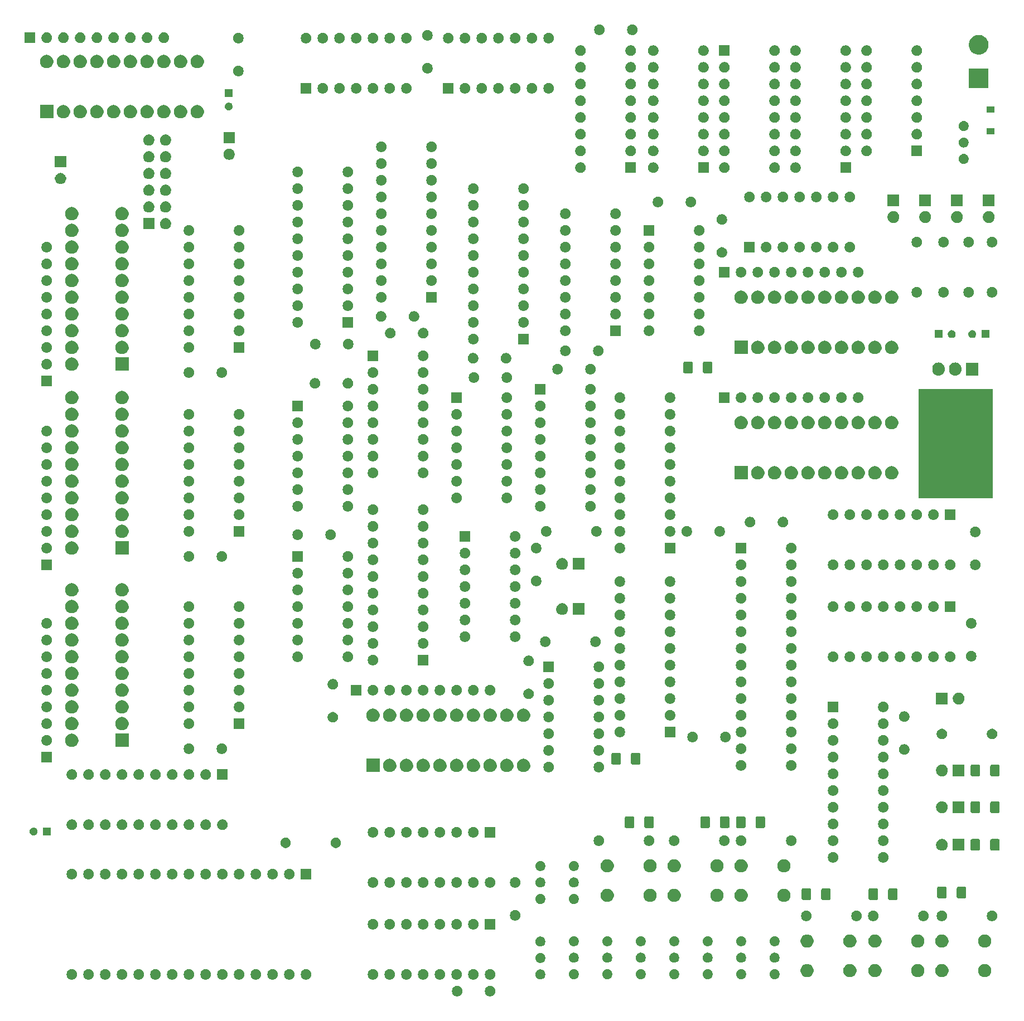
<source format=gbr>
G04 #@! TF.GenerationSoftware,KiCad,Pcbnew,5.1.5+dfsg1-2build2*
G04 #@! TF.CreationDate,2022-01-23T15:03:56-05:00*
G04 #@! TF.ProjectId,8bit_computer,38626974-5f63-46f6-9d70-757465722e6b,rev?*
G04 #@! TF.SameCoordinates,Original*
G04 #@! TF.FileFunction,Soldermask,Top*
G04 #@! TF.FilePolarity,Negative*
%FSLAX46Y46*%
G04 Gerber Fmt 4.6, Leading zero omitted, Abs format (unit mm)*
G04 Created by KiCad (PCBNEW 5.1.5+dfsg1-2build2) date 2022-01-23 15:03:56*
%MOMM*%
%LPD*%
G04 APERTURE LIST*
%ADD10C,0.100000*%
G04 APERTURE END LIST*
D10*
G36*
X172720000Y-92710000D02*
G01*
X161544000Y-92710000D01*
X161544000Y-76200000D01*
X172720000Y-76200000D01*
X172720000Y-92710000D01*
G37*
X172720000Y-92710000D02*
X161544000Y-92710000D01*
X161544000Y-76200000D01*
X172720000Y-76200000D01*
X172720000Y-92710000D01*
G36*
X96650312Y-166850248D02*
G01*
X96753351Y-166870743D01*
X96898942Y-166931049D01*
X97029970Y-167018599D01*
X97141401Y-167130030D01*
X97228951Y-167261058D01*
X97289257Y-167406649D01*
X97320000Y-167561207D01*
X97320000Y-167718793D01*
X97289257Y-167873351D01*
X97228951Y-168018942D01*
X97141401Y-168149970D01*
X97029970Y-168261401D01*
X96898942Y-168348951D01*
X96753351Y-168409257D01*
X96650312Y-168429752D01*
X96598794Y-168440000D01*
X96441206Y-168440000D01*
X96389688Y-168429752D01*
X96286649Y-168409257D01*
X96141058Y-168348951D01*
X96010030Y-168261401D01*
X95898599Y-168149970D01*
X95811049Y-168018942D01*
X95750743Y-167873351D01*
X95720000Y-167718793D01*
X95720000Y-167561207D01*
X95750743Y-167406649D01*
X95811049Y-167261058D01*
X95898599Y-167130030D01*
X96010030Y-167018599D01*
X96141058Y-166931049D01*
X96286649Y-166870743D01*
X96389688Y-166850248D01*
X96441206Y-166840000D01*
X96598794Y-166840000D01*
X96650312Y-166850248D01*
G37*
G36*
X91650312Y-166850248D02*
G01*
X91753351Y-166870743D01*
X91898942Y-166931049D01*
X92029970Y-167018599D01*
X92141401Y-167130030D01*
X92228951Y-167261058D01*
X92289257Y-167406649D01*
X92320000Y-167561207D01*
X92320000Y-167718793D01*
X92289257Y-167873351D01*
X92228951Y-168018942D01*
X92141401Y-168149970D01*
X92029970Y-168261401D01*
X91898942Y-168348951D01*
X91753351Y-168409257D01*
X91650312Y-168429752D01*
X91598794Y-168440000D01*
X91441206Y-168440000D01*
X91389688Y-168429752D01*
X91286649Y-168409257D01*
X91141058Y-168348951D01*
X91010030Y-168261401D01*
X90898599Y-168149970D01*
X90811049Y-168018942D01*
X90750743Y-167873351D01*
X90720000Y-167718793D01*
X90720000Y-167561207D01*
X90750743Y-167406649D01*
X90811049Y-167261058D01*
X90898599Y-167130030D01*
X91010030Y-167018599D01*
X91141058Y-166931049D01*
X91286649Y-166870743D01*
X91389688Y-166850248D01*
X91441206Y-166840000D01*
X91598794Y-166840000D01*
X91650312Y-166850248D01*
G37*
G36*
X96650312Y-164310248D02*
G01*
X96753351Y-164330743D01*
X96898942Y-164391049D01*
X97029970Y-164478599D01*
X97141401Y-164590030D01*
X97228951Y-164721058D01*
X97289257Y-164866649D01*
X97291462Y-164877735D01*
X97314525Y-164993679D01*
X97320000Y-165021207D01*
X97320000Y-165178793D01*
X97289257Y-165333351D01*
X97228951Y-165478942D01*
X97141401Y-165609970D01*
X97029970Y-165721401D01*
X96898942Y-165808951D01*
X96753351Y-165869257D01*
X96650312Y-165889752D01*
X96598794Y-165900000D01*
X96441206Y-165900000D01*
X96389688Y-165889752D01*
X96286649Y-165869257D01*
X96141058Y-165808951D01*
X96010030Y-165721401D01*
X95898599Y-165609970D01*
X95811049Y-165478942D01*
X95750743Y-165333351D01*
X95720000Y-165178793D01*
X95720000Y-165021207D01*
X95725476Y-164993679D01*
X95748538Y-164877735D01*
X95750743Y-164866649D01*
X95811049Y-164721058D01*
X95898599Y-164590030D01*
X96010030Y-164478599D01*
X96141058Y-164391049D01*
X96286649Y-164330743D01*
X96389688Y-164310248D01*
X96441206Y-164300000D01*
X96598794Y-164300000D01*
X96650312Y-164310248D01*
G37*
G36*
X35690312Y-164310248D02*
G01*
X35793351Y-164330743D01*
X35938942Y-164391049D01*
X36069970Y-164478599D01*
X36181401Y-164590030D01*
X36268951Y-164721058D01*
X36329257Y-164866649D01*
X36331462Y-164877735D01*
X36354525Y-164993679D01*
X36360000Y-165021207D01*
X36360000Y-165178793D01*
X36329257Y-165333351D01*
X36268951Y-165478942D01*
X36181401Y-165609970D01*
X36069970Y-165721401D01*
X35938942Y-165808951D01*
X35793351Y-165869257D01*
X35690312Y-165889752D01*
X35638794Y-165900000D01*
X35481206Y-165900000D01*
X35429688Y-165889752D01*
X35326649Y-165869257D01*
X35181058Y-165808951D01*
X35050030Y-165721401D01*
X34938599Y-165609970D01*
X34851049Y-165478942D01*
X34790743Y-165333351D01*
X34760000Y-165178793D01*
X34760000Y-165021207D01*
X34765476Y-164993679D01*
X34788538Y-164877735D01*
X34790743Y-164866649D01*
X34851049Y-164721058D01*
X34938599Y-164590030D01*
X35050030Y-164478599D01*
X35181058Y-164391049D01*
X35326649Y-164330743D01*
X35429688Y-164310248D01*
X35481206Y-164300000D01*
X35638794Y-164300000D01*
X35690312Y-164310248D01*
G37*
G36*
X33150312Y-164310248D02*
G01*
X33253351Y-164330743D01*
X33398942Y-164391049D01*
X33529970Y-164478599D01*
X33641401Y-164590030D01*
X33728951Y-164721058D01*
X33789257Y-164866649D01*
X33791462Y-164877735D01*
X33814525Y-164993679D01*
X33820000Y-165021207D01*
X33820000Y-165178793D01*
X33789257Y-165333351D01*
X33728951Y-165478942D01*
X33641401Y-165609970D01*
X33529970Y-165721401D01*
X33398942Y-165808951D01*
X33253351Y-165869257D01*
X33150312Y-165889752D01*
X33098794Y-165900000D01*
X32941206Y-165900000D01*
X32889688Y-165889752D01*
X32786649Y-165869257D01*
X32641058Y-165808951D01*
X32510030Y-165721401D01*
X32398599Y-165609970D01*
X32311049Y-165478942D01*
X32250743Y-165333351D01*
X32220000Y-165178793D01*
X32220000Y-165021207D01*
X32225476Y-164993679D01*
X32248538Y-164877735D01*
X32250743Y-164866649D01*
X32311049Y-164721058D01*
X32398599Y-164590030D01*
X32510030Y-164478599D01*
X32641058Y-164391049D01*
X32786649Y-164330743D01*
X32889688Y-164310248D01*
X32941206Y-164300000D01*
X33098794Y-164300000D01*
X33150312Y-164310248D01*
G37*
G36*
X68710312Y-164310248D02*
G01*
X68813351Y-164330743D01*
X68958942Y-164391049D01*
X69089970Y-164478599D01*
X69201401Y-164590030D01*
X69288951Y-164721058D01*
X69349257Y-164866649D01*
X69351462Y-164877735D01*
X69374525Y-164993679D01*
X69380000Y-165021207D01*
X69380000Y-165178793D01*
X69349257Y-165333351D01*
X69288951Y-165478942D01*
X69201401Y-165609970D01*
X69089970Y-165721401D01*
X68958942Y-165808951D01*
X68813351Y-165869257D01*
X68710312Y-165889752D01*
X68658794Y-165900000D01*
X68501206Y-165900000D01*
X68449688Y-165889752D01*
X68346649Y-165869257D01*
X68201058Y-165808951D01*
X68070030Y-165721401D01*
X67958599Y-165609970D01*
X67871049Y-165478942D01*
X67810743Y-165333351D01*
X67780000Y-165178793D01*
X67780000Y-165021207D01*
X67785476Y-164993679D01*
X67808538Y-164877735D01*
X67810743Y-164866649D01*
X67871049Y-164721058D01*
X67958599Y-164590030D01*
X68070030Y-164478599D01*
X68201058Y-164391049D01*
X68346649Y-164330743D01*
X68449688Y-164310248D01*
X68501206Y-164300000D01*
X68658794Y-164300000D01*
X68710312Y-164310248D01*
G37*
G36*
X78870312Y-164310248D02*
G01*
X78973351Y-164330743D01*
X79118942Y-164391049D01*
X79249970Y-164478599D01*
X79361401Y-164590030D01*
X79448951Y-164721058D01*
X79509257Y-164866649D01*
X79511462Y-164877735D01*
X79534525Y-164993679D01*
X79540000Y-165021207D01*
X79540000Y-165178793D01*
X79509257Y-165333351D01*
X79448951Y-165478942D01*
X79361401Y-165609970D01*
X79249970Y-165721401D01*
X79118942Y-165808951D01*
X78973351Y-165869257D01*
X78870312Y-165889752D01*
X78818794Y-165900000D01*
X78661206Y-165900000D01*
X78609688Y-165889752D01*
X78506649Y-165869257D01*
X78361058Y-165808951D01*
X78230030Y-165721401D01*
X78118599Y-165609970D01*
X78031049Y-165478942D01*
X77970743Y-165333351D01*
X77940000Y-165178793D01*
X77940000Y-165021207D01*
X77945476Y-164993679D01*
X77968538Y-164877735D01*
X77970743Y-164866649D01*
X78031049Y-164721058D01*
X78118599Y-164590030D01*
X78230030Y-164478599D01*
X78361058Y-164391049D01*
X78506649Y-164330743D01*
X78609688Y-164310248D01*
X78661206Y-164300000D01*
X78818794Y-164300000D01*
X78870312Y-164310248D01*
G37*
G36*
X66170312Y-164310248D02*
G01*
X66273351Y-164330743D01*
X66418942Y-164391049D01*
X66549970Y-164478599D01*
X66661401Y-164590030D01*
X66748951Y-164721058D01*
X66809257Y-164866649D01*
X66811462Y-164877735D01*
X66834525Y-164993679D01*
X66840000Y-165021207D01*
X66840000Y-165178793D01*
X66809257Y-165333351D01*
X66748951Y-165478942D01*
X66661401Y-165609970D01*
X66549970Y-165721401D01*
X66418942Y-165808951D01*
X66273351Y-165869257D01*
X66170312Y-165889752D01*
X66118794Y-165900000D01*
X65961206Y-165900000D01*
X65909688Y-165889752D01*
X65806649Y-165869257D01*
X65661058Y-165808951D01*
X65530030Y-165721401D01*
X65418599Y-165609970D01*
X65331049Y-165478942D01*
X65270743Y-165333351D01*
X65240000Y-165178793D01*
X65240000Y-165021207D01*
X65245476Y-164993679D01*
X65268538Y-164877735D01*
X65270743Y-164866649D01*
X65331049Y-164721058D01*
X65418599Y-164590030D01*
X65530030Y-164478599D01*
X65661058Y-164391049D01*
X65806649Y-164330743D01*
X65909688Y-164310248D01*
X65961206Y-164300000D01*
X66118794Y-164300000D01*
X66170312Y-164310248D01*
G37*
G36*
X63630312Y-164310248D02*
G01*
X63733351Y-164330743D01*
X63878942Y-164391049D01*
X64009970Y-164478599D01*
X64121401Y-164590030D01*
X64208951Y-164721058D01*
X64269257Y-164866649D01*
X64271462Y-164877735D01*
X64294525Y-164993679D01*
X64300000Y-165021207D01*
X64300000Y-165178793D01*
X64269257Y-165333351D01*
X64208951Y-165478942D01*
X64121401Y-165609970D01*
X64009970Y-165721401D01*
X63878942Y-165808951D01*
X63733351Y-165869257D01*
X63630312Y-165889752D01*
X63578794Y-165900000D01*
X63421206Y-165900000D01*
X63369688Y-165889752D01*
X63266649Y-165869257D01*
X63121058Y-165808951D01*
X62990030Y-165721401D01*
X62878599Y-165609970D01*
X62791049Y-165478942D01*
X62730743Y-165333351D01*
X62700000Y-165178793D01*
X62700000Y-165021207D01*
X62705476Y-164993679D01*
X62728538Y-164877735D01*
X62730743Y-164866649D01*
X62791049Y-164721058D01*
X62878599Y-164590030D01*
X62990030Y-164478599D01*
X63121058Y-164391049D01*
X63266649Y-164330743D01*
X63369688Y-164310248D01*
X63421206Y-164300000D01*
X63578794Y-164300000D01*
X63630312Y-164310248D01*
G37*
G36*
X81410312Y-164310248D02*
G01*
X81513351Y-164330743D01*
X81658942Y-164391049D01*
X81789970Y-164478599D01*
X81901401Y-164590030D01*
X81988951Y-164721058D01*
X82049257Y-164866649D01*
X82051462Y-164877735D01*
X82074525Y-164993679D01*
X82080000Y-165021207D01*
X82080000Y-165178793D01*
X82049257Y-165333351D01*
X81988951Y-165478942D01*
X81901401Y-165609970D01*
X81789970Y-165721401D01*
X81658942Y-165808951D01*
X81513351Y-165869257D01*
X81410312Y-165889752D01*
X81358794Y-165900000D01*
X81201206Y-165900000D01*
X81149688Y-165889752D01*
X81046649Y-165869257D01*
X80901058Y-165808951D01*
X80770030Y-165721401D01*
X80658599Y-165609970D01*
X80571049Y-165478942D01*
X80510743Y-165333351D01*
X80480000Y-165178793D01*
X80480000Y-165021207D01*
X80485476Y-164993679D01*
X80508538Y-164877735D01*
X80510743Y-164866649D01*
X80571049Y-164721058D01*
X80658599Y-164590030D01*
X80770030Y-164478599D01*
X80901058Y-164391049D01*
X81046649Y-164330743D01*
X81149688Y-164310248D01*
X81201206Y-164300000D01*
X81358794Y-164300000D01*
X81410312Y-164310248D01*
G37*
G36*
X61090312Y-164310248D02*
G01*
X61193351Y-164330743D01*
X61338942Y-164391049D01*
X61469970Y-164478599D01*
X61581401Y-164590030D01*
X61668951Y-164721058D01*
X61729257Y-164866649D01*
X61731462Y-164877735D01*
X61754525Y-164993679D01*
X61760000Y-165021207D01*
X61760000Y-165178793D01*
X61729257Y-165333351D01*
X61668951Y-165478942D01*
X61581401Y-165609970D01*
X61469970Y-165721401D01*
X61338942Y-165808951D01*
X61193351Y-165869257D01*
X61090312Y-165889752D01*
X61038794Y-165900000D01*
X60881206Y-165900000D01*
X60829688Y-165889752D01*
X60726649Y-165869257D01*
X60581058Y-165808951D01*
X60450030Y-165721401D01*
X60338599Y-165609970D01*
X60251049Y-165478942D01*
X60190743Y-165333351D01*
X60160000Y-165178793D01*
X60160000Y-165021207D01*
X60165476Y-164993679D01*
X60188538Y-164877735D01*
X60190743Y-164866649D01*
X60251049Y-164721058D01*
X60338599Y-164590030D01*
X60450030Y-164478599D01*
X60581058Y-164391049D01*
X60726649Y-164330743D01*
X60829688Y-164310248D01*
X60881206Y-164300000D01*
X61038794Y-164300000D01*
X61090312Y-164310248D01*
G37*
G36*
X58550312Y-164310248D02*
G01*
X58653351Y-164330743D01*
X58798942Y-164391049D01*
X58929970Y-164478599D01*
X59041401Y-164590030D01*
X59128951Y-164721058D01*
X59189257Y-164866649D01*
X59191462Y-164877735D01*
X59214525Y-164993679D01*
X59220000Y-165021207D01*
X59220000Y-165178793D01*
X59189257Y-165333351D01*
X59128951Y-165478942D01*
X59041401Y-165609970D01*
X58929970Y-165721401D01*
X58798942Y-165808951D01*
X58653351Y-165869257D01*
X58550312Y-165889752D01*
X58498794Y-165900000D01*
X58341206Y-165900000D01*
X58289688Y-165889752D01*
X58186649Y-165869257D01*
X58041058Y-165808951D01*
X57910030Y-165721401D01*
X57798599Y-165609970D01*
X57711049Y-165478942D01*
X57650743Y-165333351D01*
X57620000Y-165178793D01*
X57620000Y-165021207D01*
X57625476Y-164993679D01*
X57648538Y-164877735D01*
X57650743Y-164866649D01*
X57711049Y-164721058D01*
X57798599Y-164590030D01*
X57910030Y-164478599D01*
X58041058Y-164391049D01*
X58186649Y-164330743D01*
X58289688Y-164310248D01*
X58341206Y-164300000D01*
X58498794Y-164300000D01*
X58550312Y-164310248D01*
G37*
G36*
X83950312Y-164310248D02*
G01*
X84053351Y-164330743D01*
X84198942Y-164391049D01*
X84329970Y-164478599D01*
X84441401Y-164590030D01*
X84528951Y-164721058D01*
X84589257Y-164866649D01*
X84591462Y-164877735D01*
X84614525Y-164993679D01*
X84620000Y-165021207D01*
X84620000Y-165178793D01*
X84589257Y-165333351D01*
X84528951Y-165478942D01*
X84441401Y-165609970D01*
X84329970Y-165721401D01*
X84198942Y-165808951D01*
X84053351Y-165869257D01*
X83950312Y-165889752D01*
X83898794Y-165900000D01*
X83741206Y-165900000D01*
X83689688Y-165889752D01*
X83586649Y-165869257D01*
X83441058Y-165808951D01*
X83310030Y-165721401D01*
X83198599Y-165609970D01*
X83111049Y-165478942D01*
X83050743Y-165333351D01*
X83020000Y-165178793D01*
X83020000Y-165021207D01*
X83025476Y-164993679D01*
X83048538Y-164877735D01*
X83050743Y-164866649D01*
X83111049Y-164721058D01*
X83198599Y-164590030D01*
X83310030Y-164478599D01*
X83441058Y-164391049D01*
X83586649Y-164330743D01*
X83689688Y-164310248D01*
X83741206Y-164300000D01*
X83898794Y-164300000D01*
X83950312Y-164310248D01*
G37*
G36*
X56010312Y-164310248D02*
G01*
X56113351Y-164330743D01*
X56258942Y-164391049D01*
X56389970Y-164478599D01*
X56501401Y-164590030D01*
X56588951Y-164721058D01*
X56649257Y-164866649D01*
X56651462Y-164877735D01*
X56674525Y-164993679D01*
X56680000Y-165021207D01*
X56680000Y-165178793D01*
X56649257Y-165333351D01*
X56588951Y-165478942D01*
X56501401Y-165609970D01*
X56389970Y-165721401D01*
X56258942Y-165808951D01*
X56113351Y-165869257D01*
X56010312Y-165889752D01*
X55958794Y-165900000D01*
X55801206Y-165900000D01*
X55749688Y-165889752D01*
X55646649Y-165869257D01*
X55501058Y-165808951D01*
X55370030Y-165721401D01*
X55258599Y-165609970D01*
X55171049Y-165478942D01*
X55110743Y-165333351D01*
X55080000Y-165178793D01*
X55080000Y-165021207D01*
X55085476Y-164993679D01*
X55108538Y-164877735D01*
X55110743Y-164866649D01*
X55171049Y-164721058D01*
X55258599Y-164590030D01*
X55370030Y-164478599D01*
X55501058Y-164391049D01*
X55646649Y-164330743D01*
X55749688Y-164310248D01*
X55801206Y-164300000D01*
X55958794Y-164300000D01*
X56010312Y-164310248D01*
G37*
G36*
X86490312Y-164310248D02*
G01*
X86593351Y-164330743D01*
X86738942Y-164391049D01*
X86869970Y-164478599D01*
X86981401Y-164590030D01*
X87068951Y-164721058D01*
X87129257Y-164866649D01*
X87131462Y-164877735D01*
X87154525Y-164993679D01*
X87160000Y-165021207D01*
X87160000Y-165178793D01*
X87129257Y-165333351D01*
X87068951Y-165478942D01*
X86981401Y-165609970D01*
X86869970Y-165721401D01*
X86738942Y-165808951D01*
X86593351Y-165869257D01*
X86490312Y-165889752D01*
X86438794Y-165900000D01*
X86281206Y-165900000D01*
X86229688Y-165889752D01*
X86126649Y-165869257D01*
X85981058Y-165808951D01*
X85850030Y-165721401D01*
X85738599Y-165609970D01*
X85651049Y-165478942D01*
X85590743Y-165333351D01*
X85560000Y-165178793D01*
X85560000Y-165021207D01*
X85565476Y-164993679D01*
X85588538Y-164877735D01*
X85590743Y-164866649D01*
X85651049Y-164721058D01*
X85738599Y-164590030D01*
X85850030Y-164478599D01*
X85981058Y-164391049D01*
X86126649Y-164330743D01*
X86229688Y-164310248D01*
X86281206Y-164300000D01*
X86438794Y-164300000D01*
X86490312Y-164310248D01*
G37*
G36*
X50930312Y-164310248D02*
G01*
X51033351Y-164330743D01*
X51178942Y-164391049D01*
X51309970Y-164478599D01*
X51421401Y-164590030D01*
X51508951Y-164721058D01*
X51569257Y-164866649D01*
X51571462Y-164877735D01*
X51594525Y-164993679D01*
X51600000Y-165021207D01*
X51600000Y-165178793D01*
X51569257Y-165333351D01*
X51508951Y-165478942D01*
X51421401Y-165609970D01*
X51309970Y-165721401D01*
X51178942Y-165808951D01*
X51033351Y-165869257D01*
X50930312Y-165889752D01*
X50878794Y-165900000D01*
X50721206Y-165900000D01*
X50669688Y-165889752D01*
X50566649Y-165869257D01*
X50421058Y-165808951D01*
X50290030Y-165721401D01*
X50178599Y-165609970D01*
X50091049Y-165478942D01*
X50030743Y-165333351D01*
X50000000Y-165178793D01*
X50000000Y-165021207D01*
X50005476Y-164993679D01*
X50028538Y-164877735D01*
X50030743Y-164866649D01*
X50091049Y-164721058D01*
X50178599Y-164590030D01*
X50290030Y-164478599D01*
X50421058Y-164391049D01*
X50566649Y-164330743D01*
X50669688Y-164310248D01*
X50721206Y-164300000D01*
X50878794Y-164300000D01*
X50930312Y-164310248D01*
G37*
G36*
X48390312Y-164310248D02*
G01*
X48493351Y-164330743D01*
X48638942Y-164391049D01*
X48769970Y-164478599D01*
X48881401Y-164590030D01*
X48968951Y-164721058D01*
X49029257Y-164866649D01*
X49031462Y-164877735D01*
X49054525Y-164993679D01*
X49060000Y-165021207D01*
X49060000Y-165178793D01*
X49029257Y-165333351D01*
X48968951Y-165478942D01*
X48881401Y-165609970D01*
X48769970Y-165721401D01*
X48638942Y-165808951D01*
X48493351Y-165869257D01*
X48390312Y-165889752D01*
X48338794Y-165900000D01*
X48181206Y-165900000D01*
X48129688Y-165889752D01*
X48026649Y-165869257D01*
X47881058Y-165808951D01*
X47750030Y-165721401D01*
X47638599Y-165609970D01*
X47551049Y-165478942D01*
X47490743Y-165333351D01*
X47460000Y-165178793D01*
X47460000Y-165021207D01*
X47465476Y-164993679D01*
X47488538Y-164877735D01*
X47490743Y-164866649D01*
X47551049Y-164721058D01*
X47638599Y-164590030D01*
X47750030Y-164478599D01*
X47881058Y-164391049D01*
X48026649Y-164330743D01*
X48129688Y-164310248D01*
X48181206Y-164300000D01*
X48338794Y-164300000D01*
X48390312Y-164310248D01*
G37*
G36*
X89030312Y-164310248D02*
G01*
X89133351Y-164330743D01*
X89278942Y-164391049D01*
X89409970Y-164478599D01*
X89521401Y-164590030D01*
X89608951Y-164721058D01*
X89669257Y-164866649D01*
X89671462Y-164877735D01*
X89694525Y-164993679D01*
X89700000Y-165021207D01*
X89700000Y-165178793D01*
X89669257Y-165333351D01*
X89608951Y-165478942D01*
X89521401Y-165609970D01*
X89409970Y-165721401D01*
X89278942Y-165808951D01*
X89133351Y-165869257D01*
X89030312Y-165889752D01*
X88978794Y-165900000D01*
X88821206Y-165900000D01*
X88769688Y-165889752D01*
X88666649Y-165869257D01*
X88521058Y-165808951D01*
X88390030Y-165721401D01*
X88278599Y-165609970D01*
X88191049Y-165478942D01*
X88130743Y-165333351D01*
X88100000Y-165178793D01*
X88100000Y-165021207D01*
X88105476Y-164993679D01*
X88128538Y-164877735D01*
X88130743Y-164866649D01*
X88191049Y-164721058D01*
X88278599Y-164590030D01*
X88390030Y-164478599D01*
X88521058Y-164391049D01*
X88666649Y-164330743D01*
X88769688Y-164310248D01*
X88821206Y-164300000D01*
X88978794Y-164300000D01*
X89030312Y-164310248D01*
G37*
G36*
X45850312Y-164310248D02*
G01*
X45953351Y-164330743D01*
X46098942Y-164391049D01*
X46229970Y-164478599D01*
X46341401Y-164590030D01*
X46428951Y-164721058D01*
X46489257Y-164866649D01*
X46491462Y-164877735D01*
X46514525Y-164993679D01*
X46520000Y-165021207D01*
X46520000Y-165178793D01*
X46489257Y-165333351D01*
X46428951Y-165478942D01*
X46341401Y-165609970D01*
X46229970Y-165721401D01*
X46098942Y-165808951D01*
X45953351Y-165869257D01*
X45850312Y-165889752D01*
X45798794Y-165900000D01*
X45641206Y-165900000D01*
X45589688Y-165889752D01*
X45486649Y-165869257D01*
X45341058Y-165808951D01*
X45210030Y-165721401D01*
X45098599Y-165609970D01*
X45011049Y-165478942D01*
X44950743Y-165333351D01*
X44920000Y-165178793D01*
X44920000Y-165021207D01*
X44925476Y-164993679D01*
X44948538Y-164877735D01*
X44950743Y-164866649D01*
X45011049Y-164721058D01*
X45098599Y-164590030D01*
X45210030Y-164478599D01*
X45341058Y-164391049D01*
X45486649Y-164330743D01*
X45589688Y-164310248D01*
X45641206Y-164300000D01*
X45798794Y-164300000D01*
X45850312Y-164310248D01*
G37*
G36*
X43310312Y-164310248D02*
G01*
X43413351Y-164330743D01*
X43558942Y-164391049D01*
X43689970Y-164478599D01*
X43801401Y-164590030D01*
X43888951Y-164721058D01*
X43949257Y-164866649D01*
X43951462Y-164877735D01*
X43974525Y-164993679D01*
X43980000Y-165021207D01*
X43980000Y-165178793D01*
X43949257Y-165333351D01*
X43888951Y-165478942D01*
X43801401Y-165609970D01*
X43689970Y-165721401D01*
X43558942Y-165808951D01*
X43413351Y-165869257D01*
X43310312Y-165889752D01*
X43258794Y-165900000D01*
X43101206Y-165900000D01*
X43049688Y-165889752D01*
X42946649Y-165869257D01*
X42801058Y-165808951D01*
X42670030Y-165721401D01*
X42558599Y-165609970D01*
X42471049Y-165478942D01*
X42410743Y-165333351D01*
X42380000Y-165178793D01*
X42380000Y-165021207D01*
X42385476Y-164993679D01*
X42408538Y-164877735D01*
X42410743Y-164866649D01*
X42471049Y-164721058D01*
X42558599Y-164590030D01*
X42670030Y-164478599D01*
X42801058Y-164391049D01*
X42946649Y-164330743D01*
X43049688Y-164310248D01*
X43101206Y-164300000D01*
X43258794Y-164300000D01*
X43310312Y-164310248D01*
G37*
G36*
X91570312Y-164310248D02*
G01*
X91673351Y-164330743D01*
X91818942Y-164391049D01*
X91949970Y-164478599D01*
X92061401Y-164590030D01*
X92148951Y-164721058D01*
X92209257Y-164866649D01*
X92211462Y-164877735D01*
X92234525Y-164993679D01*
X92240000Y-165021207D01*
X92240000Y-165178793D01*
X92209257Y-165333351D01*
X92148951Y-165478942D01*
X92061401Y-165609970D01*
X91949970Y-165721401D01*
X91818942Y-165808951D01*
X91673351Y-165869257D01*
X91570312Y-165889752D01*
X91518794Y-165900000D01*
X91361206Y-165900000D01*
X91309688Y-165889752D01*
X91206649Y-165869257D01*
X91061058Y-165808951D01*
X90930030Y-165721401D01*
X90818599Y-165609970D01*
X90731049Y-165478942D01*
X90670743Y-165333351D01*
X90640000Y-165178793D01*
X90640000Y-165021207D01*
X90645476Y-164993679D01*
X90668538Y-164877735D01*
X90670743Y-164866649D01*
X90731049Y-164721058D01*
X90818599Y-164590030D01*
X90930030Y-164478599D01*
X91061058Y-164391049D01*
X91206649Y-164330743D01*
X91309688Y-164310248D01*
X91361206Y-164300000D01*
X91518794Y-164300000D01*
X91570312Y-164310248D01*
G37*
G36*
X40770312Y-164310248D02*
G01*
X40873351Y-164330743D01*
X41018942Y-164391049D01*
X41149970Y-164478599D01*
X41261401Y-164590030D01*
X41348951Y-164721058D01*
X41409257Y-164866649D01*
X41411462Y-164877735D01*
X41434525Y-164993679D01*
X41440000Y-165021207D01*
X41440000Y-165178793D01*
X41409257Y-165333351D01*
X41348951Y-165478942D01*
X41261401Y-165609970D01*
X41149970Y-165721401D01*
X41018942Y-165808951D01*
X40873351Y-165869257D01*
X40770312Y-165889752D01*
X40718794Y-165900000D01*
X40561206Y-165900000D01*
X40509688Y-165889752D01*
X40406649Y-165869257D01*
X40261058Y-165808951D01*
X40130030Y-165721401D01*
X40018599Y-165609970D01*
X39931049Y-165478942D01*
X39870743Y-165333351D01*
X39840000Y-165178793D01*
X39840000Y-165021207D01*
X39845476Y-164993679D01*
X39868538Y-164877735D01*
X39870743Y-164866649D01*
X39931049Y-164721058D01*
X40018599Y-164590030D01*
X40130030Y-164478599D01*
X40261058Y-164391049D01*
X40406649Y-164330743D01*
X40509688Y-164310248D01*
X40561206Y-164300000D01*
X40718794Y-164300000D01*
X40770312Y-164310248D01*
G37*
G36*
X38230312Y-164310248D02*
G01*
X38333351Y-164330743D01*
X38478942Y-164391049D01*
X38609970Y-164478599D01*
X38721401Y-164590030D01*
X38808951Y-164721058D01*
X38869257Y-164866649D01*
X38871462Y-164877735D01*
X38894525Y-164993679D01*
X38900000Y-165021207D01*
X38900000Y-165178793D01*
X38869257Y-165333351D01*
X38808951Y-165478942D01*
X38721401Y-165609970D01*
X38609970Y-165721401D01*
X38478942Y-165808951D01*
X38333351Y-165869257D01*
X38230312Y-165889752D01*
X38178794Y-165900000D01*
X38021206Y-165900000D01*
X37969688Y-165889752D01*
X37866649Y-165869257D01*
X37721058Y-165808951D01*
X37590030Y-165721401D01*
X37478599Y-165609970D01*
X37391049Y-165478942D01*
X37330743Y-165333351D01*
X37300000Y-165178793D01*
X37300000Y-165021207D01*
X37305476Y-164993679D01*
X37328538Y-164877735D01*
X37330743Y-164866649D01*
X37391049Y-164721058D01*
X37478599Y-164590030D01*
X37590030Y-164478599D01*
X37721058Y-164391049D01*
X37866649Y-164330743D01*
X37969688Y-164310248D01*
X38021206Y-164300000D01*
X38178794Y-164300000D01*
X38230312Y-164310248D01*
G37*
G36*
X94110312Y-164310248D02*
G01*
X94213351Y-164330743D01*
X94358942Y-164391049D01*
X94489970Y-164478599D01*
X94601401Y-164590030D01*
X94688951Y-164721058D01*
X94749257Y-164866649D01*
X94751462Y-164877735D01*
X94774525Y-164993679D01*
X94780000Y-165021207D01*
X94780000Y-165178793D01*
X94749257Y-165333351D01*
X94688951Y-165478942D01*
X94601401Y-165609970D01*
X94489970Y-165721401D01*
X94358942Y-165808951D01*
X94213351Y-165869257D01*
X94110312Y-165889752D01*
X94058794Y-165900000D01*
X93901206Y-165900000D01*
X93849688Y-165889752D01*
X93746649Y-165869257D01*
X93601058Y-165808951D01*
X93470030Y-165721401D01*
X93358599Y-165609970D01*
X93271049Y-165478942D01*
X93210743Y-165333351D01*
X93180000Y-165178793D01*
X93180000Y-165021207D01*
X93185476Y-164993679D01*
X93208538Y-164877735D01*
X93210743Y-164866649D01*
X93271049Y-164721058D01*
X93358599Y-164590030D01*
X93470030Y-164478599D01*
X93601058Y-164391049D01*
X93746649Y-164330743D01*
X93849688Y-164310248D01*
X93901206Y-164300000D01*
X94058794Y-164300000D01*
X94110312Y-164310248D01*
G37*
G36*
X53470312Y-164310248D02*
G01*
X53573351Y-164330743D01*
X53718942Y-164391049D01*
X53849970Y-164478599D01*
X53961401Y-164590030D01*
X54048951Y-164721058D01*
X54109257Y-164866649D01*
X54111462Y-164877735D01*
X54134525Y-164993679D01*
X54140000Y-165021207D01*
X54140000Y-165178793D01*
X54109257Y-165333351D01*
X54048951Y-165478942D01*
X53961401Y-165609970D01*
X53849970Y-165721401D01*
X53718942Y-165808951D01*
X53573351Y-165869257D01*
X53470312Y-165889752D01*
X53418794Y-165900000D01*
X53261206Y-165900000D01*
X53209688Y-165889752D01*
X53106649Y-165869257D01*
X52961058Y-165808951D01*
X52830030Y-165721401D01*
X52718599Y-165609970D01*
X52631049Y-165478942D01*
X52570743Y-165333351D01*
X52540000Y-165178793D01*
X52540000Y-165021207D01*
X52545476Y-164993679D01*
X52568538Y-164877735D01*
X52570743Y-164866649D01*
X52631049Y-164721058D01*
X52718599Y-164590030D01*
X52830030Y-164478599D01*
X52961058Y-164391049D01*
X53106649Y-164330743D01*
X53209688Y-164310248D01*
X53261206Y-164300000D01*
X53418794Y-164300000D01*
X53470312Y-164310248D01*
G37*
G36*
X104264122Y-164347761D02*
G01*
X104362267Y-164367283D01*
X104493175Y-164421507D01*
X104500944Y-164424725D01*
X104563344Y-164466420D01*
X104625747Y-164508116D01*
X104731884Y-164614253D01*
X104815276Y-164739058D01*
X104872717Y-164877733D01*
X104872717Y-164877735D01*
X104902000Y-165024949D01*
X104902000Y-165175051D01*
X104901255Y-165178794D01*
X104872717Y-165322267D01*
X104815276Y-165460942D01*
X104731884Y-165585747D01*
X104625747Y-165691884D01*
X104581572Y-165721401D01*
X104500944Y-165775275D01*
X104500943Y-165775276D01*
X104500942Y-165775276D01*
X104362267Y-165832717D01*
X104264122Y-165852239D01*
X104215051Y-165862000D01*
X104064949Y-165862000D01*
X104015878Y-165852239D01*
X103917733Y-165832717D01*
X103779058Y-165775276D01*
X103779057Y-165775276D01*
X103779056Y-165775275D01*
X103698428Y-165721401D01*
X103654253Y-165691884D01*
X103548116Y-165585747D01*
X103464724Y-165460942D01*
X103407283Y-165322267D01*
X103378745Y-165178794D01*
X103378000Y-165175051D01*
X103378000Y-165024949D01*
X103407283Y-164877735D01*
X103407283Y-164877733D01*
X103464724Y-164739058D01*
X103548116Y-164614253D01*
X103654253Y-164508116D01*
X103716656Y-164466420D01*
X103779056Y-164424725D01*
X103786825Y-164421507D01*
X103917733Y-164367283D01*
X104015878Y-164347761D01*
X104064949Y-164338000D01*
X104215051Y-164338000D01*
X104264122Y-164347761D01*
G37*
G36*
X114424122Y-164307761D02*
G01*
X114522267Y-164327283D01*
X114660942Y-164384724D01*
X114660944Y-164384725D01*
X114670408Y-164391049D01*
X114785747Y-164468116D01*
X114891884Y-164574253D01*
X114975276Y-164699058D01*
X115032717Y-164837733D01*
X115062000Y-164984950D01*
X115062000Y-165135050D01*
X115032717Y-165282267D01*
X114975276Y-165420942D01*
X114891884Y-165545747D01*
X114785747Y-165651884D01*
X114725883Y-165691884D01*
X114660944Y-165735275D01*
X114660943Y-165735276D01*
X114660942Y-165735276D01*
X114522267Y-165792717D01*
X114440657Y-165808950D01*
X114375051Y-165822000D01*
X114224949Y-165822000D01*
X114159343Y-165808950D01*
X114077733Y-165792717D01*
X113939058Y-165735276D01*
X113939057Y-165735276D01*
X113939056Y-165735275D01*
X113874117Y-165691884D01*
X113814253Y-165651884D01*
X113708116Y-165545747D01*
X113624724Y-165420942D01*
X113567283Y-165282267D01*
X113538000Y-165135050D01*
X113538000Y-164984950D01*
X113567283Y-164837733D01*
X113624724Y-164699058D01*
X113708116Y-164574253D01*
X113814253Y-164468116D01*
X113929592Y-164391049D01*
X113939056Y-164384725D01*
X113939058Y-164384724D01*
X114077733Y-164327283D01*
X114175878Y-164307761D01*
X114224949Y-164298000D01*
X114375051Y-164298000D01*
X114424122Y-164307761D01*
G37*
G36*
X134744122Y-164307761D02*
G01*
X134842267Y-164327283D01*
X134980942Y-164384724D01*
X134980944Y-164384725D01*
X134990408Y-164391049D01*
X135105747Y-164468116D01*
X135211884Y-164574253D01*
X135295276Y-164699058D01*
X135352717Y-164837733D01*
X135382000Y-164984950D01*
X135382000Y-165135050D01*
X135352717Y-165282267D01*
X135295276Y-165420942D01*
X135211884Y-165545747D01*
X135105747Y-165651884D01*
X135045883Y-165691884D01*
X134980944Y-165735275D01*
X134980943Y-165735276D01*
X134980942Y-165735276D01*
X134842267Y-165792717D01*
X134760657Y-165808950D01*
X134695051Y-165822000D01*
X134544949Y-165822000D01*
X134479343Y-165808950D01*
X134397733Y-165792717D01*
X134259058Y-165735276D01*
X134259057Y-165735276D01*
X134259056Y-165735275D01*
X134194117Y-165691884D01*
X134134253Y-165651884D01*
X134028116Y-165545747D01*
X133944724Y-165420942D01*
X133887283Y-165282267D01*
X133858000Y-165135050D01*
X133858000Y-164984950D01*
X133887283Y-164837733D01*
X133944724Y-164699058D01*
X134028116Y-164574253D01*
X134134253Y-164468116D01*
X134249592Y-164391049D01*
X134259056Y-164384725D01*
X134259058Y-164384724D01*
X134397733Y-164327283D01*
X134495878Y-164307761D01*
X134544949Y-164298000D01*
X134695051Y-164298000D01*
X134744122Y-164307761D01*
G37*
G36*
X124584122Y-164307761D02*
G01*
X124682267Y-164327283D01*
X124820942Y-164384724D01*
X124820944Y-164384725D01*
X124830408Y-164391049D01*
X124945747Y-164468116D01*
X125051884Y-164574253D01*
X125135276Y-164699058D01*
X125192717Y-164837733D01*
X125222000Y-164984950D01*
X125222000Y-165135050D01*
X125192717Y-165282267D01*
X125135276Y-165420942D01*
X125051884Y-165545747D01*
X124945747Y-165651884D01*
X124885883Y-165691884D01*
X124820944Y-165735275D01*
X124820943Y-165735276D01*
X124820942Y-165735276D01*
X124682267Y-165792717D01*
X124600657Y-165808950D01*
X124535051Y-165822000D01*
X124384949Y-165822000D01*
X124319343Y-165808950D01*
X124237733Y-165792717D01*
X124099058Y-165735276D01*
X124099057Y-165735276D01*
X124099056Y-165735275D01*
X124034117Y-165691884D01*
X123974253Y-165651884D01*
X123868116Y-165545747D01*
X123784724Y-165420942D01*
X123727283Y-165282267D01*
X123698000Y-165135050D01*
X123698000Y-164984950D01*
X123727283Y-164837733D01*
X123784724Y-164699058D01*
X123868116Y-164574253D01*
X123974253Y-164468116D01*
X124089592Y-164391049D01*
X124099056Y-164384725D01*
X124099058Y-164384724D01*
X124237733Y-164327283D01*
X124335878Y-164307761D01*
X124384949Y-164298000D01*
X124535051Y-164298000D01*
X124584122Y-164307761D01*
G37*
G36*
X119504122Y-164307761D02*
G01*
X119602267Y-164327283D01*
X119740942Y-164384724D01*
X119740944Y-164384725D01*
X119750408Y-164391049D01*
X119865747Y-164468116D01*
X119971884Y-164574253D01*
X120055276Y-164699058D01*
X120112717Y-164837733D01*
X120142000Y-164984950D01*
X120142000Y-165135050D01*
X120112717Y-165282267D01*
X120055276Y-165420942D01*
X119971884Y-165545747D01*
X119865747Y-165651884D01*
X119805883Y-165691884D01*
X119740944Y-165735275D01*
X119740943Y-165735276D01*
X119740942Y-165735276D01*
X119602267Y-165792717D01*
X119520657Y-165808950D01*
X119455051Y-165822000D01*
X119304949Y-165822000D01*
X119239343Y-165808950D01*
X119157733Y-165792717D01*
X119019058Y-165735276D01*
X119019057Y-165735276D01*
X119019056Y-165735275D01*
X118954117Y-165691884D01*
X118894253Y-165651884D01*
X118788116Y-165545747D01*
X118704724Y-165420942D01*
X118647283Y-165282267D01*
X118618000Y-165135050D01*
X118618000Y-164984950D01*
X118647283Y-164837733D01*
X118704724Y-164699058D01*
X118788116Y-164574253D01*
X118894253Y-164468116D01*
X119009592Y-164391049D01*
X119019056Y-164384725D01*
X119019058Y-164384724D01*
X119157733Y-164327283D01*
X119255878Y-164307761D01*
X119304949Y-164298000D01*
X119455051Y-164298000D01*
X119504122Y-164307761D01*
G37*
G36*
X109344122Y-164307761D02*
G01*
X109442267Y-164327283D01*
X109580942Y-164384724D01*
X109580944Y-164384725D01*
X109590408Y-164391049D01*
X109705747Y-164468116D01*
X109811884Y-164574253D01*
X109895276Y-164699058D01*
X109952717Y-164837733D01*
X109982000Y-164984950D01*
X109982000Y-165135050D01*
X109952717Y-165282267D01*
X109895276Y-165420942D01*
X109811884Y-165545747D01*
X109705747Y-165651884D01*
X109645883Y-165691884D01*
X109580944Y-165735275D01*
X109580943Y-165735276D01*
X109580942Y-165735276D01*
X109442267Y-165792717D01*
X109360657Y-165808950D01*
X109295051Y-165822000D01*
X109144949Y-165822000D01*
X109079343Y-165808950D01*
X108997733Y-165792717D01*
X108859058Y-165735276D01*
X108859057Y-165735276D01*
X108859056Y-165735275D01*
X108794117Y-165691884D01*
X108734253Y-165651884D01*
X108628116Y-165545747D01*
X108544724Y-165420942D01*
X108487283Y-165282267D01*
X108458000Y-165135050D01*
X108458000Y-164984950D01*
X108487283Y-164837733D01*
X108544724Y-164699058D01*
X108628116Y-164574253D01*
X108734253Y-164468116D01*
X108849592Y-164391049D01*
X108859056Y-164384725D01*
X108859058Y-164384724D01*
X108997733Y-164327283D01*
X109095878Y-164307761D01*
X109144949Y-164298000D01*
X109295051Y-164298000D01*
X109344122Y-164307761D01*
G37*
G36*
X129664122Y-164307761D02*
G01*
X129762267Y-164327283D01*
X129900942Y-164384724D01*
X129900944Y-164384725D01*
X129910408Y-164391049D01*
X130025747Y-164468116D01*
X130131884Y-164574253D01*
X130215276Y-164699058D01*
X130272717Y-164837733D01*
X130302000Y-164984950D01*
X130302000Y-165135050D01*
X130272717Y-165282267D01*
X130215276Y-165420942D01*
X130131884Y-165545747D01*
X130025747Y-165651884D01*
X129965883Y-165691884D01*
X129900944Y-165735275D01*
X129900943Y-165735276D01*
X129900942Y-165735276D01*
X129762267Y-165792717D01*
X129680657Y-165808950D01*
X129615051Y-165822000D01*
X129464949Y-165822000D01*
X129399343Y-165808950D01*
X129317733Y-165792717D01*
X129179058Y-165735276D01*
X129179057Y-165735276D01*
X129179056Y-165735275D01*
X129114117Y-165691884D01*
X129054253Y-165651884D01*
X128948116Y-165545747D01*
X128864724Y-165420942D01*
X128807283Y-165282267D01*
X128778000Y-165135050D01*
X128778000Y-164984950D01*
X128807283Y-164837733D01*
X128864724Y-164699058D01*
X128948116Y-164574253D01*
X129054253Y-164468116D01*
X129169592Y-164391049D01*
X129179056Y-164384725D01*
X129179058Y-164384724D01*
X129317733Y-164327283D01*
X129415878Y-164307761D01*
X129464949Y-164298000D01*
X129615051Y-164298000D01*
X129664122Y-164307761D01*
G37*
G36*
X139824122Y-164307761D02*
G01*
X139922267Y-164327283D01*
X140060942Y-164384724D01*
X140060944Y-164384725D01*
X140070408Y-164391049D01*
X140185747Y-164468116D01*
X140291884Y-164574253D01*
X140375276Y-164699058D01*
X140432717Y-164837733D01*
X140462000Y-164984950D01*
X140462000Y-165135050D01*
X140432717Y-165282267D01*
X140375276Y-165420942D01*
X140291884Y-165545747D01*
X140185747Y-165651884D01*
X140125883Y-165691884D01*
X140060944Y-165735275D01*
X140060943Y-165735276D01*
X140060942Y-165735276D01*
X139922267Y-165792717D01*
X139840657Y-165808950D01*
X139775051Y-165822000D01*
X139624949Y-165822000D01*
X139559343Y-165808950D01*
X139477733Y-165792717D01*
X139339058Y-165735276D01*
X139339057Y-165735276D01*
X139339056Y-165735275D01*
X139274117Y-165691884D01*
X139214253Y-165651884D01*
X139108116Y-165545747D01*
X139024724Y-165420942D01*
X138967283Y-165282267D01*
X138938000Y-165135050D01*
X138938000Y-164984950D01*
X138967283Y-164837733D01*
X139024724Y-164699058D01*
X139108116Y-164574253D01*
X139214253Y-164468116D01*
X139329592Y-164391049D01*
X139339056Y-164384725D01*
X139339058Y-164384724D01*
X139477733Y-164327283D01*
X139575878Y-164307761D01*
X139624949Y-164298000D01*
X139775051Y-164298000D01*
X139824122Y-164307761D01*
G37*
G36*
X165295090Y-163539215D02*
G01*
X165391689Y-163558429D01*
X165573678Y-163633811D01*
X165737463Y-163743249D01*
X165876751Y-163882537D01*
X165986189Y-164046322D01*
X166061571Y-164228311D01*
X166061571Y-164228313D01*
X166093942Y-164391050D01*
X166100000Y-164421509D01*
X166100000Y-164618491D01*
X166061571Y-164811689D01*
X165986189Y-164993678D01*
X165876751Y-165157463D01*
X165737463Y-165296751D01*
X165573678Y-165406189D01*
X165391689Y-165481571D01*
X165295090Y-165500785D01*
X165198493Y-165520000D01*
X165001507Y-165520000D01*
X164904910Y-165500785D01*
X164808311Y-165481571D01*
X164626322Y-165406189D01*
X164462537Y-165296751D01*
X164323249Y-165157463D01*
X164213811Y-164993678D01*
X164138429Y-164811689D01*
X164100000Y-164618491D01*
X164100000Y-164421509D01*
X164106059Y-164391050D01*
X164138429Y-164228313D01*
X164138429Y-164228311D01*
X164213811Y-164046322D01*
X164323249Y-163882537D01*
X164462537Y-163743249D01*
X164626322Y-163633811D01*
X164808311Y-163558429D01*
X164904910Y-163539215D01*
X165001507Y-163520000D01*
X165198493Y-163520000D01*
X165295090Y-163539215D01*
G37*
G36*
X171795090Y-163539215D02*
G01*
X171891689Y-163558429D01*
X172073678Y-163633811D01*
X172237463Y-163743249D01*
X172376751Y-163882537D01*
X172486189Y-164046322D01*
X172561571Y-164228311D01*
X172561571Y-164228313D01*
X172593942Y-164391050D01*
X172600000Y-164421509D01*
X172600000Y-164618491D01*
X172561571Y-164811689D01*
X172486189Y-164993678D01*
X172376751Y-165157463D01*
X172237463Y-165296751D01*
X172073678Y-165406189D01*
X171891689Y-165481571D01*
X171795090Y-165500785D01*
X171698493Y-165520000D01*
X171501507Y-165520000D01*
X171404910Y-165500785D01*
X171308311Y-165481571D01*
X171126322Y-165406189D01*
X170962537Y-165296751D01*
X170823249Y-165157463D01*
X170713811Y-164993678D01*
X170638429Y-164811689D01*
X170600000Y-164618491D01*
X170600000Y-164421509D01*
X170606059Y-164391050D01*
X170638429Y-164228313D01*
X170638429Y-164228311D01*
X170713811Y-164046322D01*
X170823249Y-163882537D01*
X170962537Y-163743249D01*
X171126322Y-163633811D01*
X171308311Y-163558429D01*
X171404910Y-163539215D01*
X171501507Y-163520000D01*
X171698493Y-163520000D01*
X171795090Y-163539215D01*
G37*
G36*
X161635090Y-163539215D02*
G01*
X161731689Y-163558429D01*
X161913678Y-163633811D01*
X162077463Y-163743249D01*
X162216751Y-163882537D01*
X162326189Y-164046322D01*
X162401571Y-164228311D01*
X162401571Y-164228313D01*
X162433942Y-164391050D01*
X162440000Y-164421509D01*
X162440000Y-164618491D01*
X162401571Y-164811689D01*
X162326189Y-164993678D01*
X162216751Y-165157463D01*
X162077463Y-165296751D01*
X161913678Y-165406189D01*
X161731689Y-165481571D01*
X161635090Y-165500785D01*
X161538493Y-165520000D01*
X161341507Y-165520000D01*
X161244910Y-165500785D01*
X161148311Y-165481571D01*
X160966322Y-165406189D01*
X160802537Y-165296751D01*
X160663249Y-165157463D01*
X160553811Y-164993678D01*
X160478429Y-164811689D01*
X160440000Y-164618491D01*
X160440000Y-164421509D01*
X160446059Y-164391050D01*
X160478429Y-164228313D01*
X160478429Y-164228311D01*
X160553811Y-164046322D01*
X160663249Y-163882537D01*
X160802537Y-163743249D01*
X160966322Y-163633811D01*
X161148311Y-163558429D01*
X161244910Y-163539215D01*
X161341507Y-163520000D01*
X161538493Y-163520000D01*
X161635090Y-163539215D01*
G37*
G36*
X155135090Y-163539215D02*
G01*
X155231689Y-163558429D01*
X155413678Y-163633811D01*
X155577463Y-163743249D01*
X155716751Y-163882537D01*
X155826189Y-164046322D01*
X155901571Y-164228311D01*
X155901571Y-164228313D01*
X155933942Y-164391050D01*
X155940000Y-164421509D01*
X155940000Y-164618491D01*
X155901571Y-164811689D01*
X155826189Y-164993678D01*
X155716751Y-165157463D01*
X155577463Y-165296751D01*
X155413678Y-165406189D01*
X155231689Y-165481571D01*
X155135090Y-165500785D01*
X155038493Y-165520000D01*
X154841507Y-165520000D01*
X154744910Y-165500785D01*
X154648311Y-165481571D01*
X154466322Y-165406189D01*
X154302537Y-165296751D01*
X154163249Y-165157463D01*
X154053811Y-164993678D01*
X153978429Y-164811689D01*
X153940000Y-164618491D01*
X153940000Y-164421509D01*
X153946059Y-164391050D01*
X153978429Y-164228313D01*
X153978429Y-164228311D01*
X154053811Y-164046322D01*
X154163249Y-163882537D01*
X154302537Y-163743249D01*
X154466322Y-163633811D01*
X154648311Y-163558429D01*
X154744910Y-163539215D01*
X154841507Y-163520000D01*
X155038493Y-163520000D01*
X155135090Y-163539215D01*
G37*
G36*
X151325090Y-163539215D02*
G01*
X151421689Y-163558429D01*
X151603678Y-163633811D01*
X151767463Y-163743249D01*
X151906751Y-163882537D01*
X152016189Y-164046322D01*
X152091571Y-164228311D01*
X152091571Y-164228313D01*
X152123942Y-164391050D01*
X152130000Y-164421509D01*
X152130000Y-164618491D01*
X152091571Y-164811689D01*
X152016189Y-164993678D01*
X151906751Y-165157463D01*
X151767463Y-165296751D01*
X151603678Y-165406189D01*
X151421689Y-165481571D01*
X151325090Y-165500785D01*
X151228493Y-165520000D01*
X151031507Y-165520000D01*
X150934910Y-165500785D01*
X150838311Y-165481571D01*
X150656322Y-165406189D01*
X150492537Y-165296751D01*
X150353249Y-165157463D01*
X150243811Y-164993678D01*
X150168429Y-164811689D01*
X150130000Y-164618491D01*
X150130000Y-164421509D01*
X150136059Y-164391050D01*
X150168429Y-164228313D01*
X150168429Y-164228311D01*
X150243811Y-164046322D01*
X150353249Y-163882537D01*
X150492537Y-163743249D01*
X150656322Y-163633811D01*
X150838311Y-163558429D01*
X150934910Y-163539215D01*
X151031507Y-163520000D01*
X151228493Y-163520000D01*
X151325090Y-163539215D01*
G37*
G36*
X144825090Y-163539215D02*
G01*
X144921689Y-163558429D01*
X145103678Y-163633811D01*
X145267463Y-163743249D01*
X145406751Y-163882537D01*
X145516189Y-164046322D01*
X145591571Y-164228311D01*
X145591571Y-164228313D01*
X145623942Y-164391050D01*
X145630000Y-164421509D01*
X145630000Y-164618491D01*
X145591571Y-164811689D01*
X145516189Y-164993678D01*
X145406751Y-165157463D01*
X145267463Y-165296751D01*
X145103678Y-165406189D01*
X144921689Y-165481571D01*
X144825090Y-165500785D01*
X144728493Y-165520000D01*
X144531507Y-165520000D01*
X144434910Y-165500785D01*
X144338311Y-165481571D01*
X144156322Y-165406189D01*
X143992537Y-165296751D01*
X143853249Y-165157463D01*
X143743811Y-164993678D01*
X143668429Y-164811689D01*
X143630000Y-164618491D01*
X143630000Y-164421509D01*
X143636059Y-164391050D01*
X143668429Y-164228313D01*
X143668429Y-164228311D01*
X143743811Y-164046322D01*
X143853249Y-163882537D01*
X143992537Y-163743249D01*
X144156322Y-163633811D01*
X144338311Y-163558429D01*
X144434910Y-163539215D01*
X144531507Y-163520000D01*
X144728493Y-163520000D01*
X144825090Y-163539215D01*
G37*
G36*
X104264122Y-161847761D02*
G01*
X104362267Y-161867283D01*
X104500942Y-161924724D01*
X104500944Y-161924725D01*
X104563344Y-161966420D01*
X104625747Y-162008116D01*
X104731884Y-162114253D01*
X104815276Y-162239058D01*
X104872717Y-162377733D01*
X104902000Y-162524950D01*
X104902000Y-162675050D01*
X104872717Y-162822267D01*
X104815276Y-162960942D01*
X104731884Y-163085747D01*
X104625747Y-163191884D01*
X104563344Y-163233580D01*
X104500944Y-163275275D01*
X104500943Y-163275276D01*
X104500942Y-163275276D01*
X104362267Y-163332717D01*
X104264122Y-163352239D01*
X104215051Y-163362000D01*
X104064949Y-163362000D01*
X104015878Y-163352239D01*
X103917733Y-163332717D01*
X103779058Y-163275276D01*
X103779057Y-163275276D01*
X103779056Y-163275275D01*
X103716655Y-163233580D01*
X103654253Y-163191884D01*
X103548116Y-163085747D01*
X103464724Y-162960942D01*
X103407283Y-162822267D01*
X103378000Y-162675050D01*
X103378000Y-162524950D01*
X103407283Y-162377733D01*
X103464724Y-162239058D01*
X103548116Y-162114253D01*
X103654253Y-162008116D01*
X103716656Y-161966420D01*
X103779056Y-161924725D01*
X103779058Y-161924724D01*
X103917733Y-161867283D01*
X104015878Y-161847761D01*
X104064949Y-161838000D01*
X104215051Y-161838000D01*
X104264122Y-161847761D01*
G37*
G36*
X129664122Y-161807761D02*
G01*
X129762267Y-161827283D01*
X129900942Y-161884724D01*
X129900944Y-161884725D01*
X129960806Y-161924724D01*
X130025747Y-161968116D01*
X130131884Y-162074253D01*
X130215276Y-162199058D01*
X130272717Y-162337733D01*
X130302000Y-162484950D01*
X130302000Y-162635050D01*
X130272717Y-162782267D01*
X130215276Y-162920942D01*
X130131884Y-163045747D01*
X130025747Y-163151884D01*
X129965883Y-163191884D01*
X129900944Y-163235275D01*
X129900943Y-163235276D01*
X129900942Y-163235276D01*
X129762267Y-163292717D01*
X129664122Y-163312239D01*
X129615051Y-163322000D01*
X129464949Y-163322000D01*
X129415878Y-163312239D01*
X129317733Y-163292717D01*
X129179058Y-163235276D01*
X129179057Y-163235276D01*
X129179056Y-163235275D01*
X129114117Y-163191884D01*
X129054253Y-163151884D01*
X128948116Y-163045747D01*
X128864724Y-162920942D01*
X128807283Y-162782267D01*
X128778000Y-162635050D01*
X128778000Y-162484950D01*
X128807283Y-162337733D01*
X128864724Y-162199058D01*
X128948116Y-162074253D01*
X129054253Y-161968116D01*
X129119194Y-161924724D01*
X129179056Y-161884725D01*
X129179058Y-161884724D01*
X129317733Y-161827283D01*
X129415878Y-161807761D01*
X129464949Y-161798000D01*
X129615051Y-161798000D01*
X129664122Y-161807761D01*
G37*
G36*
X124584122Y-161807761D02*
G01*
X124682267Y-161827283D01*
X124820942Y-161884724D01*
X124820944Y-161884725D01*
X124880806Y-161924724D01*
X124945747Y-161968116D01*
X125051884Y-162074253D01*
X125135276Y-162199058D01*
X125192717Y-162337733D01*
X125222000Y-162484950D01*
X125222000Y-162635050D01*
X125192717Y-162782267D01*
X125135276Y-162920942D01*
X125051884Y-163045747D01*
X124945747Y-163151884D01*
X124885883Y-163191884D01*
X124820944Y-163235275D01*
X124820943Y-163235276D01*
X124820942Y-163235276D01*
X124682267Y-163292717D01*
X124584122Y-163312239D01*
X124535051Y-163322000D01*
X124384949Y-163322000D01*
X124335878Y-163312239D01*
X124237733Y-163292717D01*
X124099058Y-163235276D01*
X124099057Y-163235276D01*
X124099056Y-163235275D01*
X124034117Y-163191884D01*
X123974253Y-163151884D01*
X123868116Y-163045747D01*
X123784724Y-162920942D01*
X123727283Y-162782267D01*
X123698000Y-162635050D01*
X123698000Y-162484950D01*
X123727283Y-162337733D01*
X123784724Y-162199058D01*
X123868116Y-162074253D01*
X123974253Y-161968116D01*
X124039194Y-161924724D01*
X124099056Y-161884725D01*
X124099058Y-161884724D01*
X124237733Y-161827283D01*
X124335878Y-161807761D01*
X124384949Y-161798000D01*
X124535051Y-161798000D01*
X124584122Y-161807761D01*
G37*
G36*
X119504122Y-161807761D02*
G01*
X119602267Y-161827283D01*
X119740942Y-161884724D01*
X119740944Y-161884725D01*
X119800806Y-161924724D01*
X119865747Y-161968116D01*
X119971884Y-162074253D01*
X120055276Y-162199058D01*
X120112717Y-162337733D01*
X120142000Y-162484950D01*
X120142000Y-162635050D01*
X120112717Y-162782267D01*
X120055276Y-162920942D01*
X119971884Y-163045747D01*
X119865747Y-163151884D01*
X119805883Y-163191884D01*
X119740944Y-163235275D01*
X119740943Y-163235276D01*
X119740942Y-163235276D01*
X119602267Y-163292717D01*
X119504122Y-163312239D01*
X119455051Y-163322000D01*
X119304949Y-163322000D01*
X119255878Y-163312239D01*
X119157733Y-163292717D01*
X119019058Y-163235276D01*
X119019057Y-163235276D01*
X119019056Y-163235275D01*
X118954117Y-163191884D01*
X118894253Y-163151884D01*
X118788116Y-163045747D01*
X118704724Y-162920942D01*
X118647283Y-162782267D01*
X118618000Y-162635050D01*
X118618000Y-162484950D01*
X118647283Y-162337733D01*
X118704724Y-162199058D01*
X118788116Y-162074253D01*
X118894253Y-161968116D01*
X118959194Y-161924724D01*
X119019056Y-161884725D01*
X119019058Y-161884724D01*
X119157733Y-161827283D01*
X119255878Y-161807761D01*
X119304949Y-161798000D01*
X119455051Y-161798000D01*
X119504122Y-161807761D01*
G37*
G36*
X114424122Y-161807761D02*
G01*
X114522267Y-161827283D01*
X114660942Y-161884724D01*
X114660944Y-161884725D01*
X114720806Y-161924724D01*
X114785747Y-161968116D01*
X114891884Y-162074253D01*
X114975276Y-162199058D01*
X115032717Y-162337733D01*
X115062000Y-162484950D01*
X115062000Y-162635050D01*
X115032717Y-162782267D01*
X114975276Y-162920942D01*
X114891884Y-163045747D01*
X114785747Y-163151884D01*
X114725883Y-163191884D01*
X114660944Y-163235275D01*
X114660943Y-163235276D01*
X114660942Y-163235276D01*
X114522267Y-163292717D01*
X114424122Y-163312239D01*
X114375051Y-163322000D01*
X114224949Y-163322000D01*
X114175878Y-163312239D01*
X114077733Y-163292717D01*
X113939058Y-163235276D01*
X113939057Y-163235276D01*
X113939056Y-163235275D01*
X113874117Y-163191884D01*
X113814253Y-163151884D01*
X113708116Y-163045747D01*
X113624724Y-162920942D01*
X113567283Y-162782267D01*
X113538000Y-162635050D01*
X113538000Y-162484950D01*
X113567283Y-162337733D01*
X113624724Y-162199058D01*
X113708116Y-162074253D01*
X113814253Y-161968116D01*
X113879194Y-161924724D01*
X113939056Y-161884725D01*
X113939058Y-161884724D01*
X114077733Y-161827283D01*
X114175878Y-161807761D01*
X114224949Y-161798000D01*
X114375051Y-161798000D01*
X114424122Y-161807761D01*
G37*
G36*
X109344122Y-161807761D02*
G01*
X109442267Y-161827283D01*
X109580942Y-161884724D01*
X109580944Y-161884725D01*
X109640806Y-161924724D01*
X109705747Y-161968116D01*
X109811884Y-162074253D01*
X109895276Y-162199058D01*
X109952717Y-162337733D01*
X109982000Y-162484950D01*
X109982000Y-162635050D01*
X109952717Y-162782267D01*
X109895276Y-162920942D01*
X109811884Y-163045747D01*
X109705747Y-163151884D01*
X109645883Y-163191884D01*
X109580944Y-163235275D01*
X109580943Y-163235276D01*
X109580942Y-163235276D01*
X109442267Y-163292717D01*
X109344122Y-163312239D01*
X109295051Y-163322000D01*
X109144949Y-163322000D01*
X109095878Y-163312239D01*
X108997733Y-163292717D01*
X108859058Y-163235276D01*
X108859057Y-163235276D01*
X108859056Y-163235275D01*
X108794117Y-163191884D01*
X108734253Y-163151884D01*
X108628116Y-163045747D01*
X108544724Y-162920942D01*
X108487283Y-162782267D01*
X108458000Y-162635050D01*
X108458000Y-162484950D01*
X108487283Y-162337733D01*
X108544724Y-162199058D01*
X108628116Y-162074253D01*
X108734253Y-161968116D01*
X108799194Y-161924724D01*
X108859056Y-161884725D01*
X108859058Y-161884724D01*
X108997733Y-161827283D01*
X109095878Y-161807761D01*
X109144949Y-161798000D01*
X109295051Y-161798000D01*
X109344122Y-161807761D01*
G37*
G36*
X134744122Y-161807761D02*
G01*
X134842267Y-161827283D01*
X134980942Y-161884724D01*
X134980944Y-161884725D01*
X135040806Y-161924724D01*
X135105747Y-161968116D01*
X135211884Y-162074253D01*
X135295276Y-162199058D01*
X135352717Y-162337733D01*
X135382000Y-162484950D01*
X135382000Y-162635050D01*
X135352717Y-162782267D01*
X135295276Y-162920942D01*
X135211884Y-163045747D01*
X135105747Y-163151884D01*
X135045883Y-163191884D01*
X134980944Y-163235275D01*
X134980943Y-163235276D01*
X134980942Y-163235276D01*
X134842267Y-163292717D01*
X134744122Y-163312239D01*
X134695051Y-163322000D01*
X134544949Y-163322000D01*
X134495878Y-163312239D01*
X134397733Y-163292717D01*
X134259058Y-163235276D01*
X134259057Y-163235276D01*
X134259056Y-163235275D01*
X134194117Y-163191884D01*
X134134253Y-163151884D01*
X134028116Y-163045747D01*
X133944724Y-162920942D01*
X133887283Y-162782267D01*
X133858000Y-162635050D01*
X133858000Y-162484950D01*
X133887283Y-162337733D01*
X133944724Y-162199058D01*
X134028116Y-162074253D01*
X134134253Y-161968116D01*
X134199194Y-161924724D01*
X134259056Y-161884725D01*
X134259058Y-161884724D01*
X134397733Y-161827283D01*
X134495878Y-161807761D01*
X134544949Y-161798000D01*
X134695051Y-161798000D01*
X134744122Y-161807761D01*
G37*
G36*
X139824122Y-161807761D02*
G01*
X139922267Y-161827283D01*
X140060942Y-161884724D01*
X140060944Y-161884725D01*
X140120806Y-161924724D01*
X140185747Y-161968116D01*
X140291884Y-162074253D01*
X140375276Y-162199058D01*
X140432717Y-162337733D01*
X140462000Y-162484950D01*
X140462000Y-162635050D01*
X140432717Y-162782267D01*
X140375276Y-162920942D01*
X140291884Y-163045747D01*
X140185747Y-163151884D01*
X140125883Y-163191884D01*
X140060944Y-163235275D01*
X140060943Y-163235276D01*
X140060942Y-163235276D01*
X139922267Y-163292717D01*
X139824122Y-163312239D01*
X139775051Y-163322000D01*
X139624949Y-163322000D01*
X139575878Y-163312239D01*
X139477733Y-163292717D01*
X139339058Y-163235276D01*
X139339057Y-163235276D01*
X139339056Y-163235275D01*
X139274117Y-163191884D01*
X139214253Y-163151884D01*
X139108116Y-163045747D01*
X139024724Y-162920942D01*
X138967283Y-162782267D01*
X138938000Y-162635050D01*
X138938000Y-162484950D01*
X138967283Y-162337733D01*
X139024724Y-162199058D01*
X139108116Y-162074253D01*
X139214253Y-161968116D01*
X139279194Y-161924724D01*
X139339056Y-161884725D01*
X139339058Y-161884724D01*
X139477733Y-161827283D01*
X139575878Y-161807761D01*
X139624949Y-161798000D01*
X139775051Y-161798000D01*
X139824122Y-161807761D01*
G37*
G36*
X171795090Y-159039215D02*
G01*
X171891689Y-159058429D01*
X172073678Y-159133811D01*
X172237463Y-159243249D01*
X172376751Y-159382537D01*
X172486189Y-159546322D01*
X172561571Y-159728311D01*
X172580786Y-159824910D01*
X172600000Y-159921507D01*
X172600000Y-160118493D01*
X172596706Y-160135051D01*
X172561571Y-160311689D01*
X172486189Y-160493678D01*
X172376751Y-160657463D01*
X172237463Y-160796751D01*
X172073678Y-160906189D01*
X171891689Y-160981571D01*
X171795090Y-161000786D01*
X171698493Y-161020000D01*
X171501507Y-161020000D01*
X171404910Y-161000786D01*
X171308311Y-160981571D01*
X171126322Y-160906189D01*
X170962537Y-160796751D01*
X170823249Y-160657463D01*
X170713811Y-160493678D01*
X170638429Y-160311689D01*
X170603294Y-160135051D01*
X170600000Y-160118493D01*
X170600000Y-159921507D01*
X170619214Y-159824910D01*
X170638429Y-159728311D01*
X170713811Y-159546322D01*
X170823249Y-159382537D01*
X170962537Y-159243249D01*
X171126322Y-159133811D01*
X171308311Y-159058429D01*
X171404910Y-159039215D01*
X171501507Y-159020000D01*
X171698493Y-159020000D01*
X171795090Y-159039215D01*
G37*
G36*
X144825090Y-159039215D02*
G01*
X144921689Y-159058429D01*
X145103678Y-159133811D01*
X145267463Y-159243249D01*
X145406751Y-159382537D01*
X145516189Y-159546322D01*
X145591571Y-159728311D01*
X145610786Y-159824910D01*
X145630000Y-159921507D01*
X145630000Y-160118493D01*
X145626706Y-160135051D01*
X145591571Y-160311689D01*
X145516189Y-160493678D01*
X145406751Y-160657463D01*
X145267463Y-160796751D01*
X145103678Y-160906189D01*
X144921689Y-160981571D01*
X144825090Y-161000786D01*
X144728493Y-161020000D01*
X144531507Y-161020000D01*
X144434910Y-161000786D01*
X144338311Y-160981571D01*
X144156322Y-160906189D01*
X143992537Y-160796751D01*
X143853249Y-160657463D01*
X143743811Y-160493678D01*
X143668429Y-160311689D01*
X143633294Y-160135051D01*
X143630000Y-160118493D01*
X143630000Y-159921507D01*
X143649214Y-159824910D01*
X143668429Y-159728311D01*
X143743811Y-159546322D01*
X143853249Y-159382537D01*
X143992537Y-159243249D01*
X144156322Y-159133811D01*
X144338311Y-159058429D01*
X144434910Y-159039215D01*
X144531507Y-159020000D01*
X144728493Y-159020000D01*
X144825090Y-159039215D01*
G37*
G36*
X151325090Y-159039215D02*
G01*
X151421689Y-159058429D01*
X151603678Y-159133811D01*
X151767463Y-159243249D01*
X151906751Y-159382537D01*
X152016189Y-159546322D01*
X152091571Y-159728311D01*
X152110786Y-159824910D01*
X152130000Y-159921507D01*
X152130000Y-160118493D01*
X152126706Y-160135051D01*
X152091571Y-160311689D01*
X152016189Y-160493678D01*
X151906751Y-160657463D01*
X151767463Y-160796751D01*
X151603678Y-160906189D01*
X151421689Y-160981571D01*
X151325090Y-161000786D01*
X151228493Y-161020000D01*
X151031507Y-161020000D01*
X150934910Y-161000786D01*
X150838311Y-160981571D01*
X150656322Y-160906189D01*
X150492537Y-160796751D01*
X150353249Y-160657463D01*
X150243811Y-160493678D01*
X150168429Y-160311689D01*
X150133294Y-160135051D01*
X150130000Y-160118493D01*
X150130000Y-159921507D01*
X150149214Y-159824910D01*
X150168429Y-159728311D01*
X150243811Y-159546322D01*
X150353249Y-159382537D01*
X150492537Y-159243249D01*
X150656322Y-159133811D01*
X150838311Y-159058429D01*
X150934910Y-159039215D01*
X151031507Y-159020000D01*
X151228493Y-159020000D01*
X151325090Y-159039215D01*
G37*
G36*
X155135090Y-159039215D02*
G01*
X155231689Y-159058429D01*
X155413678Y-159133811D01*
X155577463Y-159243249D01*
X155716751Y-159382537D01*
X155826189Y-159546322D01*
X155901571Y-159728311D01*
X155920786Y-159824910D01*
X155940000Y-159921507D01*
X155940000Y-160118493D01*
X155936706Y-160135051D01*
X155901571Y-160311689D01*
X155826189Y-160493678D01*
X155716751Y-160657463D01*
X155577463Y-160796751D01*
X155413678Y-160906189D01*
X155231689Y-160981571D01*
X155135090Y-161000786D01*
X155038493Y-161020000D01*
X154841507Y-161020000D01*
X154744910Y-161000786D01*
X154648311Y-160981571D01*
X154466322Y-160906189D01*
X154302537Y-160796751D01*
X154163249Y-160657463D01*
X154053811Y-160493678D01*
X153978429Y-160311689D01*
X153943294Y-160135051D01*
X153940000Y-160118493D01*
X153940000Y-159921507D01*
X153959214Y-159824910D01*
X153978429Y-159728311D01*
X154053811Y-159546322D01*
X154163249Y-159382537D01*
X154302537Y-159243249D01*
X154466322Y-159133811D01*
X154648311Y-159058429D01*
X154744910Y-159039215D01*
X154841507Y-159020000D01*
X155038493Y-159020000D01*
X155135090Y-159039215D01*
G37*
G36*
X161635090Y-159039215D02*
G01*
X161731689Y-159058429D01*
X161913678Y-159133811D01*
X162077463Y-159243249D01*
X162216751Y-159382537D01*
X162326189Y-159546322D01*
X162401571Y-159728311D01*
X162420786Y-159824910D01*
X162440000Y-159921507D01*
X162440000Y-160118493D01*
X162436706Y-160135051D01*
X162401571Y-160311689D01*
X162326189Y-160493678D01*
X162216751Y-160657463D01*
X162077463Y-160796751D01*
X161913678Y-160906189D01*
X161731689Y-160981571D01*
X161635090Y-161000786D01*
X161538493Y-161020000D01*
X161341507Y-161020000D01*
X161244910Y-161000786D01*
X161148311Y-160981571D01*
X160966322Y-160906189D01*
X160802537Y-160796751D01*
X160663249Y-160657463D01*
X160553811Y-160493678D01*
X160478429Y-160311689D01*
X160443294Y-160135051D01*
X160440000Y-160118493D01*
X160440000Y-159921507D01*
X160459214Y-159824910D01*
X160478429Y-159728311D01*
X160553811Y-159546322D01*
X160663249Y-159382537D01*
X160802537Y-159243249D01*
X160966322Y-159133811D01*
X161148311Y-159058429D01*
X161244910Y-159039215D01*
X161341507Y-159020000D01*
X161538493Y-159020000D01*
X161635090Y-159039215D01*
G37*
G36*
X165295090Y-159039215D02*
G01*
X165391689Y-159058429D01*
X165573678Y-159133811D01*
X165737463Y-159243249D01*
X165876751Y-159382537D01*
X165986189Y-159546322D01*
X166061571Y-159728311D01*
X166080786Y-159824910D01*
X166100000Y-159921507D01*
X166100000Y-160118493D01*
X166096706Y-160135051D01*
X166061571Y-160311689D01*
X165986189Y-160493678D01*
X165876751Y-160657463D01*
X165737463Y-160796751D01*
X165573678Y-160906189D01*
X165391689Y-160981571D01*
X165295090Y-161000786D01*
X165198493Y-161020000D01*
X165001507Y-161020000D01*
X164904910Y-161000786D01*
X164808311Y-160981571D01*
X164626322Y-160906189D01*
X164462537Y-160796751D01*
X164323249Y-160657463D01*
X164213811Y-160493678D01*
X164138429Y-160311689D01*
X164103294Y-160135051D01*
X164100000Y-160118493D01*
X164100000Y-159921507D01*
X164119214Y-159824910D01*
X164138429Y-159728311D01*
X164213811Y-159546322D01*
X164323249Y-159382537D01*
X164462537Y-159243249D01*
X164626322Y-159133811D01*
X164808311Y-159058429D01*
X164904910Y-159039215D01*
X165001507Y-159020000D01*
X165198493Y-159020000D01*
X165295090Y-159039215D01*
G37*
G36*
X104264122Y-159347761D02*
G01*
X104362267Y-159367283D01*
X104500942Y-159424724D01*
X104500944Y-159424725D01*
X104563344Y-159466420D01*
X104625747Y-159508116D01*
X104731884Y-159614253D01*
X104731885Y-159614255D01*
X104808097Y-159728313D01*
X104815276Y-159739058D01*
X104872717Y-159877733D01*
X104902000Y-160024950D01*
X104902000Y-160175050D01*
X104872717Y-160322267D01*
X104815276Y-160460942D01*
X104731884Y-160585747D01*
X104625747Y-160691884D01*
X104563344Y-160733580D01*
X104500944Y-160775275D01*
X104500943Y-160775276D01*
X104500942Y-160775276D01*
X104362267Y-160832717D01*
X104264122Y-160852239D01*
X104215051Y-160862000D01*
X104064949Y-160862000D01*
X104015878Y-160852239D01*
X103917733Y-160832717D01*
X103779058Y-160775276D01*
X103779057Y-160775276D01*
X103779056Y-160775275D01*
X103716656Y-160733580D01*
X103654253Y-160691884D01*
X103548116Y-160585747D01*
X103464724Y-160460942D01*
X103407283Y-160322267D01*
X103378000Y-160175050D01*
X103378000Y-160024950D01*
X103407283Y-159877733D01*
X103464724Y-159739058D01*
X103471904Y-159728313D01*
X103548115Y-159614255D01*
X103548116Y-159614253D01*
X103654253Y-159508116D01*
X103716656Y-159466420D01*
X103779056Y-159424725D01*
X103779058Y-159424724D01*
X103917733Y-159367283D01*
X104015878Y-159347761D01*
X104064949Y-159338000D01*
X104215051Y-159338000D01*
X104264122Y-159347761D01*
G37*
G36*
X124584122Y-159307761D02*
G01*
X124682267Y-159327283D01*
X124820942Y-159384724D01*
X124820944Y-159384725D01*
X124880806Y-159424724D01*
X124945747Y-159468116D01*
X125051884Y-159574253D01*
X125135276Y-159699058D01*
X125192717Y-159837733D01*
X125222000Y-159984950D01*
X125222000Y-160135050D01*
X125192717Y-160282267D01*
X125135276Y-160420942D01*
X125051884Y-160545747D01*
X124945747Y-160651884D01*
X124937400Y-160657461D01*
X124820944Y-160735275D01*
X124820943Y-160735276D01*
X124820942Y-160735276D01*
X124682267Y-160792717D01*
X124584122Y-160812239D01*
X124535051Y-160822000D01*
X124384949Y-160822000D01*
X124335878Y-160812239D01*
X124237733Y-160792717D01*
X124099058Y-160735276D01*
X124099057Y-160735276D01*
X124099056Y-160735275D01*
X123982600Y-160657461D01*
X123974253Y-160651884D01*
X123868116Y-160545747D01*
X123784724Y-160420942D01*
X123727283Y-160282267D01*
X123698000Y-160135050D01*
X123698000Y-159984950D01*
X123727283Y-159837733D01*
X123784724Y-159699058D01*
X123868116Y-159574253D01*
X123974253Y-159468116D01*
X124039194Y-159424724D01*
X124099056Y-159384725D01*
X124099058Y-159384724D01*
X124237733Y-159327283D01*
X124335878Y-159307761D01*
X124384949Y-159298000D01*
X124535051Y-159298000D01*
X124584122Y-159307761D01*
G37*
G36*
X109344122Y-159307761D02*
G01*
X109442267Y-159327283D01*
X109580942Y-159384724D01*
X109580944Y-159384725D01*
X109640806Y-159424724D01*
X109705747Y-159468116D01*
X109811884Y-159574253D01*
X109895276Y-159699058D01*
X109952717Y-159837733D01*
X109982000Y-159984950D01*
X109982000Y-160135050D01*
X109952717Y-160282267D01*
X109895276Y-160420942D01*
X109811884Y-160545747D01*
X109705747Y-160651884D01*
X109697400Y-160657461D01*
X109580944Y-160735275D01*
X109580943Y-160735276D01*
X109580942Y-160735276D01*
X109442267Y-160792717D01*
X109344122Y-160812239D01*
X109295051Y-160822000D01*
X109144949Y-160822000D01*
X109095878Y-160812239D01*
X108997733Y-160792717D01*
X108859058Y-160735276D01*
X108859057Y-160735276D01*
X108859056Y-160735275D01*
X108742600Y-160657461D01*
X108734253Y-160651884D01*
X108628116Y-160545747D01*
X108544724Y-160420942D01*
X108487283Y-160282267D01*
X108458000Y-160135050D01*
X108458000Y-159984950D01*
X108487283Y-159837733D01*
X108544724Y-159699058D01*
X108628116Y-159574253D01*
X108734253Y-159468116D01*
X108799194Y-159424724D01*
X108859056Y-159384725D01*
X108859058Y-159384724D01*
X108997733Y-159327283D01*
X109095878Y-159307761D01*
X109144949Y-159298000D01*
X109295051Y-159298000D01*
X109344122Y-159307761D01*
G37*
G36*
X114424122Y-159307761D02*
G01*
X114522267Y-159327283D01*
X114660942Y-159384724D01*
X114660944Y-159384725D01*
X114720806Y-159424724D01*
X114785747Y-159468116D01*
X114891884Y-159574253D01*
X114975276Y-159699058D01*
X115032717Y-159837733D01*
X115062000Y-159984950D01*
X115062000Y-160135050D01*
X115032717Y-160282267D01*
X114975276Y-160420942D01*
X114891884Y-160545747D01*
X114785747Y-160651884D01*
X114777400Y-160657461D01*
X114660944Y-160735275D01*
X114660943Y-160735276D01*
X114660942Y-160735276D01*
X114522267Y-160792717D01*
X114424122Y-160812239D01*
X114375051Y-160822000D01*
X114224949Y-160822000D01*
X114175878Y-160812239D01*
X114077733Y-160792717D01*
X113939058Y-160735276D01*
X113939057Y-160735276D01*
X113939056Y-160735275D01*
X113822600Y-160657461D01*
X113814253Y-160651884D01*
X113708116Y-160545747D01*
X113624724Y-160420942D01*
X113567283Y-160282267D01*
X113538000Y-160135050D01*
X113538000Y-159984950D01*
X113567283Y-159837733D01*
X113624724Y-159699058D01*
X113708116Y-159574253D01*
X113814253Y-159468116D01*
X113879194Y-159424724D01*
X113939056Y-159384725D01*
X113939058Y-159384724D01*
X114077733Y-159327283D01*
X114175878Y-159307761D01*
X114224949Y-159298000D01*
X114375051Y-159298000D01*
X114424122Y-159307761D01*
G37*
G36*
X119504122Y-159307761D02*
G01*
X119602267Y-159327283D01*
X119740942Y-159384724D01*
X119740944Y-159384725D01*
X119800806Y-159424724D01*
X119865747Y-159468116D01*
X119971884Y-159574253D01*
X120055276Y-159699058D01*
X120112717Y-159837733D01*
X120142000Y-159984950D01*
X120142000Y-160135050D01*
X120112717Y-160282267D01*
X120055276Y-160420942D01*
X119971884Y-160545747D01*
X119865747Y-160651884D01*
X119857400Y-160657461D01*
X119740944Y-160735275D01*
X119740943Y-160735276D01*
X119740942Y-160735276D01*
X119602267Y-160792717D01*
X119504122Y-160812239D01*
X119455051Y-160822000D01*
X119304949Y-160822000D01*
X119255878Y-160812239D01*
X119157733Y-160792717D01*
X119019058Y-160735276D01*
X119019057Y-160735276D01*
X119019056Y-160735275D01*
X118902600Y-160657461D01*
X118894253Y-160651884D01*
X118788116Y-160545747D01*
X118704724Y-160420942D01*
X118647283Y-160282267D01*
X118618000Y-160135050D01*
X118618000Y-159984950D01*
X118647283Y-159837733D01*
X118704724Y-159699058D01*
X118788116Y-159574253D01*
X118894253Y-159468116D01*
X118959194Y-159424724D01*
X119019056Y-159384725D01*
X119019058Y-159384724D01*
X119157733Y-159327283D01*
X119255878Y-159307761D01*
X119304949Y-159298000D01*
X119455051Y-159298000D01*
X119504122Y-159307761D01*
G37*
G36*
X134744122Y-159307761D02*
G01*
X134842267Y-159327283D01*
X134980942Y-159384724D01*
X134980944Y-159384725D01*
X135040806Y-159424724D01*
X135105747Y-159468116D01*
X135211884Y-159574253D01*
X135295276Y-159699058D01*
X135352717Y-159837733D01*
X135382000Y-159984950D01*
X135382000Y-160135050D01*
X135352717Y-160282267D01*
X135295276Y-160420942D01*
X135211884Y-160545747D01*
X135105747Y-160651884D01*
X135097400Y-160657461D01*
X134980944Y-160735275D01*
X134980943Y-160735276D01*
X134980942Y-160735276D01*
X134842267Y-160792717D01*
X134744122Y-160812239D01*
X134695051Y-160822000D01*
X134544949Y-160822000D01*
X134495878Y-160812239D01*
X134397733Y-160792717D01*
X134259058Y-160735276D01*
X134259057Y-160735276D01*
X134259056Y-160735275D01*
X134142600Y-160657461D01*
X134134253Y-160651884D01*
X134028116Y-160545747D01*
X133944724Y-160420942D01*
X133887283Y-160282267D01*
X133858000Y-160135050D01*
X133858000Y-159984950D01*
X133887283Y-159837733D01*
X133944724Y-159699058D01*
X134028116Y-159574253D01*
X134134253Y-159468116D01*
X134199194Y-159424724D01*
X134259056Y-159384725D01*
X134259058Y-159384724D01*
X134397733Y-159327283D01*
X134495878Y-159307761D01*
X134544949Y-159298000D01*
X134695051Y-159298000D01*
X134744122Y-159307761D01*
G37*
G36*
X139824122Y-159307761D02*
G01*
X139922267Y-159327283D01*
X140060942Y-159384724D01*
X140060944Y-159384725D01*
X140120806Y-159424724D01*
X140185747Y-159468116D01*
X140291884Y-159574253D01*
X140375276Y-159699058D01*
X140432717Y-159837733D01*
X140462000Y-159984950D01*
X140462000Y-160135050D01*
X140432717Y-160282267D01*
X140375276Y-160420942D01*
X140291884Y-160545747D01*
X140185747Y-160651884D01*
X140177400Y-160657461D01*
X140060944Y-160735275D01*
X140060943Y-160735276D01*
X140060942Y-160735276D01*
X139922267Y-160792717D01*
X139824122Y-160812239D01*
X139775051Y-160822000D01*
X139624949Y-160822000D01*
X139575878Y-160812239D01*
X139477733Y-160792717D01*
X139339058Y-160735276D01*
X139339057Y-160735276D01*
X139339056Y-160735275D01*
X139222600Y-160657461D01*
X139214253Y-160651884D01*
X139108116Y-160545747D01*
X139024724Y-160420942D01*
X138967283Y-160282267D01*
X138938000Y-160135050D01*
X138938000Y-159984950D01*
X138967283Y-159837733D01*
X139024724Y-159699058D01*
X139108116Y-159574253D01*
X139214253Y-159468116D01*
X139279194Y-159424724D01*
X139339056Y-159384725D01*
X139339058Y-159384724D01*
X139477733Y-159327283D01*
X139575878Y-159307761D01*
X139624949Y-159298000D01*
X139775051Y-159298000D01*
X139824122Y-159307761D01*
G37*
G36*
X129664122Y-159307761D02*
G01*
X129762267Y-159327283D01*
X129900942Y-159384724D01*
X129900944Y-159384725D01*
X129960806Y-159424724D01*
X130025747Y-159468116D01*
X130131884Y-159574253D01*
X130215276Y-159699058D01*
X130272717Y-159837733D01*
X130302000Y-159984950D01*
X130302000Y-160135050D01*
X130272717Y-160282267D01*
X130215276Y-160420942D01*
X130131884Y-160545747D01*
X130025747Y-160651884D01*
X130017400Y-160657461D01*
X129900944Y-160735275D01*
X129900943Y-160735276D01*
X129900942Y-160735276D01*
X129762267Y-160792717D01*
X129664122Y-160812239D01*
X129615051Y-160822000D01*
X129464949Y-160822000D01*
X129415878Y-160812239D01*
X129317733Y-160792717D01*
X129179058Y-160735276D01*
X129179057Y-160735276D01*
X129179056Y-160735275D01*
X129062600Y-160657461D01*
X129054253Y-160651884D01*
X128948116Y-160545747D01*
X128864724Y-160420942D01*
X128807283Y-160282267D01*
X128778000Y-160135050D01*
X128778000Y-159984950D01*
X128807283Y-159837733D01*
X128864724Y-159699058D01*
X128948116Y-159574253D01*
X129054253Y-159468116D01*
X129119194Y-159424724D01*
X129179056Y-159384725D01*
X129179058Y-159384724D01*
X129317733Y-159327283D01*
X129415878Y-159307761D01*
X129464949Y-159298000D01*
X129615051Y-159298000D01*
X129664122Y-159307761D01*
G37*
G36*
X97320000Y-158280000D02*
G01*
X95720000Y-158280000D01*
X95720000Y-156680000D01*
X97320000Y-156680000D01*
X97320000Y-158280000D01*
G37*
G36*
X94110312Y-156690248D02*
G01*
X94213351Y-156710743D01*
X94358942Y-156771049D01*
X94489970Y-156858599D01*
X94601401Y-156970030D01*
X94688951Y-157101058D01*
X94749257Y-157246649D01*
X94780000Y-157401207D01*
X94780000Y-157558793D01*
X94749257Y-157713351D01*
X94688951Y-157858942D01*
X94601401Y-157989970D01*
X94489970Y-158101401D01*
X94358942Y-158188951D01*
X94213351Y-158249257D01*
X94110312Y-158269752D01*
X94058794Y-158280000D01*
X93901206Y-158280000D01*
X93849688Y-158269752D01*
X93746649Y-158249257D01*
X93601058Y-158188951D01*
X93470030Y-158101401D01*
X93358599Y-157989970D01*
X93271049Y-157858942D01*
X93210743Y-157713351D01*
X93180000Y-157558793D01*
X93180000Y-157401207D01*
X93210743Y-157246649D01*
X93271049Y-157101058D01*
X93358599Y-156970030D01*
X93470030Y-156858599D01*
X93601058Y-156771049D01*
X93746649Y-156710743D01*
X93849688Y-156690248D01*
X93901206Y-156680000D01*
X94058794Y-156680000D01*
X94110312Y-156690248D01*
G37*
G36*
X91570312Y-156690248D02*
G01*
X91673351Y-156710743D01*
X91818942Y-156771049D01*
X91949970Y-156858599D01*
X92061401Y-156970030D01*
X92148951Y-157101058D01*
X92209257Y-157246649D01*
X92240000Y-157401207D01*
X92240000Y-157558793D01*
X92209257Y-157713351D01*
X92148951Y-157858942D01*
X92061401Y-157989970D01*
X91949970Y-158101401D01*
X91818942Y-158188951D01*
X91673351Y-158249257D01*
X91570312Y-158269752D01*
X91518794Y-158280000D01*
X91361206Y-158280000D01*
X91309688Y-158269752D01*
X91206649Y-158249257D01*
X91061058Y-158188951D01*
X90930030Y-158101401D01*
X90818599Y-157989970D01*
X90731049Y-157858942D01*
X90670743Y-157713351D01*
X90640000Y-157558793D01*
X90640000Y-157401207D01*
X90670743Y-157246649D01*
X90731049Y-157101058D01*
X90818599Y-156970030D01*
X90930030Y-156858599D01*
X91061058Y-156771049D01*
X91206649Y-156710743D01*
X91309688Y-156690248D01*
X91361206Y-156680000D01*
X91518794Y-156680000D01*
X91570312Y-156690248D01*
G37*
G36*
X86490312Y-156690248D02*
G01*
X86593351Y-156710743D01*
X86738942Y-156771049D01*
X86869970Y-156858599D01*
X86981401Y-156970030D01*
X87068951Y-157101058D01*
X87129257Y-157246649D01*
X87160000Y-157401207D01*
X87160000Y-157558793D01*
X87129257Y-157713351D01*
X87068951Y-157858942D01*
X86981401Y-157989970D01*
X86869970Y-158101401D01*
X86738942Y-158188951D01*
X86593351Y-158249257D01*
X86490312Y-158269752D01*
X86438794Y-158280000D01*
X86281206Y-158280000D01*
X86229688Y-158269752D01*
X86126649Y-158249257D01*
X85981058Y-158188951D01*
X85850030Y-158101401D01*
X85738599Y-157989970D01*
X85651049Y-157858942D01*
X85590743Y-157713351D01*
X85560000Y-157558793D01*
X85560000Y-157401207D01*
X85590743Y-157246649D01*
X85651049Y-157101058D01*
X85738599Y-156970030D01*
X85850030Y-156858599D01*
X85981058Y-156771049D01*
X86126649Y-156710743D01*
X86229688Y-156690248D01*
X86281206Y-156680000D01*
X86438794Y-156680000D01*
X86490312Y-156690248D01*
G37*
G36*
X89030312Y-156690248D02*
G01*
X89133351Y-156710743D01*
X89278942Y-156771049D01*
X89409970Y-156858599D01*
X89521401Y-156970030D01*
X89608951Y-157101058D01*
X89669257Y-157246649D01*
X89700000Y-157401207D01*
X89700000Y-157558793D01*
X89669257Y-157713351D01*
X89608951Y-157858942D01*
X89521401Y-157989970D01*
X89409970Y-158101401D01*
X89278942Y-158188951D01*
X89133351Y-158249257D01*
X89030312Y-158269752D01*
X88978794Y-158280000D01*
X88821206Y-158280000D01*
X88769688Y-158269752D01*
X88666649Y-158249257D01*
X88521058Y-158188951D01*
X88390030Y-158101401D01*
X88278599Y-157989970D01*
X88191049Y-157858942D01*
X88130743Y-157713351D01*
X88100000Y-157558793D01*
X88100000Y-157401207D01*
X88130743Y-157246649D01*
X88191049Y-157101058D01*
X88278599Y-156970030D01*
X88390030Y-156858599D01*
X88521058Y-156771049D01*
X88666649Y-156710743D01*
X88769688Y-156690248D01*
X88821206Y-156680000D01*
X88978794Y-156680000D01*
X89030312Y-156690248D01*
G37*
G36*
X83950312Y-156690248D02*
G01*
X84053351Y-156710743D01*
X84198942Y-156771049D01*
X84329970Y-156858599D01*
X84441401Y-156970030D01*
X84528951Y-157101058D01*
X84589257Y-157246649D01*
X84620000Y-157401207D01*
X84620000Y-157558793D01*
X84589257Y-157713351D01*
X84528951Y-157858942D01*
X84441401Y-157989970D01*
X84329970Y-158101401D01*
X84198942Y-158188951D01*
X84053351Y-158249257D01*
X83950312Y-158269752D01*
X83898794Y-158280000D01*
X83741206Y-158280000D01*
X83689688Y-158269752D01*
X83586649Y-158249257D01*
X83441058Y-158188951D01*
X83310030Y-158101401D01*
X83198599Y-157989970D01*
X83111049Y-157858942D01*
X83050743Y-157713351D01*
X83020000Y-157558793D01*
X83020000Y-157401207D01*
X83050743Y-157246649D01*
X83111049Y-157101058D01*
X83198599Y-156970030D01*
X83310030Y-156858599D01*
X83441058Y-156771049D01*
X83586649Y-156710743D01*
X83689688Y-156690248D01*
X83741206Y-156680000D01*
X83898794Y-156680000D01*
X83950312Y-156690248D01*
G37*
G36*
X81410312Y-156690248D02*
G01*
X81513351Y-156710743D01*
X81658942Y-156771049D01*
X81789970Y-156858599D01*
X81901401Y-156970030D01*
X81988951Y-157101058D01*
X82049257Y-157246649D01*
X82080000Y-157401207D01*
X82080000Y-157558793D01*
X82049257Y-157713351D01*
X81988951Y-157858942D01*
X81901401Y-157989970D01*
X81789970Y-158101401D01*
X81658942Y-158188951D01*
X81513351Y-158249257D01*
X81410312Y-158269752D01*
X81358794Y-158280000D01*
X81201206Y-158280000D01*
X81149688Y-158269752D01*
X81046649Y-158249257D01*
X80901058Y-158188951D01*
X80770030Y-158101401D01*
X80658599Y-157989970D01*
X80571049Y-157858942D01*
X80510743Y-157713351D01*
X80480000Y-157558793D01*
X80480000Y-157401207D01*
X80510743Y-157246649D01*
X80571049Y-157101058D01*
X80658599Y-156970030D01*
X80770030Y-156858599D01*
X80901058Y-156771049D01*
X81046649Y-156710743D01*
X81149688Y-156690248D01*
X81201206Y-156680000D01*
X81358794Y-156680000D01*
X81410312Y-156690248D01*
G37*
G36*
X78870312Y-156690248D02*
G01*
X78973351Y-156710743D01*
X79118942Y-156771049D01*
X79249970Y-156858599D01*
X79361401Y-156970030D01*
X79448951Y-157101058D01*
X79509257Y-157246649D01*
X79540000Y-157401207D01*
X79540000Y-157558793D01*
X79509257Y-157713351D01*
X79448951Y-157858942D01*
X79361401Y-157989970D01*
X79249970Y-158101401D01*
X79118942Y-158188951D01*
X78973351Y-158249257D01*
X78870312Y-158269752D01*
X78818794Y-158280000D01*
X78661206Y-158280000D01*
X78609688Y-158269752D01*
X78506649Y-158249257D01*
X78361058Y-158188951D01*
X78230030Y-158101401D01*
X78118599Y-157989970D01*
X78031049Y-157858942D01*
X77970743Y-157713351D01*
X77940000Y-157558793D01*
X77940000Y-157401207D01*
X77970743Y-157246649D01*
X78031049Y-157101058D01*
X78118599Y-156970030D01*
X78230030Y-156858599D01*
X78361058Y-156771049D01*
X78506649Y-156710743D01*
X78609688Y-156690248D01*
X78661206Y-156680000D01*
X78818794Y-156680000D01*
X78870312Y-156690248D01*
G37*
G36*
X152276312Y-155420248D02*
G01*
X152379351Y-155440743D01*
X152524942Y-155501049D01*
X152655970Y-155588599D01*
X152767401Y-155700030D01*
X152854951Y-155831058D01*
X152915257Y-155976649D01*
X152946000Y-156131207D01*
X152946000Y-156288793D01*
X152915257Y-156443351D01*
X152854951Y-156588942D01*
X152767401Y-156719970D01*
X152655970Y-156831401D01*
X152524942Y-156918951D01*
X152379351Y-156979257D01*
X152276312Y-156999752D01*
X152224794Y-157010000D01*
X152067206Y-157010000D01*
X152015688Y-156999752D01*
X151912649Y-156979257D01*
X151767058Y-156918951D01*
X151636030Y-156831401D01*
X151524599Y-156719970D01*
X151437049Y-156588942D01*
X151376743Y-156443351D01*
X151346000Y-156288793D01*
X151346000Y-156131207D01*
X151376743Y-155976649D01*
X151437049Y-155831058D01*
X151524599Y-155700030D01*
X151636030Y-155588599D01*
X151767058Y-155501049D01*
X151912649Y-155440743D01*
X152015688Y-155420248D01*
X152067206Y-155410000D01*
X152224794Y-155410000D01*
X152276312Y-155420248D01*
G37*
G36*
X165230312Y-155420248D02*
G01*
X165333351Y-155440743D01*
X165478942Y-155501049D01*
X165609970Y-155588599D01*
X165721401Y-155700030D01*
X165808951Y-155831058D01*
X165869257Y-155976649D01*
X165900000Y-156131207D01*
X165900000Y-156288793D01*
X165869257Y-156443351D01*
X165808951Y-156588942D01*
X165721401Y-156719970D01*
X165609970Y-156831401D01*
X165478942Y-156918951D01*
X165333351Y-156979257D01*
X165230312Y-156999752D01*
X165178794Y-157010000D01*
X165021206Y-157010000D01*
X164969688Y-156999752D01*
X164866649Y-156979257D01*
X164721058Y-156918951D01*
X164590030Y-156831401D01*
X164478599Y-156719970D01*
X164391049Y-156588942D01*
X164330743Y-156443351D01*
X164300000Y-156288793D01*
X164300000Y-156131207D01*
X164330743Y-155976649D01*
X164391049Y-155831058D01*
X164478599Y-155700030D01*
X164590030Y-155588599D01*
X164721058Y-155501049D01*
X164866649Y-155440743D01*
X164969688Y-155420248D01*
X165021206Y-155410000D01*
X165178794Y-155410000D01*
X165230312Y-155420248D01*
G37*
G36*
X162436312Y-155420248D02*
G01*
X162539351Y-155440743D01*
X162684942Y-155501049D01*
X162815970Y-155588599D01*
X162927401Y-155700030D01*
X163014951Y-155831058D01*
X163075257Y-155976649D01*
X163106000Y-156131207D01*
X163106000Y-156288793D01*
X163075257Y-156443351D01*
X163014951Y-156588942D01*
X162927401Y-156719970D01*
X162815970Y-156831401D01*
X162684942Y-156918951D01*
X162539351Y-156979257D01*
X162436312Y-156999752D01*
X162384794Y-157010000D01*
X162227206Y-157010000D01*
X162175688Y-156999752D01*
X162072649Y-156979257D01*
X161927058Y-156918951D01*
X161796030Y-156831401D01*
X161684599Y-156719970D01*
X161597049Y-156588942D01*
X161536743Y-156443351D01*
X161506000Y-156288793D01*
X161506000Y-156131207D01*
X161536743Y-155976649D01*
X161597049Y-155831058D01*
X161684599Y-155700030D01*
X161796030Y-155588599D01*
X161927058Y-155501049D01*
X162072649Y-155440743D01*
X162175688Y-155420248D01*
X162227206Y-155410000D01*
X162384794Y-155410000D01*
X162436312Y-155420248D01*
G37*
G36*
X154816312Y-155420248D02*
G01*
X154919351Y-155440743D01*
X155064942Y-155501049D01*
X155195970Y-155588599D01*
X155307401Y-155700030D01*
X155394951Y-155831058D01*
X155455257Y-155976649D01*
X155486000Y-156131207D01*
X155486000Y-156288793D01*
X155455257Y-156443351D01*
X155394951Y-156588942D01*
X155307401Y-156719970D01*
X155195970Y-156831401D01*
X155064942Y-156918951D01*
X154919351Y-156979257D01*
X154816312Y-156999752D01*
X154764794Y-157010000D01*
X154607206Y-157010000D01*
X154555688Y-156999752D01*
X154452649Y-156979257D01*
X154307058Y-156918951D01*
X154176030Y-156831401D01*
X154064599Y-156719970D01*
X153977049Y-156588942D01*
X153916743Y-156443351D01*
X153886000Y-156288793D01*
X153886000Y-156131207D01*
X153916743Y-155976649D01*
X153977049Y-155831058D01*
X154064599Y-155700030D01*
X154176030Y-155588599D01*
X154307058Y-155501049D01*
X154452649Y-155440743D01*
X154555688Y-155420248D01*
X154607206Y-155410000D01*
X154764794Y-155410000D01*
X154816312Y-155420248D01*
G37*
G36*
X144656312Y-155420248D02*
G01*
X144759351Y-155440743D01*
X144904942Y-155501049D01*
X145035970Y-155588599D01*
X145147401Y-155700030D01*
X145234951Y-155831058D01*
X145295257Y-155976649D01*
X145326000Y-156131207D01*
X145326000Y-156288793D01*
X145295257Y-156443351D01*
X145234951Y-156588942D01*
X145147401Y-156719970D01*
X145035970Y-156831401D01*
X144904942Y-156918951D01*
X144759351Y-156979257D01*
X144656312Y-156999752D01*
X144604794Y-157010000D01*
X144447206Y-157010000D01*
X144395688Y-156999752D01*
X144292649Y-156979257D01*
X144147058Y-156918951D01*
X144016030Y-156831401D01*
X143904599Y-156719970D01*
X143817049Y-156588942D01*
X143756743Y-156443351D01*
X143726000Y-156288793D01*
X143726000Y-156131207D01*
X143756743Y-155976649D01*
X143817049Y-155831058D01*
X143904599Y-155700030D01*
X144016030Y-155588599D01*
X144147058Y-155501049D01*
X144292649Y-155440743D01*
X144395688Y-155420248D01*
X144447206Y-155410000D01*
X144604794Y-155410000D01*
X144656312Y-155420248D01*
G37*
G36*
X172850312Y-155420248D02*
G01*
X172953351Y-155440743D01*
X173098942Y-155501049D01*
X173229970Y-155588599D01*
X173341401Y-155700030D01*
X173428951Y-155831058D01*
X173489257Y-155976649D01*
X173520000Y-156131207D01*
X173520000Y-156288793D01*
X173489257Y-156443351D01*
X173428951Y-156588942D01*
X173341401Y-156719970D01*
X173229970Y-156831401D01*
X173098942Y-156918951D01*
X172953351Y-156979257D01*
X172850312Y-156999752D01*
X172798794Y-157010000D01*
X172641206Y-157010000D01*
X172589688Y-156999752D01*
X172486649Y-156979257D01*
X172341058Y-156918951D01*
X172210030Y-156831401D01*
X172098599Y-156719970D01*
X172011049Y-156588942D01*
X171950743Y-156443351D01*
X171920000Y-156288793D01*
X171920000Y-156131207D01*
X171950743Y-155976649D01*
X172011049Y-155831058D01*
X172098599Y-155700030D01*
X172210030Y-155588599D01*
X172341058Y-155501049D01*
X172486649Y-155440743D01*
X172589688Y-155420248D01*
X172641206Y-155410000D01*
X172798794Y-155410000D01*
X172850312Y-155420248D01*
G37*
G36*
X100460312Y-155340248D02*
G01*
X100563351Y-155360743D01*
X100708942Y-155421049D01*
X100839970Y-155508599D01*
X100951401Y-155620030D01*
X101038951Y-155751058D01*
X101099257Y-155896649D01*
X101130000Y-156051207D01*
X101130000Y-156208793D01*
X101099257Y-156363351D01*
X101038951Y-156508942D01*
X100951401Y-156639970D01*
X100839970Y-156751401D01*
X100708942Y-156838951D01*
X100563351Y-156899257D01*
X100464346Y-156918950D01*
X100408794Y-156930000D01*
X100251206Y-156930000D01*
X100195654Y-156918950D01*
X100096649Y-156899257D01*
X99951058Y-156838951D01*
X99820030Y-156751401D01*
X99708599Y-156639970D01*
X99621049Y-156508942D01*
X99560743Y-156363351D01*
X99530000Y-156208793D01*
X99530000Y-156051207D01*
X99560743Y-155896649D01*
X99621049Y-155751058D01*
X99708599Y-155620030D01*
X99820030Y-155508599D01*
X99951058Y-155421049D01*
X100096649Y-155360743D01*
X100199688Y-155340248D01*
X100251206Y-155330000D01*
X100408794Y-155330000D01*
X100460312Y-155340248D01*
G37*
G36*
X104264122Y-152877761D02*
G01*
X104362267Y-152897283D01*
X104500942Y-152954724D01*
X104500944Y-152954725D01*
X104555992Y-152991507D01*
X104625747Y-153038116D01*
X104731884Y-153144253D01*
X104815276Y-153269058D01*
X104872717Y-153407733D01*
X104902000Y-153554950D01*
X104902000Y-153705050D01*
X104872717Y-153852267D01*
X104815276Y-153990942D01*
X104731884Y-154115747D01*
X104625747Y-154221884D01*
X104563345Y-154263580D01*
X104500944Y-154305275D01*
X104500943Y-154305276D01*
X104500942Y-154305276D01*
X104362267Y-154362717D01*
X104264122Y-154382239D01*
X104215051Y-154392000D01*
X104064949Y-154392000D01*
X104015878Y-154382239D01*
X103917733Y-154362717D01*
X103779058Y-154305276D01*
X103779057Y-154305276D01*
X103779056Y-154305275D01*
X103716656Y-154263580D01*
X103654253Y-154221884D01*
X103548116Y-154115747D01*
X103464724Y-153990942D01*
X103407283Y-153852267D01*
X103378000Y-153705050D01*
X103378000Y-153554950D01*
X103407283Y-153407733D01*
X103464724Y-153269058D01*
X103548116Y-153144253D01*
X103654253Y-153038116D01*
X103724008Y-152991507D01*
X103779056Y-152954725D01*
X103779058Y-152954724D01*
X103917733Y-152897283D01*
X104015878Y-152877761D01*
X104064949Y-152868000D01*
X104215051Y-152868000D01*
X104264122Y-152877761D01*
G37*
G36*
X109344122Y-152877761D02*
G01*
X109442267Y-152897283D01*
X109580942Y-152954724D01*
X109580944Y-152954725D01*
X109635992Y-152991507D01*
X109705747Y-153038116D01*
X109811884Y-153144253D01*
X109895276Y-153269058D01*
X109952717Y-153407733D01*
X109982000Y-153554950D01*
X109982000Y-153705050D01*
X109952717Y-153852267D01*
X109895276Y-153990942D01*
X109811884Y-154115747D01*
X109705747Y-154221884D01*
X109643345Y-154263580D01*
X109580944Y-154305275D01*
X109580943Y-154305276D01*
X109580942Y-154305276D01*
X109442267Y-154362717D01*
X109344122Y-154382239D01*
X109295051Y-154392000D01*
X109144949Y-154392000D01*
X109095878Y-154382239D01*
X108997733Y-154362717D01*
X108859058Y-154305276D01*
X108859057Y-154305276D01*
X108859056Y-154305275D01*
X108796656Y-154263580D01*
X108734253Y-154221884D01*
X108628116Y-154115747D01*
X108544724Y-153990942D01*
X108487283Y-153852267D01*
X108458000Y-153705050D01*
X108458000Y-153554950D01*
X108487283Y-153407733D01*
X108544724Y-153269058D01*
X108628116Y-153144253D01*
X108734253Y-153038116D01*
X108804008Y-152991507D01*
X108859056Y-152954725D01*
X108859058Y-152954724D01*
X108997733Y-152897283D01*
X109095878Y-152877761D01*
X109144949Y-152868000D01*
X109295051Y-152868000D01*
X109344122Y-152877761D01*
G37*
G36*
X114480051Y-152106223D02*
G01*
X114591689Y-152128429D01*
X114773678Y-152203811D01*
X114937463Y-152313249D01*
X115076751Y-152452537D01*
X115186189Y-152616322D01*
X115261571Y-152798311D01*
X115261571Y-152798313D01*
X115292684Y-152954725D01*
X115300000Y-152991509D01*
X115300000Y-153188491D01*
X115261571Y-153381689D01*
X115186189Y-153563678D01*
X115076751Y-153727463D01*
X114937463Y-153866751D01*
X114773678Y-153976189D01*
X114591689Y-154051571D01*
X114495090Y-154070786D01*
X114398493Y-154090000D01*
X114201507Y-154090000D01*
X114104910Y-154070786D01*
X114008311Y-154051571D01*
X113826322Y-153976189D01*
X113662537Y-153866751D01*
X113523249Y-153727463D01*
X113413811Y-153563678D01*
X113338429Y-153381689D01*
X113300000Y-153188491D01*
X113300000Y-152991509D01*
X113307317Y-152954725D01*
X113338429Y-152798313D01*
X113338429Y-152798311D01*
X113413811Y-152616322D01*
X113523249Y-152452537D01*
X113662537Y-152313249D01*
X113826322Y-152203811D01*
X114008311Y-152128429D01*
X114119949Y-152106223D01*
X114201507Y-152090000D01*
X114398493Y-152090000D01*
X114480051Y-152106223D01*
G37*
G36*
X134800051Y-152106223D02*
G01*
X134911689Y-152128429D01*
X135093678Y-152203811D01*
X135257463Y-152313249D01*
X135396751Y-152452537D01*
X135506189Y-152616322D01*
X135581571Y-152798311D01*
X135581571Y-152798313D01*
X135612684Y-152954725D01*
X135620000Y-152991509D01*
X135620000Y-153188491D01*
X135581571Y-153381689D01*
X135506189Y-153563678D01*
X135396751Y-153727463D01*
X135257463Y-153866751D01*
X135093678Y-153976189D01*
X134911689Y-154051571D01*
X134815090Y-154070786D01*
X134718493Y-154090000D01*
X134521507Y-154090000D01*
X134424910Y-154070786D01*
X134328311Y-154051571D01*
X134146322Y-153976189D01*
X133982537Y-153866751D01*
X133843249Y-153727463D01*
X133733811Y-153563678D01*
X133658429Y-153381689D01*
X133620000Y-153188491D01*
X133620000Y-152991509D01*
X133627317Y-152954725D01*
X133658429Y-152798313D01*
X133658429Y-152798311D01*
X133733811Y-152616322D01*
X133843249Y-152452537D01*
X133982537Y-152313249D01*
X134146322Y-152203811D01*
X134328311Y-152128429D01*
X134439949Y-152106223D01*
X134521507Y-152090000D01*
X134718493Y-152090000D01*
X134800051Y-152106223D01*
G37*
G36*
X141300051Y-152106223D02*
G01*
X141411689Y-152128429D01*
X141593678Y-152203811D01*
X141757463Y-152313249D01*
X141896751Y-152452537D01*
X142006189Y-152616322D01*
X142081571Y-152798311D01*
X142081571Y-152798313D01*
X142112684Y-152954725D01*
X142120000Y-152991509D01*
X142120000Y-153188491D01*
X142081571Y-153381689D01*
X142006189Y-153563678D01*
X141896751Y-153727463D01*
X141757463Y-153866751D01*
X141593678Y-153976189D01*
X141411689Y-154051571D01*
X141315090Y-154070786D01*
X141218493Y-154090000D01*
X141021507Y-154090000D01*
X140924910Y-154070786D01*
X140828311Y-154051571D01*
X140646322Y-153976189D01*
X140482537Y-153866751D01*
X140343249Y-153727463D01*
X140233811Y-153563678D01*
X140158429Y-153381689D01*
X140120000Y-153188491D01*
X140120000Y-152991509D01*
X140127317Y-152954725D01*
X140158429Y-152798313D01*
X140158429Y-152798311D01*
X140233811Y-152616322D01*
X140343249Y-152452537D01*
X140482537Y-152313249D01*
X140646322Y-152203811D01*
X140828311Y-152128429D01*
X140939949Y-152106223D01*
X141021507Y-152090000D01*
X141218493Y-152090000D01*
X141300051Y-152106223D01*
G37*
G36*
X131140051Y-152106223D02*
G01*
X131251689Y-152128429D01*
X131433678Y-152203811D01*
X131597463Y-152313249D01*
X131736751Y-152452537D01*
X131846189Y-152616322D01*
X131921571Y-152798311D01*
X131921571Y-152798313D01*
X131952684Y-152954725D01*
X131960000Y-152991509D01*
X131960000Y-153188491D01*
X131921571Y-153381689D01*
X131846189Y-153563678D01*
X131736751Y-153727463D01*
X131597463Y-153866751D01*
X131433678Y-153976189D01*
X131251689Y-154051571D01*
X131155090Y-154070786D01*
X131058493Y-154090000D01*
X130861507Y-154090000D01*
X130764910Y-154070786D01*
X130668311Y-154051571D01*
X130486322Y-153976189D01*
X130322537Y-153866751D01*
X130183249Y-153727463D01*
X130073811Y-153563678D01*
X129998429Y-153381689D01*
X129960000Y-153188491D01*
X129960000Y-152991509D01*
X129967317Y-152954725D01*
X129998429Y-152798313D01*
X129998429Y-152798311D01*
X130073811Y-152616322D01*
X130183249Y-152452537D01*
X130322537Y-152313249D01*
X130486322Y-152203811D01*
X130668311Y-152128429D01*
X130779949Y-152106223D01*
X130861507Y-152090000D01*
X131058493Y-152090000D01*
X131140051Y-152106223D01*
G37*
G36*
X124640051Y-152106223D02*
G01*
X124751689Y-152128429D01*
X124933678Y-152203811D01*
X125097463Y-152313249D01*
X125236751Y-152452537D01*
X125346189Y-152616322D01*
X125421571Y-152798311D01*
X125421571Y-152798313D01*
X125452684Y-152954725D01*
X125460000Y-152991509D01*
X125460000Y-153188491D01*
X125421571Y-153381689D01*
X125346189Y-153563678D01*
X125236751Y-153727463D01*
X125097463Y-153866751D01*
X124933678Y-153976189D01*
X124751689Y-154051571D01*
X124655090Y-154070786D01*
X124558493Y-154090000D01*
X124361507Y-154090000D01*
X124264910Y-154070786D01*
X124168311Y-154051571D01*
X123986322Y-153976189D01*
X123822537Y-153866751D01*
X123683249Y-153727463D01*
X123573811Y-153563678D01*
X123498429Y-153381689D01*
X123460000Y-153188491D01*
X123460000Y-152991509D01*
X123467317Y-152954725D01*
X123498429Y-152798313D01*
X123498429Y-152798311D01*
X123573811Y-152616322D01*
X123683249Y-152452537D01*
X123822537Y-152313249D01*
X123986322Y-152203811D01*
X124168311Y-152128429D01*
X124279949Y-152106223D01*
X124361507Y-152090000D01*
X124558493Y-152090000D01*
X124640051Y-152106223D01*
G37*
G36*
X120980051Y-152106223D02*
G01*
X121091689Y-152128429D01*
X121273678Y-152203811D01*
X121437463Y-152313249D01*
X121576751Y-152452537D01*
X121686189Y-152616322D01*
X121761571Y-152798311D01*
X121761571Y-152798313D01*
X121792684Y-152954725D01*
X121800000Y-152991509D01*
X121800000Y-153188491D01*
X121761571Y-153381689D01*
X121686189Y-153563678D01*
X121576751Y-153727463D01*
X121437463Y-153866751D01*
X121273678Y-153976189D01*
X121091689Y-154051571D01*
X120995090Y-154070786D01*
X120898493Y-154090000D01*
X120701507Y-154090000D01*
X120604910Y-154070786D01*
X120508311Y-154051571D01*
X120326322Y-153976189D01*
X120162537Y-153866751D01*
X120023249Y-153727463D01*
X119913811Y-153563678D01*
X119838429Y-153381689D01*
X119800000Y-153188491D01*
X119800000Y-152991509D01*
X119807317Y-152954725D01*
X119838429Y-152798313D01*
X119838429Y-152798311D01*
X119913811Y-152616322D01*
X120023249Y-152452537D01*
X120162537Y-152313249D01*
X120326322Y-152203811D01*
X120508311Y-152128429D01*
X120619949Y-152106223D01*
X120701507Y-152090000D01*
X120898493Y-152090000D01*
X120980051Y-152106223D01*
G37*
G36*
X155228565Y-152037340D02*
G01*
X155268100Y-152049333D01*
X155304541Y-152068811D01*
X155336479Y-152095021D01*
X155362689Y-152126959D01*
X155382167Y-152163400D01*
X155394160Y-152202935D01*
X155398500Y-152247000D01*
X155398500Y-153569000D01*
X155394160Y-153613065D01*
X155382167Y-153652600D01*
X155362689Y-153689041D01*
X155336479Y-153720979D01*
X155304541Y-153747189D01*
X155268100Y-153766667D01*
X155228565Y-153778660D01*
X155184500Y-153783000D01*
X154187500Y-153783000D01*
X154143435Y-153778660D01*
X154103900Y-153766667D01*
X154067459Y-153747189D01*
X154035521Y-153720979D01*
X154009311Y-153689041D01*
X153989833Y-153652600D01*
X153977840Y-153613065D01*
X153973500Y-153569000D01*
X153973500Y-152247000D01*
X153977840Y-152202935D01*
X153989833Y-152163400D01*
X154009311Y-152126959D01*
X154035521Y-152095021D01*
X154067459Y-152068811D01*
X154103900Y-152049333D01*
X154143435Y-152037340D01*
X154187500Y-152033000D01*
X155184500Y-152033000D01*
X155228565Y-152037340D01*
G37*
G36*
X148043565Y-152037340D02*
G01*
X148083100Y-152049333D01*
X148119541Y-152068811D01*
X148151479Y-152095021D01*
X148177689Y-152126959D01*
X148197167Y-152163400D01*
X148209160Y-152202935D01*
X148213500Y-152247000D01*
X148213500Y-153569000D01*
X148209160Y-153613065D01*
X148197167Y-153652600D01*
X148177689Y-153689041D01*
X148151479Y-153720979D01*
X148119541Y-153747189D01*
X148083100Y-153766667D01*
X148043565Y-153778660D01*
X147999500Y-153783000D01*
X147002500Y-153783000D01*
X146958435Y-153778660D01*
X146918900Y-153766667D01*
X146882459Y-153747189D01*
X146850521Y-153720979D01*
X146824311Y-153689041D01*
X146804833Y-153652600D01*
X146792840Y-153613065D01*
X146788500Y-153569000D01*
X146788500Y-152247000D01*
X146792840Y-152202935D01*
X146804833Y-152163400D01*
X146824311Y-152126959D01*
X146850521Y-152095021D01*
X146882459Y-152068811D01*
X146918900Y-152049333D01*
X146958435Y-152037340D01*
X147002500Y-152033000D01*
X147999500Y-152033000D01*
X148043565Y-152037340D01*
G37*
G36*
X145068565Y-152037340D02*
G01*
X145108100Y-152049333D01*
X145144541Y-152068811D01*
X145176479Y-152095021D01*
X145202689Y-152126959D01*
X145222167Y-152163400D01*
X145234160Y-152202935D01*
X145238500Y-152247000D01*
X145238500Y-153569000D01*
X145234160Y-153613065D01*
X145222167Y-153652600D01*
X145202689Y-153689041D01*
X145176479Y-153720979D01*
X145144541Y-153747189D01*
X145108100Y-153766667D01*
X145068565Y-153778660D01*
X145024500Y-153783000D01*
X144027500Y-153783000D01*
X143983435Y-153778660D01*
X143943900Y-153766667D01*
X143907459Y-153747189D01*
X143875521Y-153720979D01*
X143849311Y-153689041D01*
X143829833Y-153652600D01*
X143817840Y-153613065D01*
X143813500Y-153569000D01*
X143813500Y-152247000D01*
X143817840Y-152202935D01*
X143829833Y-152163400D01*
X143849311Y-152126959D01*
X143875521Y-152095021D01*
X143907459Y-152068811D01*
X143943900Y-152049333D01*
X143983435Y-152037340D01*
X144027500Y-152033000D01*
X145024500Y-152033000D01*
X145068565Y-152037340D01*
G37*
G36*
X158203565Y-152037340D02*
G01*
X158243100Y-152049333D01*
X158279541Y-152068811D01*
X158311479Y-152095021D01*
X158337689Y-152126959D01*
X158357167Y-152163400D01*
X158369160Y-152202935D01*
X158373500Y-152247000D01*
X158373500Y-153569000D01*
X158369160Y-153613065D01*
X158357167Y-153652600D01*
X158337689Y-153689041D01*
X158311479Y-153720979D01*
X158279541Y-153747189D01*
X158243100Y-153766667D01*
X158203565Y-153778660D01*
X158159500Y-153783000D01*
X157162500Y-153783000D01*
X157118435Y-153778660D01*
X157078900Y-153766667D01*
X157042459Y-153747189D01*
X157010521Y-153720979D01*
X156984311Y-153689041D01*
X156964833Y-153652600D01*
X156952840Y-153613065D01*
X156948500Y-153569000D01*
X156948500Y-152247000D01*
X156952840Y-152202935D01*
X156964833Y-152163400D01*
X156984311Y-152126959D01*
X157010521Y-152095021D01*
X157042459Y-152068811D01*
X157078900Y-152049333D01*
X157118435Y-152037340D01*
X157162500Y-152033000D01*
X158159500Y-152033000D01*
X158203565Y-152037340D01*
G37*
G36*
X165642565Y-151783340D02*
G01*
X165682100Y-151795333D01*
X165718541Y-151814811D01*
X165750479Y-151841021D01*
X165776689Y-151872959D01*
X165796167Y-151909400D01*
X165808160Y-151948935D01*
X165812500Y-151993000D01*
X165812500Y-153315000D01*
X165808160Y-153359065D01*
X165796167Y-153398600D01*
X165776689Y-153435041D01*
X165750479Y-153466979D01*
X165718541Y-153493189D01*
X165682100Y-153512667D01*
X165642565Y-153524660D01*
X165598500Y-153529000D01*
X164601500Y-153529000D01*
X164557435Y-153524660D01*
X164517900Y-153512667D01*
X164481459Y-153493189D01*
X164449521Y-153466979D01*
X164423311Y-153435041D01*
X164403833Y-153398600D01*
X164391840Y-153359065D01*
X164387500Y-153315000D01*
X164387500Y-151993000D01*
X164391840Y-151948935D01*
X164403833Y-151909400D01*
X164423311Y-151872959D01*
X164449521Y-151841021D01*
X164481459Y-151814811D01*
X164517900Y-151795333D01*
X164557435Y-151783340D01*
X164601500Y-151779000D01*
X165598500Y-151779000D01*
X165642565Y-151783340D01*
G37*
G36*
X168617565Y-151783340D02*
G01*
X168657100Y-151795333D01*
X168693541Y-151814811D01*
X168725479Y-151841021D01*
X168751689Y-151872959D01*
X168771167Y-151909400D01*
X168783160Y-151948935D01*
X168787500Y-151993000D01*
X168787500Y-153315000D01*
X168783160Y-153359065D01*
X168771167Y-153398600D01*
X168751689Y-153435041D01*
X168725479Y-153466979D01*
X168693541Y-153493189D01*
X168657100Y-153512667D01*
X168617565Y-153524660D01*
X168573500Y-153529000D01*
X167576500Y-153529000D01*
X167532435Y-153524660D01*
X167492900Y-153512667D01*
X167456459Y-153493189D01*
X167424521Y-153466979D01*
X167398311Y-153435041D01*
X167378833Y-153398600D01*
X167366840Y-153359065D01*
X167362500Y-153315000D01*
X167362500Y-151993000D01*
X167366840Y-151948935D01*
X167378833Y-151909400D01*
X167398311Y-151872959D01*
X167424521Y-151841021D01*
X167456459Y-151814811D01*
X167492900Y-151795333D01*
X167532435Y-151783340D01*
X167576500Y-151779000D01*
X168573500Y-151779000D01*
X168617565Y-151783340D01*
G37*
G36*
X96650312Y-150340248D02*
G01*
X96753351Y-150360743D01*
X96898942Y-150421049D01*
X97029970Y-150508599D01*
X97141401Y-150620030D01*
X97228951Y-150751058D01*
X97289257Y-150896649D01*
X97320000Y-151051207D01*
X97320000Y-151208793D01*
X97289257Y-151363351D01*
X97228951Y-151508942D01*
X97141401Y-151639970D01*
X97029970Y-151751401D01*
X96898942Y-151838951D01*
X96753351Y-151899257D01*
X96650312Y-151919752D01*
X96598794Y-151930000D01*
X96441206Y-151930000D01*
X96389688Y-151919752D01*
X96286649Y-151899257D01*
X96141058Y-151838951D01*
X96010030Y-151751401D01*
X95898599Y-151639970D01*
X95811049Y-151508942D01*
X95750743Y-151363351D01*
X95720000Y-151208793D01*
X95720000Y-151051207D01*
X95750743Y-150896649D01*
X95811049Y-150751058D01*
X95898599Y-150620030D01*
X96010030Y-150508599D01*
X96141058Y-150421049D01*
X96286649Y-150360743D01*
X96389688Y-150340248D01*
X96441206Y-150330000D01*
X96598794Y-150330000D01*
X96650312Y-150340248D01*
G37*
G36*
X94110312Y-150340248D02*
G01*
X94213351Y-150360743D01*
X94358942Y-150421049D01*
X94489970Y-150508599D01*
X94601401Y-150620030D01*
X94688951Y-150751058D01*
X94749257Y-150896649D01*
X94780000Y-151051207D01*
X94780000Y-151208793D01*
X94749257Y-151363351D01*
X94688951Y-151508942D01*
X94601401Y-151639970D01*
X94489970Y-151751401D01*
X94358942Y-151838951D01*
X94213351Y-151899257D01*
X94110312Y-151919752D01*
X94058794Y-151930000D01*
X93901206Y-151930000D01*
X93849688Y-151919752D01*
X93746649Y-151899257D01*
X93601058Y-151838951D01*
X93470030Y-151751401D01*
X93358599Y-151639970D01*
X93271049Y-151508942D01*
X93210743Y-151363351D01*
X93180000Y-151208793D01*
X93180000Y-151051207D01*
X93210743Y-150896649D01*
X93271049Y-150751058D01*
X93358599Y-150620030D01*
X93470030Y-150508599D01*
X93601058Y-150421049D01*
X93746649Y-150360743D01*
X93849688Y-150340248D01*
X93901206Y-150330000D01*
X94058794Y-150330000D01*
X94110312Y-150340248D01*
G37*
G36*
X91570312Y-150340248D02*
G01*
X91673351Y-150360743D01*
X91818942Y-150421049D01*
X91949970Y-150508599D01*
X92061401Y-150620030D01*
X92148951Y-150751058D01*
X92209257Y-150896649D01*
X92240000Y-151051207D01*
X92240000Y-151208793D01*
X92209257Y-151363351D01*
X92148951Y-151508942D01*
X92061401Y-151639970D01*
X91949970Y-151751401D01*
X91818942Y-151838951D01*
X91673351Y-151899257D01*
X91570312Y-151919752D01*
X91518794Y-151930000D01*
X91361206Y-151930000D01*
X91309688Y-151919752D01*
X91206649Y-151899257D01*
X91061058Y-151838951D01*
X90930030Y-151751401D01*
X90818599Y-151639970D01*
X90731049Y-151508942D01*
X90670743Y-151363351D01*
X90640000Y-151208793D01*
X90640000Y-151051207D01*
X90670743Y-150896649D01*
X90731049Y-150751058D01*
X90818599Y-150620030D01*
X90930030Y-150508599D01*
X91061058Y-150421049D01*
X91206649Y-150360743D01*
X91309688Y-150340248D01*
X91361206Y-150330000D01*
X91518794Y-150330000D01*
X91570312Y-150340248D01*
G37*
G36*
X89030312Y-150340248D02*
G01*
X89133351Y-150360743D01*
X89278942Y-150421049D01*
X89409970Y-150508599D01*
X89521401Y-150620030D01*
X89608951Y-150751058D01*
X89669257Y-150896649D01*
X89700000Y-151051207D01*
X89700000Y-151208793D01*
X89669257Y-151363351D01*
X89608951Y-151508942D01*
X89521401Y-151639970D01*
X89409970Y-151751401D01*
X89278942Y-151838951D01*
X89133351Y-151899257D01*
X89030312Y-151919752D01*
X88978794Y-151930000D01*
X88821206Y-151930000D01*
X88769688Y-151919752D01*
X88666649Y-151899257D01*
X88521058Y-151838951D01*
X88390030Y-151751401D01*
X88278599Y-151639970D01*
X88191049Y-151508942D01*
X88130743Y-151363351D01*
X88100000Y-151208793D01*
X88100000Y-151051207D01*
X88130743Y-150896649D01*
X88191049Y-150751058D01*
X88278599Y-150620030D01*
X88390030Y-150508599D01*
X88521058Y-150421049D01*
X88666649Y-150360743D01*
X88769688Y-150340248D01*
X88821206Y-150330000D01*
X88978794Y-150330000D01*
X89030312Y-150340248D01*
G37*
G36*
X83950312Y-150340248D02*
G01*
X84053351Y-150360743D01*
X84198942Y-150421049D01*
X84329970Y-150508599D01*
X84441401Y-150620030D01*
X84528951Y-150751058D01*
X84589257Y-150896649D01*
X84620000Y-151051207D01*
X84620000Y-151208793D01*
X84589257Y-151363351D01*
X84528951Y-151508942D01*
X84441401Y-151639970D01*
X84329970Y-151751401D01*
X84198942Y-151838951D01*
X84053351Y-151899257D01*
X83950312Y-151919752D01*
X83898794Y-151930000D01*
X83741206Y-151930000D01*
X83689688Y-151919752D01*
X83586649Y-151899257D01*
X83441058Y-151838951D01*
X83310030Y-151751401D01*
X83198599Y-151639970D01*
X83111049Y-151508942D01*
X83050743Y-151363351D01*
X83020000Y-151208793D01*
X83020000Y-151051207D01*
X83050743Y-150896649D01*
X83111049Y-150751058D01*
X83198599Y-150620030D01*
X83310030Y-150508599D01*
X83441058Y-150421049D01*
X83586649Y-150360743D01*
X83689688Y-150340248D01*
X83741206Y-150330000D01*
X83898794Y-150330000D01*
X83950312Y-150340248D01*
G37*
G36*
X100460312Y-150340248D02*
G01*
X100563351Y-150360743D01*
X100708942Y-150421049D01*
X100839970Y-150508599D01*
X100951401Y-150620030D01*
X101038951Y-150751058D01*
X101099257Y-150896649D01*
X101130000Y-151051207D01*
X101130000Y-151208793D01*
X101099257Y-151363351D01*
X101038951Y-151508942D01*
X100951401Y-151639970D01*
X100839970Y-151751401D01*
X100708942Y-151838951D01*
X100563351Y-151899257D01*
X100460312Y-151919752D01*
X100408794Y-151930000D01*
X100251206Y-151930000D01*
X100199688Y-151919752D01*
X100096649Y-151899257D01*
X99951058Y-151838951D01*
X99820030Y-151751401D01*
X99708599Y-151639970D01*
X99621049Y-151508942D01*
X99560743Y-151363351D01*
X99530000Y-151208793D01*
X99530000Y-151051207D01*
X99560743Y-150896649D01*
X99621049Y-150751058D01*
X99708599Y-150620030D01*
X99820030Y-150508599D01*
X99951058Y-150421049D01*
X100096649Y-150360743D01*
X100199688Y-150340248D01*
X100251206Y-150330000D01*
X100408794Y-150330000D01*
X100460312Y-150340248D01*
G37*
G36*
X81410312Y-150340248D02*
G01*
X81513351Y-150360743D01*
X81658942Y-150421049D01*
X81789970Y-150508599D01*
X81901401Y-150620030D01*
X81988951Y-150751058D01*
X82049257Y-150896649D01*
X82080000Y-151051207D01*
X82080000Y-151208793D01*
X82049257Y-151363351D01*
X81988951Y-151508942D01*
X81901401Y-151639970D01*
X81789970Y-151751401D01*
X81658942Y-151838951D01*
X81513351Y-151899257D01*
X81410312Y-151919752D01*
X81358794Y-151930000D01*
X81201206Y-151930000D01*
X81149688Y-151919752D01*
X81046649Y-151899257D01*
X80901058Y-151838951D01*
X80770030Y-151751401D01*
X80658599Y-151639970D01*
X80571049Y-151508942D01*
X80510743Y-151363351D01*
X80480000Y-151208793D01*
X80480000Y-151051207D01*
X80510743Y-150896649D01*
X80571049Y-150751058D01*
X80658599Y-150620030D01*
X80770030Y-150508599D01*
X80901058Y-150421049D01*
X81046649Y-150360743D01*
X81149688Y-150340248D01*
X81201206Y-150330000D01*
X81358794Y-150330000D01*
X81410312Y-150340248D01*
G37*
G36*
X78870312Y-150340248D02*
G01*
X78973351Y-150360743D01*
X79118942Y-150421049D01*
X79249970Y-150508599D01*
X79361401Y-150620030D01*
X79448951Y-150751058D01*
X79509257Y-150896649D01*
X79540000Y-151051207D01*
X79540000Y-151208793D01*
X79509257Y-151363351D01*
X79448951Y-151508942D01*
X79361401Y-151639970D01*
X79249970Y-151751401D01*
X79118942Y-151838951D01*
X78973351Y-151899257D01*
X78870312Y-151919752D01*
X78818794Y-151930000D01*
X78661206Y-151930000D01*
X78609688Y-151919752D01*
X78506649Y-151899257D01*
X78361058Y-151838951D01*
X78230030Y-151751401D01*
X78118599Y-151639970D01*
X78031049Y-151508942D01*
X77970743Y-151363351D01*
X77940000Y-151208793D01*
X77940000Y-151051207D01*
X77970743Y-150896649D01*
X78031049Y-150751058D01*
X78118599Y-150620030D01*
X78230030Y-150508599D01*
X78361058Y-150421049D01*
X78506649Y-150360743D01*
X78609688Y-150340248D01*
X78661206Y-150330000D01*
X78818794Y-150330000D01*
X78870312Y-150340248D01*
G37*
G36*
X86490312Y-150340248D02*
G01*
X86593351Y-150360743D01*
X86738942Y-150421049D01*
X86869970Y-150508599D01*
X86981401Y-150620030D01*
X87068951Y-150751058D01*
X87129257Y-150896649D01*
X87160000Y-151051207D01*
X87160000Y-151208793D01*
X87129257Y-151363351D01*
X87068951Y-151508942D01*
X86981401Y-151639970D01*
X86869970Y-151751401D01*
X86738942Y-151838951D01*
X86593351Y-151899257D01*
X86490312Y-151919752D01*
X86438794Y-151930000D01*
X86281206Y-151930000D01*
X86229688Y-151919752D01*
X86126649Y-151899257D01*
X85981058Y-151838951D01*
X85850030Y-151751401D01*
X85738599Y-151639970D01*
X85651049Y-151508942D01*
X85590743Y-151363351D01*
X85560000Y-151208793D01*
X85560000Y-151051207D01*
X85590743Y-150896649D01*
X85651049Y-150751058D01*
X85738599Y-150620030D01*
X85850030Y-150508599D01*
X85981058Y-150421049D01*
X86126649Y-150360743D01*
X86229688Y-150340248D01*
X86281206Y-150330000D01*
X86438794Y-150330000D01*
X86490312Y-150340248D01*
G37*
G36*
X104264122Y-150377761D02*
G01*
X104362267Y-150397283D01*
X104500942Y-150454724D01*
X104500944Y-150454725D01*
X104563345Y-150496420D01*
X104625747Y-150538116D01*
X104731884Y-150644253D01*
X104815276Y-150769058D01*
X104872717Y-150907733D01*
X104872717Y-150907735D01*
X104902000Y-151054949D01*
X104902000Y-151205051D01*
X104901255Y-151208794D01*
X104872717Y-151352267D01*
X104815276Y-151490942D01*
X104731884Y-151615747D01*
X104625747Y-151721884D01*
X104581572Y-151751401D01*
X104500944Y-151805275D01*
X104500943Y-151805276D01*
X104500942Y-151805276D01*
X104362267Y-151862717D01*
X104310776Y-151872959D01*
X104215051Y-151892000D01*
X104064949Y-151892000D01*
X103969224Y-151872959D01*
X103917733Y-151862717D01*
X103779058Y-151805276D01*
X103779057Y-151805276D01*
X103779056Y-151805275D01*
X103698428Y-151751401D01*
X103654253Y-151721884D01*
X103548116Y-151615747D01*
X103464724Y-151490942D01*
X103407283Y-151352267D01*
X103378745Y-151208794D01*
X103378000Y-151205051D01*
X103378000Y-151054949D01*
X103407283Y-150907735D01*
X103407283Y-150907733D01*
X103464724Y-150769058D01*
X103548116Y-150644253D01*
X103654253Y-150538116D01*
X103716655Y-150496420D01*
X103779056Y-150454725D01*
X103779058Y-150454724D01*
X103917733Y-150397283D01*
X104015878Y-150377761D01*
X104064949Y-150368000D01*
X104215051Y-150368000D01*
X104264122Y-150377761D01*
G37*
G36*
X109344122Y-150377761D02*
G01*
X109442267Y-150397283D01*
X109580942Y-150454724D01*
X109580944Y-150454725D01*
X109643345Y-150496420D01*
X109705747Y-150538116D01*
X109811884Y-150644253D01*
X109895276Y-150769058D01*
X109952717Y-150907733D01*
X109952717Y-150907735D01*
X109982000Y-151054949D01*
X109982000Y-151205051D01*
X109981255Y-151208794D01*
X109952717Y-151352267D01*
X109895276Y-151490942D01*
X109811884Y-151615747D01*
X109705747Y-151721884D01*
X109661572Y-151751401D01*
X109580944Y-151805275D01*
X109580943Y-151805276D01*
X109580942Y-151805276D01*
X109442267Y-151862717D01*
X109390776Y-151872959D01*
X109295051Y-151892000D01*
X109144949Y-151892000D01*
X109049224Y-151872959D01*
X108997733Y-151862717D01*
X108859058Y-151805276D01*
X108859057Y-151805276D01*
X108859056Y-151805275D01*
X108778428Y-151751401D01*
X108734253Y-151721884D01*
X108628116Y-151615747D01*
X108544724Y-151490942D01*
X108487283Y-151352267D01*
X108458745Y-151208794D01*
X108458000Y-151205051D01*
X108458000Y-151054949D01*
X108487283Y-150907735D01*
X108487283Y-150907733D01*
X108544724Y-150769058D01*
X108628116Y-150644253D01*
X108734253Y-150538116D01*
X108796655Y-150496420D01*
X108859056Y-150454725D01*
X108859058Y-150454724D01*
X108997733Y-150397283D01*
X109095878Y-150377761D01*
X109144949Y-150368000D01*
X109295051Y-150368000D01*
X109344122Y-150377761D01*
G37*
G36*
X48390312Y-149070248D02*
G01*
X48493351Y-149090743D01*
X48638942Y-149151049D01*
X48769970Y-149238599D01*
X48881401Y-149350030D01*
X48968951Y-149481058D01*
X49029257Y-149626649D01*
X49060000Y-149781207D01*
X49060000Y-149938793D01*
X49029257Y-150093351D01*
X48968951Y-150238942D01*
X48881401Y-150369970D01*
X48769970Y-150481401D01*
X48638942Y-150568951D01*
X48493351Y-150629257D01*
X48390312Y-150649752D01*
X48338794Y-150660000D01*
X48181206Y-150660000D01*
X48129688Y-150649752D01*
X48026649Y-150629257D01*
X47881058Y-150568951D01*
X47750030Y-150481401D01*
X47638599Y-150369970D01*
X47551049Y-150238942D01*
X47490743Y-150093351D01*
X47460000Y-149938793D01*
X47460000Y-149781207D01*
X47490743Y-149626649D01*
X47551049Y-149481058D01*
X47638599Y-149350030D01*
X47750030Y-149238599D01*
X47881058Y-149151049D01*
X48026649Y-149090743D01*
X48129688Y-149070248D01*
X48181206Y-149060000D01*
X48338794Y-149060000D01*
X48390312Y-149070248D01*
G37*
G36*
X33150312Y-149070248D02*
G01*
X33253351Y-149090743D01*
X33398942Y-149151049D01*
X33529970Y-149238599D01*
X33641401Y-149350030D01*
X33728951Y-149481058D01*
X33789257Y-149626649D01*
X33820000Y-149781207D01*
X33820000Y-149938793D01*
X33789257Y-150093351D01*
X33728951Y-150238942D01*
X33641401Y-150369970D01*
X33529970Y-150481401D01*
X33398942Y-150568951D01*
X33253351Y-150629257D01*
X33150312Y-150649752D01*
X33098794Y-150660000D01*
X32941206Y-150660000D01*
X32889688Y-150649752D01*
X32786649Y-150629257D01*
X32641058Y-150568951D01*
X32510030Y-150481401D01*
X32398599Y-150369970D01*
X32311049Y-150238942D01*
X32250743Y-150093351D01*
X32220000Y-149938793D01*
X32220000Y-149781207D01*
X32250743Y-149626649D01*
X32311049Y-149481058D01*
X32398599Y-149350030D01*
X32510030Y-149238599D01*
X32641058Y-149151049D01*
X32786649Y-149090743D01*
X32889688Y-149070248D01*
X32941206Y-149060000D01*
X33098794Y-149060000D01*
X33150312Y-149070248D01*
G37*
G36*
X35690312Y-149070248D02*
G01*
X35793351Y-149090743D01*
X35938942Y-149151049D01*
X36069970Y-149238599D01*
X36181401Y-149350030D01*
X36268951Y-149481058D01*
X36329257Y-149626649D01*
X36360000Y-149781207D01*
X36360000Y-149938793D01*
X36329257Y-150093351D01*
X36268951Y-150238942D01*
X36181401Y-150369970D01*
X36069970Y-150481401D01*
X35938942Y-150568951D01*
X35793351Y-150629257D01*
X35690312Y-150649752D01*
X35638794Y-150660000D01*
X35481206Y-150660000D01*
X35429688Y-150649752D01*
X35326649Y-150629257D01*
X35181058Y-150568951D01*
X35050030Y-150481401D01*
X34938599Y-150369970D01*
X34851049Y-150238942D01*
X34790743Y-150093351D01*
X34760000Y-149938793D01*
X34760000Y-149781207D01*
X34790743Y-149626649D01*
X34851049Y-149481058D01*
X34938599Y-149350030D01*
X35050030Y-149238599D01*
X35181058Y-149151049D01*
X35326649Y-149090743D01*
X35429688Y-149070248D01*
X35481206Y-149060000D01*
X35638794Y-149060000D01*
X35690312Y-149070248D01*
G37*
G36*
X38230312Y-149070248D02*
G01*
X38333351Y-149090743D01*
X38478942Y-149151049D01*
X38609970Y-149238599D01*
X38721401Y-149350030D01*
X38808951Y-149481058D01*
X38869257Y-149626649D01*
X38900000Y-149781207D01*
X38900000Y-149938793D01*
X38869257Y-150093351D01*
X38808951Y-150238942D01*
X38721401Y-150369970D01*
X38609970Y-150481401D01*
X38478942Y-150568951D01*
X38333351Y-150629257D01*
X38230312Y-150649752D01*
X38178794Y-150660000D01*
X38021206Y-150660000D01*
X37969688Y-150649752D01*
X37866649Y-150629257D01*
X37721058Y-150568951D01*
X37590030Y-150481401D01*
X37478599Y-150369970D01*
X37391049Y-150238942D01*
X37330743Y-150093351D01*
X37300000Y-149938793D01*
X37300000Y-149781207D01*
X37330743Y-149626649D01*
X37391049Y-149481058D01*
X37478599Y-149350030D01*
X37590030Y-149238599D01*
X37721058Y-149151049D01*
X37866649Y-149090743D01*
X37969688Y-149070248D01*
X38021206Y-149060000D01*
X38178794Y-149060000D01*
X38230312Y-149070248D01*
G37*
G36*
X40770312Y-149070248D02*
G01*
X40873351Y-149090743D01*
X41018942Y-149151049D01*
X41149970Y-149238599D01*
X41261401Y-149350030D01*
X41348951Y-149481058D01*
X41409257Y-149626649D01*
X41440000Y-149781207D01*
X41440000Y-149938793D01*
X41409257Y-150093351D01*
X41348951Y-150238942D01*
X41261401Y-150369970D01*
X41149970Y-150481401D01*
X41018942Y-150568951D01*
X40873351Y-150629257D01*
X40770312Y-150649752D01*
X40718794Y-150660000D01*
X40561206Y-150660000D01*
X40509688Y-150649752D01*
X40406649Y-150629257D01*
X40261058Y-150568951D01*
X40130030Y-150481401D01*
X40018599Y-150369970D01*
X39931049Y-150238942D01*
X39870743Y-150093351D01*
X39840000Y-149938793D01*
X39840000Y-149781207D01*
X39870743Y-149626649D01*
X39931049Y-149481058D01*
X40018599Y-149350030D01*
X40130030Y-149238599D01*
X40261058Y-149151049D01*
X40406649Y-149090743D01*
X40509688Y-149070248D01*
X40561206Y-149060000D01*
X40718794Y-149060000D01*
X40770312Y-149070248D01*
G37*
G36*
X43310312Y-149070248D02*
G01*
X43413351Y-149090743D01*
X43558942Y-149151049D01*
X43689970Y-149238599D01*
X43801401Y-149350030D01*
X43888951Y-149481058D01*
X43949257Y-149626649D01*
X43980000Y-149781207D01*
X43980000Y-149938793D01*
X43949257Y-150093351D01*
X43888951Y-150238942D01*
X43801401Y-150369970D01*
X43689970Y-150481401D01*
X43558942Y-150568951D01*
X43413351Y-150629257D01*
X43310312Y-150649752D01*
X43258794Y-150660000D01*
X43101206Y-150660000D01*
X43049688Y-150649752D01*
X42946649Y-150629257D01*
X42801058Y-150568951D01*
X42670030Y-150481401D01*
X42558599Y-150369970D01*
X42471049Y-150238942D01*
X42410743Y-150093351D01*
X42380000Y-149938793D01*
X42380000Y-149781207D01*
X42410743Y-149626649D01*
X42471049Y-149481058D01*
X42558599Y-149350030D01*
X42670030Y-149238599D01*
X42801058Y-149151049D01*
X42946649Y-149090743D01*
X43049688Y-149070248D01*
X43101206Y-149060000D01*
X43258794Y-149060000D01*
X43310312Y-149070248D01*
G37*
G36*
X45850312Y-149070248D02*
G01*
X45953351Y-149090743D01*
X46098942Y-149151049D01*
X46229970Y-149238599D01*
X46341401Y-149350030D01*
X46428951Y-149481058D01*
X46489257Y-149626649D01*
X46520000Y-149781207D01*
X46520000Y-149938793D01*
X46489257Y-150093351D01*
X46428951Y-150238942D01*
X46341401Y-150369970D01*
X46229970Y-150481401D01*
X46098942Y-150568951D01*
X45953351Y-150629257D01*
X45850312Y-150649752D01*
X45798794Y-150660000D01*
X45641206Y-150660000D01*
X45589688Y-150649752D01*
X45486649Y-150629257D01*
X45341058Y-150568951D01*
X45210030Y-150481401D01*
X45098599Y-150369970D01*
X45011049Y-150238942D01*
X44950743Y-150093351D01*
X44920000Y-149938793D01*
X44920000Y-149781207D01*
X44950743Y-149626649D01*
X45011049Y-149481058D01*
X45098599Y-149350030D01*
X45210030Y-149238599D01*
X45341058Y-149151049D01*
X45486649Y-149090743D01*
X45589688Y-149070248D01*
X45641206Y-149060000D01*
X45798794Y-149060000D01*
X45850312Y-149070248D01*
G37*
G36*
X56010312Y-149070248D02*
G01*
X56113351Y-149090743D01*
X56258942Y-149151049D01*
X56389970Y-149238599D01*
X56501401Y-149350030D01*
X56588951Y-149481058D01*
X56649257Y-149626649D01*
X56680000Y-149781207D01*
X56680000Y-149938793D01*
X56649257Y-150093351D01*
X56588951Y-150238942D01*
X56501401Y-150369970D01*
X56389970Y-150481401D01*
X56258942Y-150568951D01*
X56113351Y-150629257D01*
X56010312Y-150649752D01*
X55958794Y-150660000D01*
X55801206Y-150660000D01*
X55749688Y-150649752D01*
X55646649Y-150629257D01*
X55501058Y-150568951D01*
X55370030Y-150481401D01*
X55258599Y-150369970D01*
X55171049Y-150238942D01*
X55110743Y-150093351D01*
X55080000Y-149938793D01*
X55080000Y-149781207D01*
X55110743Y-149626649D01*
X55171049Y-149481058D01*
X55258599Y-149350030D01*
X55370030Y-149238599D01*
X55501058Y-149151049D01*
X55646649Y-149090743D01*
X55749688Y-149070248D01*
X55801206Y-149060000D01*
X55958794Y-149060000D01*
X56010312Y-149070248D01*
G37*
G36*
X58550312Y-149070248D02*
G01*
X58653351Y-149090743D01*
X58798942Y-149151049D01*
X58929970Y-149238599D01*
X59041401Y-149350030D01*
X59128951Y-149481058D01*
X59189257Y-149626649D01*
X59220000Y-149781207D01*
X59220000Y-149938793D01*
X59189257Y-150093351D01*
X59128951Y-150238942D01*
X59041401Y-150369970D01*
X58929970Y-150481401D01*
X58798942Y-150568951D01*
X58653351Y-150629257D01*
X58550312Y-150649752D01*
X58498794Y-150660000D01*
X58341206Y-150660000D01*
X58289688Y-150649752D01*
X58186649Y-150629257D01*
X58041058Y-150568951D01*
X57910030Y-150481401D01*
X57798599Y-150369970D01*
X57711049Y-150238942D01*
X57650743Y-150093351D01*
X57620000Y-149938793D01*
X57620000Y-149781207D01*
X57650743Y-149626649D01*
X57711049Y-149481058D01*
X57798599Y-149350030D01*
X57910030Y-149238599D01*
X58041058Y-149151049D01*
X58186649Y-149090743D01*
X58289688Y-149070248D01*
X58341206Y-149060000D01*
X58498794Y-149060000D01*
X58550312Y-149070248D01*
G37*
G36*
X61090312Y-149070248D02*
G01*
X61193351Y-149090743D01*
X61338942Y-149151049D01*
X61469970Y-149238599D01*
X61581401Y-149350030D01*
X61668951Y-149481058D01*
X61729257Y-149626649D01*
X61760000Y-149781207D01*
X61760000Y-149938793D01*
X61729257Y-150093351D01*
X61668951Y-150238942D01*
X61581401Y-150369970D01*
X61469970Y-150481401D01*
X61338942Y-150568951D01*
X61193351Y-150629257D01*
X61090312Y-150649752D01*
X61038794Y-150660000D01*
X60881206Y-150660000D01*
X60829688Y-150649752D01*
X60726649Y-150629257D01*
X60581058Y-150568951D01*
X60450030Y-150481401D01*
X60338599Y-150369970D01*
X60251049Y-150238942D01*
X60190743Y-150093351D01*
X60160000Y-149938793D01*
X60160000Y-149781207D01*
X60190743Y-149626649D01*
X60251049Y-149481058D01*
X60338599Y-149350030D01*
X60450030Y-149238599D01*
X60581058Y-149151049D01*
X60726649Y-149090743D01*
X60829688Y-149070248D01*
X60881206Y-149060000D01*
X61038794Y-149060000D01*
X61090312Y-149070248D01*
G37*
G36*
X63630312Y-149070248D02*
G01*
X63733351Y-149090743D01*
X63878942Y-149151049D01*
X64009970Y-149238599D01*
X64121401Y-149350030D01*
X64208951Y-149481058D01*
X64269257Y-149626649D01*
X64300000Y-149781207D01*
X64300000Y-149938793D01*
X64269257Y-150093351D01*
X64208951Y-150238942D01*
X64121401Y-150369970D01*
X64009970Y-150481401D01*
X63878942Y-150568951D01*
X63733351Y-150629257D01*
X63630312Y-150649752D01*
X63578794Y-150660000D01*
X63421206Y-150660000D01*
X63369688Y-150649752D01*
X63266649Y-150629257D01*
X63121058Y-150568951D01*
X62990030Y-150481401D01*
X62878599Y-150369970D01*
X62791049Y-150238942D01*
X62730743Y-150093351D01*
X62700000Y-149938793D01*
X62700000Y-149781207D01*
X62730743Y-149626649D01*
X62791049Y-149481058D01*
X62878599Y-149350030D01*
X62990030Y-149238599D01*
X63121058Y-149151049D01*
X63266649Y-149090743D01*
X63369688Y-149070248D01*
X63421206Y-149060000D01*
X63578794Y-149060000D01*
X63630312Y-149070248D01*
G37*
G36*
X66170312Y-149070248D02*
G01*
X66273351Y-149090743D01*
X66418942Y-149151049D01*
X66549970Y-149238599D01*
X66661401Y-149350030D01*
X66748951Y-149481058D01*
X66809257Y-149626649D01*
X66840000Y-149781207D01*
X66840000Y-149938793D01*
X66809257Y-150093351D01*
X66748951Y-150238942D01*
X66661401Y-150369970D01*
X66549970Y-150481401D01*
X66418942Y-150568951D01*
X66273351Y-150629257D01*
X66170312Y-150649752D01*
X66118794Y-150660000D01*
X65961206Y-150660000D01*
X65909688Y-150649752D01*
X65806649Y-150629257D01*
X65661058Y-150568951D01*
X65530030Y-150481401D01*
X65418599Y-150369970D01*
X65331049Y-150238942D01*
X65270743Y-150093351D01*
X65240000Y-149938793D01*
X65240000Y-149781207D01*
X65270743Y-149626649D01*
X65331049Y-149481058D01*
X65418599Y-149350030D01*
X65530030Y-149238599D01*
X65661058Y-149151049D01*
X65806649Y-149090743D01*
X65909688Y-149070248D01*
X65961206Y-149060000D01*
X66118794Y-149060000D01*
X66170312Y-149070248D01*
G37*
G36*
X69380000Y-150660000D02*
G01*
X67780000Y-150660000D01*
X67780000Y-149060000D01*
X69380000Y-149060000D01*
X69380000Y-150660000D01*
G37*
G36*
X53470312Y-149070248D02*
G01*
X53573351Y-149090743D01*
X53718942Y-149151049D01*
X53849970Y-149238599D01*
X53961401Y-149350030D01*
X54048951Y-149481058D01*
X54109257Y-149626649D01*
X54140000Y-149781207D01*
X54140000Y-149938793D01*
X54109257Y-150093351D01*
X54048951Y-150238942D01*
X53961401Y-150369970D01*
X53849970Y-150481401D01*
X53718942Y-150568951D01*
X53573351Y-150629257D01*
X53470312Y-150649752D01*
X53418794Y-150660000D01*
X53261206Y-150660000D01*
X53209688Y-150649752D01*
X53106649Y-150629257D01*
X52961058Y-150568951D01*
X52830030Y-150481401D01*
X52718599Y-150369970D01*
X52631049Y-150238942D01*
X52570743Y-150093351D01*
X52540000Y-149938793D01*
X52540000Y-149781207D01*
X52570743Y-149626649D01*
X52631049Y-149481058D01*
X52718599Y-149350030D01*
X52830030Y-149238599D01*
X52961058Y-149151049D01*
X53106649Y-149090743D01*
X53209688Y-149070248D01*
X53261206Y-149060000D01*
X53418794Y-149060000D01*
X53470312Y-149070248D01*
G37*
G36*
X50930312Y-149070248D02*
G01*
X51033351Y-149090743D01*
X51178942Y-149151049D01*
X51309970Y-149238599D01*
X51421401Y-149350030D01*
X51508951Y-149481058D01*
X51569257Y-149626649D01*
X51600000Y-149781207D01*
X51600000Y-149938793D01*
X51569257Y-150093351D01*
X51508951Y-150238942D01*
X51421401Y-150369970D01*
X51309970Y-150481401D01*
X51178942Y-150568951D01*
X51033351Y-150629257D01*
X50930312Y-150649752D01*
X50878794Y-150660000D01*
X50721206Y-150660000D01*
X50669688Y-150649752D01*
X50566649Y-150629257D01*
X50421058Y-150568951D01*
X50290030Y-150481401D01*
X50178599Y-150369970D01*
X50091049Y-150238942D01*
X50030743Y-150093351D01*
X50000000Y-149938793D01*
X50000000Y-149781207D01*
X50030743Y-149626649D01*
X50091049Y-149481058D01*
X50178599Y-149350030D01*
X50290030Y-149238599D01*
X50421058Y-149151049D01*
X50566649Y-149090743D01*
X50669688Y-149070248D01*
X50721206Y-149060000D01*
X50878794Y-149060000D01*
X50930312Y-149070248D01*
G37*
G36*
X134815090Y-147609215D02*
G01*
X134911689Y-147628429D01*
X135093678Y-147703811D01*
X135257463Y-147813249D01*
X135396751Y-147952537D01*
X135506189Y-148116322D01*
X135581571Y-148298311D01*
X135581571Y-148298313D01*
X135620000Y-148491507D01*
X135620000Y-148688493D01*
X135616706Y-148705051D01*
X135581571Y-148881689D01*
X135506189Y-149063678D01*
X135396751Y-149227463D01*
X135257463Y-149366751D01*
X135093678Y-149476189D01*
X134911689Y-149551571D01*
X134815090Y-149570785D01*
X134718493Y-149590000D01*
X134521507Y-149590000D01*
X134424910Y-149570785D01*
X134328311Y-149551571D01*
X134146322Y-149476189D01*
X133982537Y-149366751D01*
X133843249Y-149227463D01*
X133733811Y-149063678D01*
X133658429Y-148881689D01*
X133623294Y-148705051D01*
X133620000Y-148688493D01*
X133620000Y-148491507D01*
X133658429Y-148298313D01*
X133658429Y-148298311D01*
X133733811Y-148116322D01*
X133843249Y-147952537D01*
X133982537Y-147813249D01*
X134146322Y-147703811D01*
X134328311Y-147628429D01*
X134424910Y-147609215D01*
X134521507Y-147590000D01*
X134718493Y-147590000D01*
X134815090Y-147609215D01*
G37*
G36*
X131155090Y-147609215D02*
G01*
X131251689Y-147628429D01*
X131433678Y-147703811D01*
X131597463Y-147813249D01*
X131736751Y-147952537D01*
X131846189Y-148116322D01*
X131921571Y-148298311D01*
X131921571Y-148298313D01*
X131960000Y-148491507D01*
X131960000Y-148688493D01*
X131956706Y-148705051D01*
X131921571Y-148881689D01*
X131846189Y-149063678D01*
X131736751Y-149227463D01*
X131597463Y-149366751D01*
X131433678Y-149476189D01*
X131251689Y-149551571D01*
X131155090Y-149570785D01*
X131058493Y-149590000D01*
X130861507Y-149590000D01*
X130764910Y-149570785D01*
X130668311Y-149551571D01*
X130486322Y-149476189D01*
X130322537Y-149366751D01*
X130183249Y-149227463D01*
X130073811Y-149063678D01*
X129998429Y-148881689D01*
X129963294Y-148705051D01*
X129960000Y-148688493D01*
X129960000Y-148491507D01*
X129998429Y-148298313D01*
X129998429Y-148298311D01*
X130073811Y-148116322D01*
X130183249Y-147952537D01*
X130322537Y-147813249D01*
X130486322Y-147703811D01*
X130668311Y-147628429D01*
X130764910Y-147609215D01*
X130861507Y-147590000D01*
X131058493Y-147590000D01*
X131155090Y-147609215D01*
G37*
G36*
X124655090Y-147609215D02*
G01*
X124751689Y-147628429D01*
X124933678Y-147703811D01*
X125097463Y-147813249D01*
X125236751Y-147952537D01*
X125346189Y-148116322D01*
X125421571Y-148298311D01*
X125421571Y-148298313D01*
X125460000Y-148491507D01*
X125460000Y-148688493D01*
X125456706Y-148705051D01*
X125421571Y-148881689D01*
X125346189Y-149063678D01*
X125236751Y-149227463D01*
X125097463Y-149366751D01*
X124933678Y-149476189D01*
X124751689Y-149551571D01*
X124655090Y-149570785D01*
X124558493Y-149590000D01*
X124361507Y-149590000D01*
X124264910Y-149570785D01*
X124168311Y-149551571D01*
X123986322Y-149476189D01*
X123822537Y-149366751D01*
X123683249Y-149227463D01*
X123573811Y-149063678D01*
X123498429Y-148881689D01*
X123463294Y-148705051D01*
X123460000Y-148688493D01*
X123460000Y-148491507D01*
X123498429Y-148298313D01*
X123498429Y-148298311D01*
X123573811Y-148116322D01*
X123683249Y-147952537D01*
X123822537Y-147813249D01*
X123986322Y-147703811D01*
X124168311Y-147628429D01*
X124264910Y-147609215D01*
X124361507Y-147590000D01*
X124558493Y-147590000D01*
X124655090Y-147609215D01*
G37*
G36*
X120995090Y-147609215D02*
G01*
X121091689Y-147628429D01*
X121273678Y-147703811D01*
X121437463Y-147813249D01*
X121576751Y-147952537D01*
X121686189Y-148116322D01*
X121761571Y-148298311D01*
X121761571Y-148298313D01*
X121800000Y-148491507D01*
X121800000Y-148688493D01*
X121796706Y-148705051D01*
X121761571Y-148881689D01*
X121686189Y-149063678D01*
X121576751Y-149227463D01*
X121437463Y-149366751D01*
X121273678Y-149476189D01*
X121091689Y-149551571D01*
X120995090Y-149570785D01*
X120898493Y-149590000D01*
X120701507Y-149590000D01*
X120604910Y-149570785D01*
X120508311Y-149551571D01*
X120326322Y-149476189D01*
X120162537Y-149366751D01*
X120023249Y-149227463D01*
X119913811Y-149063678D01*
X119838429Y-148881689D01*
X119803294Y-148705051D01*
X119800000Y-148688493D01*
X119800000Y-148491507D01*
X119838429Y-148298313D01*
X119838429Y-148298311D01*
X119913811Y-148116322D01*
X120023249Y-147952537D01*
X120162537Y-147813249D01*
X120326322Y-147703811D01*
X120508311Y-147628429D01*
X120604910Y-147609215D01*
X120701507Y-147590000D01*
X120898493Y-147590000D01*
X120995090Y-147609215D01*
G37*
G36*
X114495090Y-147609215D02*
G01*
X114591689Y-147628429D01*
X114773678Y-147703811D01*
X114937463Y-147813249D01*
X115076751Y-147952537D01*
X115186189Y-148116322D01*
X115261571Y-148298311D01*
X115261571Y-148298313D01*
X115300000Y-148491507D01*
X115300000Y-148688493D01*
X115296706Y-148705051D01*
X115261571Y-148881689D01*
X115186189Y-149063678D01*
X115076751Y-149227463D01*
X114937463Y-149366751D01*
X114773678Y-149476189D01*
X114591689Y-149551571D01*
X114495090Y-149570785D01*
X114398493Y-149590000D01*
X114201507Y-149590000D01*
X114104910Y-149570785D01*
X114008311Y-149551571D01*
X113826322Y-149476189D01*
X113662537Y-149366751D01*
X113523249Y-149227463D01*
X113413811Y-149063678D01*
X113338429Y-148881689D01*
X113303294Y-148705051D01*
X113300000Y-148688493D01*
X113300000Y-148491507D01*
X113338429Y-148298313D01*
X113338429Y-148298311D01*
X113413811Y-148116322D01*
X113523249Y-147952537D01*
X113662537Y-147813249D01*
X113826322Y-147703811D01*
X114008311Y-147628429D01*
X114104910Y-147609215D01*
X114201507Y-147590000D01*
X114398493Y-147590000D01*
X114495090Y-147609215D01*
G37*
G36*
X141315090Y-147609215D02*
G01*
X141411689Y-147628429D01*
X141593678Y-147703811D01*
X141757463Y-147813249D01*
X141896751Y-147952537D01*
X142006189Y-148116322D01*
X142081571Y-148298311D01*
X142081571Y-148298313D01*
X142120000Y-148491507D01*
X142120000Y-148688493D01*
X142116706Y-148705051D01*
X142081571Y-148881689D01*
X142006189Y-149063678D01*
X141896751Y-149227463D01*
X141757463Y-149366751D01*
X141593678Y-149476189D01*
X141411689Y-149551571D01*
X141315090Y-149570785D01*
X141218493Y-149590000D01*
X141021507Y-149590000D01*
X140924910Y-149570785D01*
X140828311Y-149551571D01*
X140646322Y-149476189D01*
X140482537Y-149366751D01*
X140343249Y-149227463D01*
X140233811Y-149063678D01*
X140158429Y-148881689D01*
X140123294Y-148705051D01*
X140120000Y-148688493D01*
X140120000Y-148491507D01*
X140158429Y-148298313D01*
X140158429Y-148298311D01*
X140233811Y-148116322D01*
X140343249Y-147952537D01*
X140482537Y-147813249D01*
X140646322Y-147703811D01*
X140828311Y-147628429D01*
X140924910Y-147609215D01*
X141021507Y-147590000D01*
X141218493Y-147590000D01*
X141315090Y-147609215D01*
G37*
G36*
X109344122Y-147877761D02*
G01*
X109442267Y-147897283D01*
X109580942Y-147954724D01*
X109580944Y-147954725D01*
X109643345Y-147996420D01*
X109705747Y-148038116D01*
X109811884Y-148144253D01*
X109895276Y-148269058D01*
X109952717Y-148407733D01*
X109982000Y-148554950D01*
X109982000Y-148705050D01*
X109952717Y-148852267D01*
X109895276Y-148990942D01*
X109811884Y-149115747D01*
X109705747Y-149221884D01*
X109680731Y-149238599D01*
X109580944Y-149305275D01*
X109580943Y-149305276D01*
X109580942Y-149305276D01*
X109442267Y-149362717D01*
X109344122Y-149382239D01*
X109295051Y-149392000D01*
X109144949Y-149392000D01*
X109095878Y-149382239D01*
X108997733Y-149362717D01*
X108859058Y-149305276D01*
X108859057Y-149305276D01*
X108859056Y-149305275D01*
X108759269Y-149238599D01*
X108734253Y-149221884D01*
X108628116Y-149115747D01*
X108544724Y-148990942D01*
X108487283Y-148852267D01*
X108458000Y-148705050D01*
X108458000Y-148554950D01*
X108487283Y-148407733D01*
X108544724Y-148269058D01*
X108628116Y-148144253D01*
X108734253Y-148038116D01*
X108796655Y-147996420D01*
X108859056Y-147954725D01*
X108859058Y-147954724D01*
X108997733Y-147897283D01*
X109095878Y-147877761D01*
X109144949Y-147868000D01*
X109295051Y-147868000D01*
X109344122Y-147877761D01*
G37*
G36*
X104264122Y-147877761D02*
G01*
X104362267Y-147897283D01*
X104500942Y-147954724D01*
X104500944Y-147954725D01*
X104563345Y-147996420D01*
X104625747Y-148038116D01*
X104731884Y-148144253D01*
X104815276Y-148269058D01*
X104872717Y-148407733D01*
X104902000Y-148554950D01*
X104902000Y-148705050D01*
X104872717Y-148852267D01*
X104815276Y-148990942D01*
X104731884Y-149115747D01*
X104625747Y-149221884D01*
X104600731Y-149238599D01*
X104500944Y-149305275D01*
X104500943Y-149305276D01*
X104500942Y-149305276D01*
X104362267Y-149362717D01*
X104264122Y-149382239D01*
X104215051Y-149392000D01*
X104064949Y-149392000D01*
X104015878Y-149382239D01*
X103917733Y-149362717D01*
X103779058Y-149305276D01*
X103779057Y-149305276D01*
X103779056Y-149305275D01*
X103679269Y-149238599D01*
X103654253Y-149221884D01*
X103548116Y-149115747D01*
X103464724Y-148990942D01*
X103407283Y-148852267D01*
X103378000Y-148705050D01*
X103378000Y-148554950D01*
X103407283Y-148407733D01*
X103464724Y-148269058D01*
X103548116Y-148144253D01*
X103654253Y-148038116D01*
X103716655Y-147996420D01*
X103779056Y-147954725D01*
X103779058Y-147954724D01*
X103917733Y-147897283D01*
X104015878Y-147877761D01*
X104064949Y-147868000D01*
X104215051Y-147868000D01*
X104264122Y-147877761D01*
G37*
G36*
X156340312Y-146530248D02*
G01*
X156443351Y-146550743D01*
X156588942Y-146611049D01*
X156719970Y-146698599D01*
X156831401Y-146810030D01*
X156918951Y-146941058D01*
X156979257Y-147086649D01*
X157010000Y-147241207D01*
X157010000Y-147398793D01*
X156979257Y-147553351D01*
X156918951Y-147698942D01*
X156831401Y-147829970D01*
X156719970Y-147941401D01*
X156588942Y-148028951D01*
X156443351Y-148089257D01*
X156340312Y-148109752D01*
X156288794Y-148120000D01*
X156131206Y-148120000D01*
X156079688Y-148109752D01*
X155976649Y-148089257D01*
X155831058Y-148028951D01*
X155700030Y-147941401D01*
X155588599Y-147829970D01*
X155501049Y-147698942D01*
X155440743Y-147553351D01*
X155410000Y-147398793D01*
X155410000Y-147241207D01*
X155440743Y-147086649D01*
X155501049Y-146941058D01*
X155588599Y-146810030D01*
X155700030Y-146698599D01*
X155831058Y-146611049D01*
X155976649Y-146550743D01*
X156079688Y-146530248D01*
X156131206Y-146520000D01*
X156288794Y-146520000D01*
X156340312Y-146530248D01*
G37*
G36*
X148720312Y-146530248D02*
G01*
X148823351Y-146550743D01*
X148968942Y-146611049D01*
X149099970Y-146698599D01*
X149211401Y-146810030D01*
X149298951Y-146941058D01*
X149359257Y-147086649D01*
X149390000Y-147241207D01*
X149390000Y-147398793D01*
X149359257Y-147553351D01*
X149298951Y-147698942D01*
X149211401Y-147829970D01*
X149099970Y-147941401D01*
X148968942Y-148028951D01*
X148823351Y-148089257D01*
X148720312Y-148109752D01*
X148668794Y-148120000D01*
X148511206Y-148120000D01*
X148459688Y-148109752D01*
X148356649Y-148089257D01*
X148211058Y-148028951D01*
X148080030Y-147941401D01*
X147968599Y-147829970D01*
X147881049Y-147698942D01*
X147820743Y-147553351D01*
X147790000Y-147398793D01*
X147790000Y-147241207D01*
X147820743Y-147086649D01*
X147881049Y-146941058D01*
X147968599Y-146810030D01*
X148080030Y-146698599D01*
X148211058Y-146611049D01*
X148356649Y-146550743D01*
X148459688Y-146530248D01*
X148511206Y-146520000D01*
X148668794Y-146520000D01*
X148720312Y-146530248D01*
G37*
G36*
X168540000Y-146315000D02*
G01*
X166740000Y-146315000D01*
X166740000Y-144515000D01*
X168540000Y-144515000D01*
X168540000Y-146315000D01*
G37*
G36*
X165275581Y-144532293D02*
G01*
X165362520Y-144549586D01*
X165489109Y-144602021D01*
X165526312Y-144617431D01*
X165576711Y-144651107D01*
X165673717Y-144715924D01*
X165799076Y-144841283D01*
X165897570Y-144988690D01*
X165965414Y-145152480D01*
X166000000Y-145326358D01*
X166000000Y-145503642D01*
X165965414Y-145677520D01*
X165897570Y-145841310D01*
X165799076Y-145988717D01*
X165673717Y-146114076D01*
X165605585Y-146159600D01*
X165526312Y-146212569D01*
X165526311Y-146212570D01*
X165526310Y-146212570D01*
X165362520Y-146280414D01*
X165275581Y-146297707D01*
X165188644Y-146315000D01*
X165011356Y-146315000D01*
X164924419Y-146297707D01*
X164837480Y-146280414D01*
X164673690Y-146212570D01*
X164673689Y-146212570D01*
X164673688Y-146212569D01*
X164594415Y-146159600D01*
X164526283Y-146114076D01*
X164400924Y-145988717D01*
X164302430Y-145841310D01*
X164234586Y-145677520D01*
X164200000Y-145503642D01*
X164200000Y-145326358D01*
X164234586Y-145152480D01*
X164302430Y-144988690D01*
X164400924Y-144841283D01*
X164526283Y-144715924D01*
X164623289Y-144651107D01*
X164673688Y-144617431D01*
X164710891Y-144602021D01*
X164837480Y-144549586D01*
X164924419Y-144532293D01*
X165011356Y-144515000D01*
X165188644Y-144515000D01*
X165275581Y-144532293D01*
G37*
G36*
X173697565Y-144544340D02*
G01*
X173737100Y-144556333D01*
X173773541Y-144575811D01*
X173805479Y-144602021D01*
X173831689Y-144633959D01*
X173851167Y-144670400D01*
X173863160Y-144709935D01*
X173867500Y-144754000D01*
X173867500Y-146076000D01*
X173863160Y-146120065D01*
X173851167Y-146159600D01*
X173831689Y-146196041D01*
X173805479Y-146227979D01*
X173773541Y-146254189D01*
X173737100Y-146273667D01*
X173697565Y-146285660D01*
X173653500Y-146290000D01*
X172656500Y-146290000D01*
X172612435Y-146285660D01*
X172572900Y-146273667D01*
X172536459Y-146254189D01*
X172504521Y-146227979D01*
X172478311Y-146196041D01*
X172458833Y-146159600D01*
X172446840Y-146120065D01*
X172442500Y-146076000D01*
X172442500Y-144754000D01*
X172446840Y-144709935D01*
X172458833Y-144670400D01*
X172478311Y-144633959D01*
X172504521Y-144602021D01*
X172536459Y-144575811D01*
X172572900Y-144556333D01*
X172612435Y-144544340D01*
X172656500Y-144540000D01*
X173653500Y-144540000D01*
X173697565Y-144544340D01*
G37*
G36*
X170722565Y-144544340D02*
G01*
X170762100Y-144556333D01*
X170798541Y-144575811D01*
X170830479Y-144602021D01*
X170856689Y-144633959D01*
X170876167Y-144670400D01*
X170888160Y-144709935D01*
X170892500Y-144754000D01*
X170892500Y-146076000D01*
X170888160Y-146120065D01*
X170876167Y-146159600D01*
X170856689Y-146196041D01*
X170830479Y-146227979D01*
X170798541Y-146254189D01*
X170762100Y-146273667D01*
X170722565Y-146285660D01*
X170678500Y-146290000D01*
X169681500Y-146290000D01*
X169637435Y-146285660D01*
X169597900Y-146273667D01*
X169561459Y-146254189D01*
X169529521Y-146227979D01*
X169503311Y-146196041D01*
X169483833Y-146159600D01*
X169471840Y-146120065D01*
X169467500Y-146076000D01*
X169467500Y-144754000D01*
X169471840Y-144709935D01*
X169483833Y-144670400D01*
X169503311Y-144633959D01*
X169529521Y-144602021D01*
X169561459Y-144575811D01*
X169597900Y-144556333D01*
X169637435Y-144544340D01*
X169681500Y-144540000D01*
X170678500Y-144540000D01*
X170722565Y-144544340D01*
G37*
G36*
X73218812Y-144307748D02*
G01*
X73321851Y-144328243D01*
X73467442Y-144388549D01*
X73598470Y-144476099D01*
X73709901Y-144587530D01*
X73797451Y-144718558D01*
X73857757Y-144864149D01*
X73888500Y-145018707D01*
X73888500Y-145176293D01*
X73857757Y-145330851D01*
X73797451Y-145476442D01*
X73709901Y-145607470D01*
X73598470Y-145718901D01*
X73467442Y-145806451D01*
X73321851Y-145866757D01*
X73218812Y-145887252D01*
X73167294Y-145897500D01*
X73009706Y-145897500D01*
X72958188Y-145887252D01*
X72855149Y-145866757D01*
X72709558Y-145806451D01*
X72578530Y-145718901D01*
X72467099Y-145607470D01*
X72379549Y-145476442D01*
X72319243Y-145330851D01*
X72288500Y-145176293D01*
X72288500Y-145018707D01*
X72319243Y-144864149D01*
X72379549Y-144718558D01*
X72467099Y-144587530D01*
X72578530Y-144476099D01*
X72709558Y-144388549D01*
X72855149Y-144328243D01*
X72958188Y-144307748D01*
X73009706Y-144297500D01*
X73167294Y-144297500D01*
X73218812Y-144307748D01*
G37*
G36*
X65598812Y-144307748D02*
G01*
X65701851Y-144328243D01*
X65847442Y-144388549D01*
X65978470Y-144476099D01*
X66089901Y-144587530D01*
X66177451Y-144718558D01*
X66237757Y-144864149D01*
X66268500Y-145018707D01*
X66268500Y-145176293D01*
X66237757Y-145330851D01*
X66177451Y-145476442D01*
X66089901Y-145607470D01*
X65978470Y-145718901D01*
X65847442Y-145806451D01*
X65701851Y-145866757D01*
X65598812Y-145887252D01*
X65547294Y-145897500D01*
X65389706Y-145897500D01*
X65338188Y-145887252D01*
X65235149Y-145866757D01*
X65089558Y-145806451D01*
X64958530Y-145718901D01*
X64847099Y-145607470D01*
X64759549Y-145476442D01*
X64699243Y-145330851D01*
X64668500Y-145176293D01*
X64668500Y-145018707D01*
X64699243Y-144864149D01*
X64759549Y-144718558D01*
X64847099Y-144587530D01*
X64958530Y-144476099D01*
X65089558Y-144388549D01*
X65235149Y-144328243D01*
X65338188Y-144307748D01*
X65389706Y-144297500D01*
X65547294Y-144297500D01*
X65598812Y-144307748D01*
G37*
G36*
X132210312Y-143990248D02*
G01*
X132313351Y-144010743D01*
X132458942Y-144071049D01*
X132589970Y-144158599D01*
X132701401Y-144270030D01*
X132788951Y-144401058D01*
X132849257Y-144546649D01*
X132880000Y-144701207D01*
X132880000Y-144858793D01*
X132849257Y-145013351D01*
X132788951Y-145158942D01*
X132701401Y-145289970D01*
X132589970Y-145401401D01*
X132458942Y-145488951D01*
X132313351Y-145549257D01*
X132210312Y-145569752D01*
X132158794Y-145580000D01*
X132001206Y-145580000D01*
X131949688Y-145569752D01*
X131846649Y-145549257D01*
X131701058Y-145488951D01*
X131570030Y-145401401D01*
X131458599Y-145289970D01*
X131371049Y-145158942D01*
X131310743Y-145013351D01*
X131280000Y-144858793D01*
X131280000Y-144701207D01*
X131310743Y-144546649D01*
X131371049Y-144401058D01*
X131458599Y-144270030D01*
X131570030Y-144158599D01*
X131701058Y-144071049D01*
X131846649Y-144010743D01*
X131949688Y-143990248D01*
X132001206Y-143980000D01*
X132158794Y-143980000D01*
X132210312Y-143990248D01*
G37*
G36*
X120780312Y-143990248D02*
G01*
X120883351Y-144010743D01*
X121028942Y-144071049D01*
X121159970Y-144158599D01*
X121271401Y-144270030D01*
X121358951Y-144401058D01*
X121419257Y-144546649D01*
X121450000Y-144701207D01*
X121450000Y-144858793D01*
X121419257Y-145013351D01*
X121358951Y-145158942D01*
X121271401Y-145289970D01*
X121159970Y-145401401D01*
X121028942Y-145488951D01*
X120883351Y-145549257D01*
X120780312Y-145569752D01*
X120728794Y-145580000D01*
X120571206Y-145580000D01*
X120519688Y-145569752D01*
X120416649Y-145549257D01*
X120271058Y-145488951D01*
X120140030Y-145401401D01*
X120028599Y-145289970D01*
X119941049Y-145158942D01*
X119880743Y-145013351D01*
X119850000Y-144858793D01*
X119850000Y-144701207D01*
X119880743Y-144546649D01*
X119941049Y-144401058D01*
X120028599Y-144270030D01*
X120140030Y-144158599D01*
X120271058Y-144071049D01*
X120416649Y-144010743D01*
X120519688Y-143990248D01*
X120571206Y-143980000D01*
X120728794Y-143980000D01*
X120780312Y-143990248D01*
G37*
G36*
X134750312Y-143990248D02*
G01*
X134853351Y-144010743D01*
X134998942Y-144071049D01*
X135129970Y-144158599D01*
X135241401Y-144270030D01*
X135328951Y-144401058D01*
X135389257Y-144546649D01*
X135420000Y-144701207D01*
X135420000Y-144858793D01*
X135389257Y-145013351D01*
X135328951Y-145158942D01*
X135241401Y-145289970D01*
X135129970Y-145401401D01*
X134998942Y-145488951D01*
X134853351Y-145549257D01*
X134750312Y-145569752D01*
X134698794Y-145580000D01*
X134541206Y-145580000D01*
X134489688Y-145569752D01*
X134386649Y-145549257D01*
X134241058Y-145488951D01*
X134110030Y-145401401D01*
X133998599Y-145289970D01*
X133911049Y-145158942D01*
X133850743Y-145013351D01*
X133820000Y-144858793D01*
X133820000Y-144701207D01*
X133850743Y-144546649D01*
X133911049Y-144401058D01*
X133998599Y-144270030D01*
X134110030Y-144158599D01*
X134241058Y-144071049D01*
X134386649Y-144010743D01*
X134489688Y-143990248D01*
X134541206Y-143980000D01*
X134698794Y-143980000D01*
X134750312Y-143990248D01*
G37*
G36*
X142370312Y-143990248D02*
G01*
X142473351Y-144010743D01*
X142618942Y-144071049D01*
X142749970Y-144158599D01*
X142861401Y-144270030D01*
X142948951Y-144401058D01*
X143009257Y-144546649D01*
X143040000Y-144701207D01*
X143040000Y-144858793D01*
X143009257Y-145013351D01*
X142948951Y-145158942D01*
X142861401Y-145289970D01*
X142749970Y-145401401D01*
X142618942Y-145488951D01*
X142473351Y-145549257D01*
X142370312Y-145569752D01*
X142318794Y-145580000D01*
X142161206Y-145580000D01*
X142109688Y-145569752D01*
X142006649Y-145549257D01*
X141861058Y-145488951D01*
X141730030Y-145401401D01*
X141618599Y-145289970D01*
X141531049Y-145158942D01*
X141470743Y-145013351D01*
X141440000Y-144858793D01*
X141440000Y-144701207D01*
X141470743Y-144546649D01*
X141531049Y-144401058D01*
X141618599Y-144270030D01*
X141730030Y-144158599D01*
X141861058Y-144071049D01*
X142006649Y-144010743D01*
X142109688Y-143990248D01*
X142161206Y-143980000D01*
X142318794Y-143980000D01*
X142370312Y-143990248D01*
G37*
G36*
X124590312Y-143990248D02*
G01*
X124693351Y-144010743D01*
X124838942Y-144071049D01*
X124969970Y-144158599D01*
X125081401Y-144270030D01*
X125168951Y-144401058D01*
X125229257Y-144546649D01*
X125260000Y-144701207D01*
X125260000Y-144858793D01*
X125229257Y-145013351D01*
X125168951Y-145158942D01*
X125081401Y-145289970D01*
X124969970Y-145401401D01*
X124838942Y-145488951D01*
X124693351Y-145549257D01*
X124590312Y-145569752D01*
X124538794Y-145580000D01*
X124381206Y-145580000D01*
X124329688Y-145569752D01*
X124226649Y-145549257D01*
X124081058Y-145488951D01*
X123950030Y-145401401D01*
X123838599Y-145289970D01*
X123751049Y-145158942D01*
X123690743Y-145013351D01*
X123660000Y-144858793D01*
X123660000Y-144701207D01*
X123690743Y-144546649D01*
X123751049Y-144401058D01*
X123838599Y-144270030D01*
X123950030Y-144158599D01*
X124081058Y-144071049D01*
X124226649Y-144010743D01*
X124329688Y-143990248D01*
X124381206Y-143980000D01*
X124538794Y-143980000D01*
X124590312Y-143990248D01*
G37*
G36*
X148720312Y-143990248D02*
G01*
X148823351Y-144010743D01*
X148968942Y-144071049D01*
X149099970Y-144158599D01*
X149211401Y-144270030D01*
X149298951Y-144401058D01*
X149359257Y-144546649D01*
X149390000Y-144701207D01*
X149390000Y-144858793D01*
X149359257Y-145013351D01*
X149298951Y-145158942D01*
X149211401Y-145289970D01*
X149099970Y-145401401D01*
X148968942Y-145488951D01*
X148823351Y-145549257D01*
X148720312Y-145569752D01*
X148668794Y-145580000D01*
X148511206Y-145580000D01*
X148459688Y-145569752D01*
X148356649Y-145549257D01*
X148211058Y-145488951D01*
X148080030Y-145401401D01*
X147968599Y-145289970D01*
X147881049Y-145158942D01*
X147820743Y-145013351D01*
X147790000Y-144858793D01*
X147790000Y-144701207D01*
X147820743Y-144546649D01*
X147881049Y-144401058D01*
X147968599Y-144270030D01*
X148080030Y-144158599D01*
X148211058Y-144071049D01*
X148356649Y-144010743D01*
X148459688Y-143990248D01*
X148511206Y-143980000D01*
X148668794Y-143980000D01*
X148720312Y-143990248D01*
G37*
G36*
X156340312Y-143990248D02*
G01*
X156443351Y-144010743D01*
X156588942Y-144071049D01*
X156719970Y-144158599D01*
X156831401Y-144270030D01*
X156918951Y-144401058D01*
X156979257Y-144546649D01*
X157010000Y-144701207D01*
X157010000Y-144858793D01*
X156979257Y-145013351D01*
X156918951Y-145158942D01*
X156831401Y-145289970D01*
X156719970Y-145401401D01*
X156588942Y-145488951D01*
X156443351Y-145549257D01*
X156340312Y-145569752D01*
X156288794Y-145580000D01*
X156131206Y-145580000D01*
X156079688Y-145569752D01*
X155976649Y-145549257D01*
X155831058Y-145488951D01*
X155700030Y-145401401D01*
X155588599Y-145289970D01*
X155501049Y-145158942D01*
X155440743Y-145013351D01*
X155410000Y-144858793D01*
X155410000Y-144701207D01*
X155440743Y-144546649D01*
X155501049Y-144401058D01*
X155588599Y-144270030D01*
X155700030Y-144158599D01*
X155831058Y-144071049D01*
X155976649Y-144010743D01*
X156079688Y-143990248D01*
X156131206Y-143980000D01*
X156288794Y-143980000D01*
X156340312Y-143990248D01*
G37*
G36*
X113160312Y-143990248D02*
G01*
X113263351Y-144010743D01*
X113408942Y-144071049D01*
X113539970Y-144158599D01*
X113651401Y-144270030D01*
X113738951Y-144401058D01*
X113799257Y-144546649D01*
X113830000Y-144701207D01*
X113830000Y-144858793D01*
X113799257Y-145013351D01*
X113738951Y-145158942D01*
X113651401Y-145289970D01*
X113539970Y-145401401D01*
X113408942Y-145488951D01*
X113263351Y-145549257D01*
X113160312Y-145569752D01*
X113108794Y-145580000D01*
X112951206Y-145580000D01*
X112899688Y-145569752D01*
X112796649Y-145549257D01*
X112651058Y-145488951D01*
X112520030Y-145401401D01*
X112408599Y-145289970D01*
X112321049Y-145158942D01*
X112260743Y-145013351D01*
X112230000Y-144858793D01*
X112230000Y-144701207D01*
X112260743Y-144546649D01*
X112321049Y-144401058D01*
X112408599Y-144270030D01*
X112520030Y-144158599D01*
X112651058Y-144071049D01*
X112796649Y-144010743D01*
X112899688Y-143990248D01*
X112951206Y-143980000D01*
X113108794Y-143980000D01*
X113160312Y-143990248D01*
G37*
G36*
X94110312Y-142720248D02*
G01*
X94213351Y-142740743D01*
X94358942Y-142801049D01*
X94489970Y-142888599D01*
X94601401Y-143000030D01*
X94688951Y-143131058D01*
X94749257Y-143276649D01*
X94780000Y-143431207D01*
X94780000Y-143588793D01*
X94749257Y-143743351D01*
X94688951Y-143888942D01*
X94601401Y-144019970D01*
X94489970Y-144131401D01*
X94358942Y-144218951D01*
X94213351Y-144279257D01*
X94121636Y-144297500D01*
X94058794Y-144310000D01*
X93901206Y-144310000D01*
X93838364Y-144297500D01*
X93746649Y-144279257D01*
X93601058Y-144218951D01*
X93470030Y-144131401D01*
X93358599Y-144019970D01*
X93271049Y-143888942D01*
X93210743Y-143743351D01*
X93180000Y-143588793D01*
X93180000Y-143431207D01*
X93210743Y-143276649D01*
X93271049Y-143131058D01*
X93358599Y-143000030D01*
X93470030Y-142888599D01*
X93601058Y-142801049D01*
X93746649Y-142740743D01*
X93849688Y-142720248D01*
X93901206Y-142710000D01*
X94058794Y-142710000D01*
X94110312Y-142720248D01*
G37*
G36*
X78870312Y-142720248D02*
G01*
X78973351Y-142740743D01*
X79118942Y-142801049D01*
X79249970Y-142888599D01*
X79361401Y-143000030D01*
X79448951Y-143131058D01*
X79509257Y-143276649D01*
X79540000Y-143431207D01*
X79540000Y-143588793D01*
X79509257Y-143743351D01*
X79448951Y-143888942D01*
X79361401Y-144019970D01*
X79249970Y-144131401D01*
X79118942Y-144218951D01*
X78973351Y-144279257D01*
X78881636Y-144297500D01*
X78818794Y-144310000D01*
X78661206Y-144310000D01*
X78598364Y-144297500D01*
X78506649Y-144279257D01*
X78361058Y-144218951D01*
X78230030Y-144131401D01*
X78118599Y-144019970D01*
X78031049Y-143888942D01*
X77970743Y-143743351D01*
X77940000Y-143588793D01*
X77940000Y-143431207D01*
X77970743Y-143276649D01*
X78031049Y-143131058D01*
X78118599Y-143000030D01*
X78230030Y-142888599D01*
X78361058Y-142801049D01*
X78506649Y-142740743D01*
X78609688Y-142720248D01*
X78661206Y-142710000D01*
X78818794Y-142710000D01*
X78870312Y-142720248D01*
G37*
G36*
X81410312Y-142720248D02*
G01*
X81513351Y-142740743D01*
X81658942Y-142801049D01*
X81789970Y-142888599D01*
X81901401Y-143000030D01*
X81988951Y-143131058D01*
X82049257Y-143276649D01*
X82080000Y-143431207D01*
X82080000Y-143588793D01*
X82049257Y-143743351D01*
X81988951Y-143888942D01*
X81901401Y-144019970D01*
X81789970Y-144131401D01*
X81658942Y-144218951D01*
X81513351Y-144279257D01*
X81421636Y-144297500D01*
X81358794Y-144310000D01*
X81201206Y-144310000D01*
X81138364Y-144297500D01*
X81046649Y-144279257D01*
X80901058Y-144218951D01*
X80770030Y-144131401D01*
X80658599Y-144019970D01*
X80571049Y-143888942D01*
X80510743Y-143743351D01*
X80480000Y-143588793D01*
X80480000Y-143431207D01*
X80510743Y-143276649D01*
X80571049Y-143131058D01*
X80658599Y-143000030D01*
X80770030Y-142888599D01*
X80901058Y-142801049D01*
X81046649Y-142740743D01*
X81149688Y-142720248D01*
X81201206Y-142710000D01*
X81358794Y-142710000D01*
X81410312Y-142720248D01*
G37*
G36*
X83950312Y-142720248D02*
G01*
X84053351Y-142740743D01*
X84198942Y-142801049D01*
X84329970Y-142888599D01*
X84441401Y-143000030D01*
X84528951Y-143131058D01*
X84589257Y-143276649D01*
X84620000Y-143431207D01*
X84620000Y-143588793D01*
X84589257Y-143743351D01*
X84528951Y-143888942D01*
X84441401Y-144019970D01*
X84329970Y-144131401D01*
X84198942Y-144218951D01*
X84053351Y-144279257D01*
X83961636Y-144297500D01*
X83898794Y-144310000D01*
X83741206Y-144310000D01*
X83678364Y-144297500D01*
X83586649Y-144279257D01*
X83441058Y-144218951D01*
X83310030Y-144131401D01*
X83198599Y-144019970D01*
X83111049Y-143888942D01*
X83050743Y-143743351D01*
X83020000Y-143588793D01*
X83020000Y-143431207D01*
X83050743Y-143276649D01*
X83111049Y-143131058D01*
X83198599Y-143000030D01*
X83310030Y-142888599D01*
X83441058Y-142801049D01*
X83586649Y-142740743D01*
X83689688Y-142720248D01*
X83741206Y-142710000D01*
X83898794Y-142710000D01*
X83950312Y-142720248D01*
G37*
G36*
X86490312Y-142720248D02*
G01*
X86593351Y-142740743D01*
X86738942Y-142801049D01*
X86869970Y-142888599D01*
X86981401Y-143000030D01*
X87068951Y-143131058D01*
X87129257Y-143276649D01*
X87160000Y-143431207D01*
X87160000Y-143588793D01*
X87129257Y-143743351D01*
X87068951Y-143888942D01*
X86981401Y-144019970D01*
X86869970Y-144131401D01*
X86738942Y-144218951D01*
X86593351Y-144279257D01*
X86501636Y-144297500D01*
X86438794Y-144310000D01*
X86281206Y-144310000D01*
X86218364Y-144297500D01*
X86126649Y-144279257D01*
X85981058Y-144218951D01*
X85850030Y-144131401D01*
X85738599Y-144019970D01*
X85651049Y-143888942D01*
X85590743Y-143743351D01*
X85560000Y-143588793D01*
X85560000Y-143431207D01*
X85590743Y-143276649D01*
X85651049Y-143131058D01*
X85738599Y-143000030D01*
X85850030Y-142888599D01*
X85981058Y-142801049D01*
X86126649Y-142740743D01*
X86229688Y-142720248D01*
X86281206Y-142710000D01*
X86438794Y-142710000D01*
X86490312Y-142720248D01*
G37*
G36*
X89030312Y-142720248D02*
G01*
X89133351Y-142740743D01*
X89278942Y-142801049D01*
X89409970Y-142888599D01*
X89521401Y-143000030D01*
X89608951Y-143131058D01*
X89669257Y-143276649D01*
X89700000Y-143431207D01*
X89700000Y-143588793D01*
X89669257Y-143743351D01*
X89608951Y-143888942D01*
X89521401Y-144019970D01*
X89409970Y-144131401D01*
X89278942Y-144218951D01*
X89133351Y-144279257D01*
X89041636Y-144297500D01*
X88978794Y-144310000D01*
X88821206Y-144310000D01*
X88758364Y-144297500D01*
X88666649Y-144279257D01*
X88521058Y-144218951D01*
X88390030Y-144131401D01*
X88278599Y-144019970D01*
X88191049Y-143888942D01*
X88130743Y-143743351D01*
X88100000Y-143588793D01*
X88100000Y-143431207D01*
X88130743Y-143276649D01*
X88191049Y-143131058D01*
X88278599Y-143000030D01*
X88390030Y-142888599D01*
X88521058Y-142801049D01*
X88666649Y-142740743D01*
X88769688Y-142720248D01*
X88821206Y-142710000D01*
X88978794Y-142710000D01*
X89030312Y-142720248D01*
G37*
G36*
X91570312Y-142720248D02*
G01*
X91673351Y-142740743D01*
X91818942Y-142801049D01*
X91949970Y-142888599D01*
X92061401Y-143000030D01*
X92148951Y-143131058D01*
X92209257Y-143276649D01*
X92240000Y-143431207D01*
X92240000Y-143588793D01*
X92209257Y-143743351D01*
X92148951Y-143888942D01*
X92061401Y-144019970D01*
X91949970Y-144131401D01*
X91818942Y-144218951D01*
X91673351Y-144279257D01*
X91581636Y-144297500D01*
X91518794Y-144310000D01*
X91361206Y-144310000D01*
X91298364Y-144297500D01*
X91206649Y-144279257D01*
X91061058Y-144218951D01*
X90930030Y-144131401D01*
X90818599Y-144019970D01*
X90731049Y-143888942D01*
X90670743Y-143743351D01*
X90640000Y-143588793D01*
X90640000Y-143431207D01*
X90670743Y-143276649D01*
X90731049Y-143131058D01*
X90818599Y-143000030D01*
X90930030Y-142888599D01*
X91061058Y-142801049D01*
X91206649Y-142740743D01*
X91309688Y-142720248D01*
X91361206Y-142710000D01*
X91518794Y-142710000D01*
X91570312Y-142720248D01*
G37*
G36*
X97320000Y-144310000D02*
G01*
X95720000Y-144310000D01*
X95720000Y-142710000D01*
X97320000Y-142710000D01*
X97320000Y-144310000D01*
G37*
G36*
X27385014Y-142806058D02*
G01*
X27494207Y-142851287D01*
X27592478Y-142916950D01*
X27676050Y-143000522D01*
X27741713Y-143098793D01*
X27786942Y-143207986D01*
X27810000Y-143323905D01*
X27810000Y-143442095D01*
X27786942Y-143558014D01*
X27741713Y-143667207D01*
X27676050Y-143765478D01*
X27592478Y-143849050D01*
X27494207Y-143914713D01*
X27385014Y-143959942D01*
X27269095Y-143983000D01*
X27150905Y-143983000D01*
X27034986Y-143959942D01*
X26925793Y-143914713D01*
X26827522Y-143849050D01*
X26743950Y-143765478D01*
X26678287Y-143667207D01*
X26633058Y-143558014D01*
X26610000Y-143442095D01*
X26610000Y-143323905D01*
X26633058Y-143207986D01*
X26678287Y-143098793D01*
X26743950Y-143000522D01*
X26827522Y-142916950D01*
X26925793Y-142851287D01*
X27034986Y-142806058D01*
X27150905Y-142783000D01*
X27269095Y-142783000D01*
X27385014Y-142806058D01*
G37*
G36*
X29810000Y-143983000D02*
G01*
X28610000Y-143983000D01*
X28610000Y-142783000D01*
X29810000Y-142783000D01*
X29810000Y-143983000D01*
G37*
G36*
X50930312Y-141577248D02*
G01*
X51033351Y-141597743D01*
X51178942Y-141658049D01*
X51309970Y-141745599D01*
X51421401Y-141857030D01*
X51508951Y-141988058D01*
X51569257Y-142133649D01*
X51589752Y-142236688D01*
X51600000Y-142288206D01*
X51600000Y-142445794D01*
X51589752Y-142497312D01*
X51569257Y-142600351D01*
X51508951Y-142745942D01*
X51421401Y-142876970D01*
X51309970Y-142988401D01*
X51178942Y-143075951D01*
X51033351Y-143136257D01*
X50930312Y-143156752D01*
X50878794Y-143167000D01*
X50721206Y-143167000D01*
X50669688Y-143156752D01*
X50566649Y-143136257D01*
X50421058Y-143075951D01*
X50290030Y-142988401D01*
X50178599Y-142876970D01*
X50091049Y-142745942D01*
X50030743Y-142600351D01*
X50010248Y-142497312D01*
X50000000Y-142445794D01*
X50000000Y-142288206D01*
X50010248Y-142236688D01*
X50030743Y-142133649D01*
X50091049Y-141988058D01*
X50178599Y-141857030D01*
X50290030Y-141745599D01*
X50421058Y-141658049D01*
X50566649Y-141597743D01*
X50669688Y-141577248D01*
X50721206Y-141567000D01*
X50878794Y-141567000D01*
X50930312Y-141577248D01*
G37*
G36*
X56010312Y-141577248D02*
G01*
X56113351Y-141597743D01*
X56258942Y-141658049D01*
X56389970Y-141745599D01*
X56501401Y-141857030D01*
X56588951Y-141988058D01*
X56649257Y-142133649D01*
X56669752Y-142236688D01*
X56680000Y-142288206D01*
X56680000Y-142445794D01*
X56669752Y-142497312D01*
X56649257Y-142600351D01*
X56588951Y-142745942D01*
X56501401Y-142876970D01*
X56389970Y-142988401D01*
X56258942Y-143075951D01*
X56113351Y-143136257D01*
X56010312Y-143156752D01*
X55958794Y-143167000D01*
X55801206Y-143167000D01*
X55749688Y-143156752D01*
X55646649Y-143136257D01*
X55501058Y-143075951D01*
X55370030Y-142988401D01*
X55258599Y-142876970D01*
X55171049Y-142745942D01*
X55110743Y-142600351D01*
X55090248Y-142497312D01*
X55080000Y-142445794D01*
X55080000Y-142288206D01*
X55090248Y-142236688D01*
X55110743Y-142133649D01*
X55171049Y-141988058D01*
X55258599Y-141857030D01*
X55370030Y-141745599D01*
X55501058Y-141658049D01*
X55646649Y-141597743D01*
X55749688Y-141577248D01*
X55801206Y-141567000D01*
X55958794Y-141567000D01*
X56010312Y-141577248D01*
G37*
G36*
X53470312Y-141577248D02*
G01*
X53573351Y-141597743D01*
X53718942Y-141658049D01*
X53849970Y-141745599D01*
X53961401Y-141857030D01*
X54048951Y-141988058D01*
X54109257Y-142133649D01*
X54129752Y-142236688D01*
X54140000Y-142288206D01*
X54140000Y-142445794D01*
X54129752Y-142497312D01*
X54109257Y-142600351D01*
X54048951Y-142745942D01*
X53961401Y-142876970D01*
X53849970Y-142988401D01*
X53718942Y-143075951D01*
X53573351Y-143136257D01*
X53470312Y-143156752D01*
X53418794Y-143167000D01*
X53261206Y-143167000D01*
X53209688Y-143156752D01*
X53106649Y-143136257D01*
X52961058Y-143075951D01*
X52830030Y-142988401D01*
X52718599Y-142876970D01*
X52631049Y-142745942D01*
X52570743Y-142600351D01*
X52550248Y-142497312D01*
X52540000Y-142445794D01*
X52540000Y-142288206D01*
X52550248Y-142236688D01*
X52570743Y-142133649D01*
X52631049Y-141988058D01*
X52718599Y-141857030D01*
X52830030Y-141745599D01*
X52961058Y-141658049D01*
X53106649Y-141597743D01*
X53209688Y-141577248D01*
X53261206Y-141567000D01*
X53418794Y-141567000D01*
X53470312Y-141577248D01*
G37*
G36*
X48390312Y-141577248D02*
G01*
X48493351Y-141597743D01*
X48638942Y-141658049D01*
X48769970Y-141745599D01*
X48881401Y-141857030D01*
X48968951Y-141988058D01*
X49029257Y-142133649D01*
X49049752Y-142236688D01*
X49060000Y-142288206D01*
X49060000Y-142445794D01*
X49049752Y-142497312D01*
X49029257Y-142600351D01*
X48968951Y-142745942D01*
X48881401Y-142876970D01*
X48769970Y-142988401D01*
X48638942Y-143075951D01*
X48493351Y-143136257D01*
X48390312Y-143156752D01*
X48338794Y-143167000D01*
X48181206Y-143167000D01*
X48129688Y-143156752D01*
X48026649Y-143136257D01*
X47881058Y-143075951D01*
X47750030Y-142988401D01*
X47638599Y-142876970D01*
X47551049Y-142745942D01*
X47490743Y-142600351D01*
X47470248Y-142497312D01*
X47460000Y-142445794D01*
X47460000Y-142288206D01*
X47470248Y-142236688D01*
X47490743Y-142133649D01*
X47551049Y-141988058D01*
X47638599Y-141857030D01*
X47750030Y-141745599D01*
X47881058Y-141658049D01*
X48026649Y-141597743D01*
X48129688Y-141577248D01*
X48181206Y-141567000D01*
X48338794Y-141567000D01*
X48390312Y-141577248D01*
G37*
G36*
X33150312Y-141577248D02*
G01*
X33253351Y-141597743D01*
X33398942Y-141658049D01*
X33529970Y-141745599D01*
X33641401Y-141857030D01*
X33728951Y-141988058D01*
X33789257Y-142133649D01*
X33809752Y-142236688D01*
X33820000Y-142288206D01*
X33820000Y-142445794D01*
X33809752Y-142497312D01*
X33789257Y-142600351D01*
X33728951Y-142745942D01*
X33641401Y-142876970D01*
X33529970Y-142988401D01*
X33398942Y-143075951D01*
X33253351Y-143136257D01*
X33150312Y-143156752D01*
X33098794Y-143167000D01*
X32941206Y-143167000D01*
X32889688Y-143156752D01*
X32786649Y-143136257D01*
X32641058Y-143075951D01*
X32510030Y-142988401D01*
X32398599Y-142876970D01*
X32311049Y-142745942D01*
X32250743Y-142600351D01*
X32230248Y-142497312D01*
X32220000Y-142445794D01*
X32220000Y-142288206D01*
X32230248Y-142236688D01*
X32250743Y-142133649D01*
X32311049Y-141988058D01*
X32398599Y-141857030D01*
X32510030Y-141745599D01*
X32641058Y-141658049D01*
X32786649Y-141597743D01*
X32889688Y-141577248D01*
X32941206Y-141567000D01*
X33098794Y-141567000D01*
X33150312Y-141577248D01*
G37*
G36*
X38230312Y-141577248D02*
G01*
X38333351Y-141597743D01*
X38478942Y-141658049D01*
X38609970Y-141745599D01*
X38721401Y-141857030D01*
X38808951Y-141988058D01*
X38869257Y-142133649D01*
X38889752Y-142236688D01*
X38900000Y-142288206D01*
X38900000Y-142445794D01*
X38889752Y-142497312D01*
X38869257Y-142600351D01*
X38808951Y-142745942D01*
X38721401Y-142876970D01*
X38609970Y-142988401D01*
X38478942Y-143075951D01*
X38333351Y-143136257D01*
X38230312Y-143156752D01*
X38178794Y-143167000D01*
X38021206Y-143167000D01*
X37969688Y-143156752D01*
X37866649Y-143136257D01*
X37721058Y-143075951D01*
X37590030Y-142988401D01*
X37478599Y-142876970D01*
X37391049Y-142745942D01*
X37330743Y-142600351D01*
X37310248Y-142497312D01*
X37300000Y-142445794D01*
X37300000Y-142288206D01*
X37310248Y-142236688D01*
X37330743Y-142133649D01*
X37391049Y-141988058D01*
X37478599Y-141857030D01*
X37590030Y-141745599D01*
X37721058Y-141658049D01*
X37866649Y-141597743D01*
X37969688Y-141577248D01*
X38021206Y-141567000D01*
X38178794Y-141567000D01*
X38230312Y-141577248D01*
G37*
G36*
X45850312Y-141577248D02*
G01*
X45953351Y-141597743D01*
X46098942Y-141658049D01*
X46229970Y-141745599D01*
X46341401Y-141857030D01*
X46428951Y-141988058D01*
X46489257Y-142133649D01*
X46509752Y-142236688D01*
X46520000Y-142288206D01*
X46520000Y-142445794D01*
X46509752Y-142497312D01*
X46489257Y-142600351D01*
X46428951Y-142745942D01*
X46341401Y-142876970D01*
X46229970Y-142988401D01*
X46098942Y-143075951D01*
X45953351Y-143136257D01*
X45850312Y-143156752D01*
X45798794Y-143167000D01*
X45641206Y-143167000D01*
X45589688Y-143156752D01*
X45486649Y-143136257D01*
X45341058Y-143075951D01*
X45210030Y-142988401D01*
X45098599Y-142876970D01*
X45011049Y-142745942D01*
X44950743Y-142600351D01*
X44930248Y-142497312D01*
X44920000Y-142445794D01*
X44920000Y-142288206D01*
X44930248Y-142236688D01*
X44950743Y-142133649D01*
X45011049Y-141988058D01*
X45098599Y-141857030D01*
X45210030Y-141745599D01*
X45341058Y-141658049D01*
X45486649Y-141597743D01*
X45589688Y-141577248D01*
X45641206Y-141567000D01*
X45798794Y-141567000D01*
X45850312Y-141577248D01*
G37*
G36*
X43310312Y-141577248D02*
G01*
X43413351Y-141597743D01*
X43558942Y-141658049D01*
X43689970Y-141745599D01*
X43801401Y-141857030D01*
X43888951Y-141988058D01*
X43949257Y-142133649D01*
X43969752Y-142236688D01*
X43980000Y-142288206D01*
X43980000Y-142445794D01*
X43969752Y-142497312D01*
X43949257Y-142600351D01*
X43888951Y-142745942D01*
X43801401Y-142876970D01*
X43689970Y-142988401D01*
X43558942Y-143075951D01*
X43413351Y-143136257D01*
X43310312Y-143156752D01*
X43258794Y-143167000D01*
X43101206Y-143167000D01*
X43049688Y-143156752D01*
X42946649Y-143136257D01*
X42801058Y-143075951D01*
X42670030Y-142988401D01*
X42558599Y-142876970D01*
X42471049Y-142745942D01*
X42410743Y-142600351D01*
X42390248Y-142497312D01*
X42380000Y-142445794D01*
X42380000Y-142288206D01*
X42390248Y-142236688D01*
X42410743Y-142133649D01*
X42471049Y-141988058D01*
X42558599Y-141857030D01*
X42670030Y-141745599D01*
X42801058Y-141658049D01*
X42946649Y-141597743D01*
X43049688Y-141577248D01*
X43101206Y-141567000D01*
X43258794Y-141567000D01*
X43310312Y-141577248D01*
G37*
G36*
X40770312Y-141577248D02*
G01*
X40873351Y-141597743D01*
X41018942Y-141658049D01*
X41149970Y-141745599D01*
X41261401Y-141857030D01*
X41348951Y-141988058D01*
X41409257Y-142133649D01*
X41429752Y-142236688D01*
X41440000Y-142288206D01*
X41440000Y-142445794D01*
X41429752Y-142497312D01*
X41409257Y-142600351D01*
X41348951Y-142745942D01*
X41261401Y-142876970D01*
X41149970Y-142988401D01*
X41018942Y-143075951D01*
X40873351Y-143136257D01*
X40770312Y-143156752D01*
X40718794Y-143167000D01*
X40561206Y-143167000D01*
X40509688Y-143156752D01*
X40406649Y-143136257D01*
X40261058Y-143075951D01*
X40130030Y-142988401D01*
X40018599Y-142876970D01*
X39931049Y-142745942D01*
X39870743Y-142600351D01*
X39850248Y-142497312D01*
X39840000Y-142445794D01*
X39840000Y-142288206D01*
X39850248Y-142236688D01*
X39870743Y-142133649D01*
X39931049Y-141988058D01*
X40018599Y-141857030D01*
X40130030Y-141745599D01*
X40261058Y-141658049D01*
X40406649Y-141597743D01*
X40509688Y-141577248D01*
X40561206Y-141567000D01*
X40718794Y-141567000D01*
X40770312Y-141577248D01*
G37*
G36*
X35690312Y-141577248D02*
G01*
X35793351Y-141597743D01*
X35938942Y-141658049D01*
X36069970Y-141745599D01*
X36181401Y-141857030D01*
X36268951Y-141988058D01*
X36329257Y-142133649D01*
X36349752Y-142236688D01*
X36360000Y-142288206D01*
X36360000Y-142445794D01*
X36349752Y-142497312D01*
X36329257Y-142600351D01*
X36268951Y-142745942D01*
X36181401Y-142876970D01*
X36069970Y-142988401D01*
X35938942Y-143075951D01*
X35793351Y-143136257D01*
X35690312Y-143156752D01*
X35638794Y-143167000D01*
X35481206Y-143167000D01*
X35429688Y-143156752D01*
X35326649Y-143136257D01*
X35181058Y-143075951D01*
X35050030Y-142988401D01*
X34938599Y-142876970D01*
X34851049Y-142745942D01*
X34790743Y-142600351D01*
X34770248Y-142497312D01*
X34760000Y-142445794D01*
X34760000Y-142288206D01*
X34770248Y-142236688D01*
X34790743Y-142133649D01*
X34851049Y-141988058D01*
X34938599Y-141857030D01*
X35050030Y-141745599D01*
X35181058Y-141658049D01*
X35326649Y-141597743D01*
X35429688Y-141577248D01*
X35481206Y-141567000D01*
X35638794Y-141567000D01*
X35690312Y-141577248D01*
G37*
G36*
X156340312Y-141450248D02*
G01*
X156443351Y-141470743D01*
X156588942Y-141531049D01*
X156719970Y-141618599D01*
X156831401Y-141730030D01*
X156918951Y-141861058D01*
X156979257Y-142006649D01*
X156979257Y-142006651D01*
X157004519Y-142133649D01*
X157010000Y-142161207D01*
X157010000Y-142318793D01*
X156979257Y-142473351D01*
X156918951Y-142618942D01*
X156831401Y-142749970D01*
X156719970Y-142861401D01*
X156588942Y-142948951D01*
X156443351Y-143009257D01*
X156340312Y-143029752D01*
X156288794Y-143040000D01*
X156131206Y-143040000D01*
X156079688Y-143029752D01*
X155976649Y-143009257D01*
X155831058Y-142948951D01*
X155700030Y-142861401D01*
X155588599Y-142749970D01*
X155501049Y-142618942D01*
X155440743Y-142473351D01*
X155410000Y-142318793D01*
X155410000Y-142161207D01*
X155415482Y-142133649D01*
X155440743Y-142006651D01*
X155440743Y-142006649D01*
X155501049Y-141861058D01*
X155588599Y-141730030D01*
X155700030Y-141618599D01*
X155831058Y-141531049D01*
X155976649Y-141470743D01*
X156079688Y-141450248D01*
X156131206Y-141440000D01*
X156288794Y-141440000D01*
X156340312Y-141450248D01*
G37*
G36*
X148720312Y-141450248D02*
G01*
X148823351Y-141470743D01*
X148968942Y-141531049D01*
X149099970Y-141618599D01*
X149211401Y-141730030D01*
X149298951Y-141861058D01*
X149359257Y-142006649D01*
X149359257Y-142006651D01*
X149384519Y-142133649D01*
X149390000Y-142161207D01*
X149390000Y-142318793D01*
X149359257Y-142473351D01*
X149298951Y-142618942D01*
X149211401Y-142749970D01*
X149099970Y-142861401D01*
X148968942Y-142948951D01*
X148823351Y-143009257D01*
X148720312Y-143029752D01*
X148668794Y-143040000D01*
X148511206Y-143040000D01*
X148459688Y-143029752D01*
X148356649Y-143009257D01*
X148211058Y-142948951D01*
X148080030Y-142861401D01*
X147968599Y-142749970D01*
X147881049Y-142618942D01*
X147820743Y-142473351D01*
X147790000Y-142318793D01*
X147790000Y-142161207D01*
X147795482Y-142133649D01*
X147820743Y-142006651D01*
X147820743Y-142006649D01*
X147881049Y-141861058D01*
X147968599Y-141730030D01*
X148080030Y-141618599D01*
X148211058Y-141531049D01*
X148356649Y-141470743D01*
X148459688Y-141450248D01*
X148511206Y-141440000D01*
X148668794Y-141440000D01*
X148720312Y-141450248D01*
G37*
G36*
X121192565Y-141115340D02*
G01*
X121232100Y-141127333D01*
X121268541Y-141146811D01*
X121300479Y-141173021D01*
X121326689Y-141204959D01*
X121346167Y-141241400D01*
X121358160Y-141280935D01*
X121362500Y-141325000D01*
X121362500Y-142647000D01*
X121358160Y-142691065D01*
X121346167Y-142730600D01*
X121326689Y-142767041D01*
X121300479Y-142798979D01*
X121268541Y-142825189D01*
X121232100Y-142844667D01*
X121192565Y-142856660D01*
X121148500Y-142861000D01*
X120151500Y-142861000D01*
X120107435Y-142856660D01*
X120067900Y-142844667D01*
X120031459Y-142825189D01*
X119999521Y-142798979D01*
X119973311Y-142767041D01*
X119953833Y-142730600D01*
X119941840Y-142691065D01*
X119937500Y-142647000D01*
X119937500Y-141325000D01*
X119941840Y-141280935D01*
X119953833Y-141241400D01*
X119973311Y-141204959D01*
X119999521Y-141173021D01*
X120031459Y-141146811D01*
X120067900Y-141127333D01*
X120107435Y-141115340D01*
X120151500Y-141111000D01*
X121148500Y-141111000D01*
X121192565Y-141115340D01*
G37*
G36*
X118217565Y-141115340D02*
G01*
X118257100Y-141127333D01*
X118293541Y-141146811D01*
X118325479Y-141173021D01*
X118351689Y-141204959D01*
X118371167Y-141241400D01*
X118383160Y-141280935D01*
X118387500Y-141325000D01*
X118387500Y-142647000D01*
X118383160Y-142691065D01*
X118371167Y-142730600D01*
X118351689Y-142767041D01*
X118325479Y-142798979D01*
X118293541Y-142825189D01*
X118257100Y-142844667D01*
X118217565Y-142856660D01*
X118173500Y-142861000D01*
X117176500Y-142861000D01*
X117132435Y-142856660D01*
X117092900Y-142844667D01*
X117056459Y-142825189D01*
X117024521Y-142798979D01*
X116998311Y-142767041D01*
X116978833Y-142730600D01*
X116966840Y-142691065D01*
X116962500Y-142647000D01*
X116962500Y-141325000D01*
X116966840Y-141280935D01*
X116978833Y-141241400D01*
X116998311Y-141204959D01*
X117024521Y-141173021D01*
X117056459Y-141146811D01*
X117092900Y-141127333D01*
X117132435Y-141115340D01*
X117176500Y-141111000D01*
X118173500Y-141111000D01*
X118217565Y-141115340D01*
G37*
G36*
X138083565Y-141115340D02*
G01*
X138123100Y-141127333D01*
X138159541Y-141146811D01*
X138191479Y-141173021D01*
X138217689Y-141204959D01*
X138237167Y-141241400D01*
X138249160Y-141280935D01*
X138253500Y-141325000D01*
X138253500Y-142647000D01*
X138249160Y-142691065D01*
X138237167Y-142730600D01*
X138217689Y-142767041D01*
X138191479Y-142798979D01*
X138159541Y-142825189D01*
X138123100Y-142844667D01*
X138083565Y-142856660D01*
X138039500Y-142861000D01*
X137042500Y-142861000D01*
X136998435Y-142856660D01*
X136958900Y-142844667D01*
X136922459Y-142825189D01*
X136890521Y-142798979D01*
X136864311Y-142767041D01*
X136844833Y-142730600D01*
X136832840Y-142691065D01*
X136828500Y-142647000D01*
X136828500Y-141325000D01*
X136832840Y-141280935D01*
X136844833Y-141241400D01*
X136864311Y-141204959D01*
X136890521Y-141173021D01*
X136922459Y-141146811D01*
X136958900Y-141127333D01*
X136998435Y-141115340D01*
X137042500Y-141111000D01*
X138039500Y-141111000D01*
X138083565Y-141115340D01*
G37*
G36*
X135108565Y-141115340D02*
G01*
X135148100Y-141127333D01*
X135184541Y-141146811D01*
X135216479Y-141173021D01*
X135242689Y-141204959D01*
X135262167Y-141241400D01*
X135274160Y-141280935D01*
X135278500Y-141325000D01*
X135278500Y-142647000D01*
X135274160Y-142691065D01*
X135262167Y-142730600D01*
X135242689Y-142767041D01*
X135216479Y-142798979D01*
X135184541Y-142825189D01*
X135148100Y-142844667D01*
X135108565Y-142856660D01*
X135064500Y-142861000D01*
X134067500Y-142861000D01*
X134023435Y-142856660D01*
X133983900Y-142844667D01*
X133947459Y-142825189D01*
X133915521Y-142798979D01*
X133889311Y-142767041D01*
X133869833Y-142730600D01*
X133857840Y-142691065D01*
X133853500Y-142647000D01*
X133853500Y-141325000D01*
X133857840Y-141280935D01*
X133869833Y-141241400D01*
X133889311Y-141204959D01*
X133915521Y-141173021D01*
X133947459Y-141146811D01*
X133983900Y-141127333D01*
X134023435Y-141115340D01*
X134067500Y-141111000D01*
X135064500Y-141111000D01*
X135108565Y-141115340D01*
G37*
G36*
X132676565Y-141115340D02*
G01*
X132716100Y-141127333D01*
X132752541Y-141146811D01*
X132784479Y-141173021D01*
X132810689Y-141204959D01*
X132830167Y-141241400D01*
X132842160Y-141280935D01*
X132846500Y-141325000D01*
X132846500Y-142647000D01*
X132842160Y-142691065D01*
X132830167Y-142730600D01*
X132810689Y-142767041D01*
X132784479Y-142798979D01*
X132752541Y-142825189D01*
X132716100Y-142844667D01*
X132676565Y-142856660D01*
X132632500Y-142861000D01*
X131635500Y-142861000D01*
X131591435Y-142856660D01*
X131551900Y-142844667D01*
X131515459Y-142825189D01*
X131483521Y-142798979D01*
X131457311Y-142767041D01*
X131437833Y-142730600D01*
X131425840Y-142691065D01*
X131421500Y-142647000D01*
X131421500Y-141325000D01*
X131425840Y-141280935D01*
X131437833Y-141241400D01*
X131457311Y-141204959D01*
X131483521Y-141173021D01*
X131515459Y-141146811D01*
X131551900Y-141127333D01*
X131591435Y-141115340D01*
X131635500Y-141111000D01*
X132632500Y-141111000D01*
X132676565Y-141115340D01*
G37*
G36*
X129701565Y-141115340D02*
G01*
X129741100Y-141127333D01*
X129777541Y-141146811D01*
X129809479Y-141173021D01*
X129835689Y-141204959D01*
X129855167Y-141241400D01*
X129867160Y-141280935D01*
X129871500Y-141325000D01*
X129871500Y-142647000D01*
X129867160Y-142691065D01*
X129855167Y-142730600D01*
X129835689Y-142767041D01*
X129809479Y-142798979D01*
X129777541Y-142825189D01*
X129741100Y-142844667D01*
X129701565Y-142856660D01*
X129657500Y-142861000D01*
X128660500Y-142861000D01*
X128616435Y-142856660D01*
X128576900Y-142844667D01*
X128540459Y-142825189D01*
X128508521Y-142798979D01*
X128482311Y-142767041D01*
X128462833Y-142730600D01*
X128450840Y-142691065D01*
X128446500Y-142647000D01*
X128446500Y-141325000D01*
X128450840Y-141280935D01*
X128462833Y-141241400D01*
X128482311Y-141204959D01*
X128508521Y-141173021D01*
X128540459Y-141146811D01*
X128576900Y-141127333D01*
X128616435Y-141115340D01*
X128660500Y-141111000D01*
X129657500Y-141111000D01*
X129701565Y-141115340D01*
G37*
G36*
X165275581Y-138817293D02*
G01*
X165362520Y-138834586D01*
X165489109Y-138887021D01*
X165526312Y-138902431D01*
X165576711Y-138936107D01*
X165673717Y-139000924D01*
X165799076Y-139126283D01*
X165897570Y-139273690D01*
X165965414Y-139437480D01*
X166000000Y-139611358D01*
X166000000Y-139788642D01*
X165965414Y-139962520D01*
X165897570Y-140126310D01*
X165799076Y-140273717D01*
X165673717Y-140399076D01*
X165605585Y-140444600D01*
X165526312Y-140497569D01*
X165526311Y-140497570D01*
X165526310Y-140497570D01*
X165362520Y-140565414D01*
X165275581Y-140582707D01*
X165188644Y-140600000D01*
X165011356Y-140600000D01*
X164924419Y-140582707D01*
X164837480Y-140565414D01*
X164673690Y-140497570D01*
X164673689Y-140497570D01*
X164673688Y-140497569D01*
X164594415Y-140444600D01*
X164526283Y-140399076D01*
X164400924Y-140273717D01*
X164302430Y-140126310D01*
X164234586Y-139962520D01*
X164200000Y-139788642D01*
X164200000Y-139611358D01*
X164234586Y-139437480D01*
X164302430Y-139273690D01*
X164400924Y-139126283D01*
X164526283Y-139000924D01*
X164623289Y-138936107D01*
X164673688Y-138902431D01*
X164710891Y-138887021D01*
X164837480Y-138834586D01*
X164924419Y-138817293D01*
X165011356Y-138800000D01*
X165188644Y-138800000D01*
X165275581Y-138817293D01*
G37*
G36*
X168540000Y-140600000D02*
G01*
X166740000Y-140600000D01*
X166740000Y-138800000D01*
X168540000Y-138800000D01*
X168540000Y-140600000D01*
G37*
G36*
X170722565Y-138829340D02*
G01*
X170762100Y-138841333D01*
X170798541Y-138860811D01*
X170830479Y-138887021D01*
X170856689Y-138918959D01*
X170876167Y-138955400D01*
X170888160Y-138994935D01*
X170892500Y-139039000D01*
X170892500Y-140361000D01*
X170888160Y-140405065D01*
X170876167Y-140444600D01*
X170856689Y-140481041D01*
X170830479Y-140512979D01*
X170798541Y-140539189D01*
X170762100Y-140558667D01*
X170722565Y-140570660D01*
X170678500Y-140575000D01*
X169681500Y-140575000D01*
X169637435Y-140570660D01*
X169597900Y-140558667D01*
X169561459Y-140539189D01*
X169529521Y-140512979D01*
X169503311Y-140481041D01*
X169483833Y-140444600D01*
X169471840Y-140405065D01*
X169467500Y-140361000D01*
X169467500Y-139039000D01*
X169471840Y-138994935D01*
X169483833Y-138955400D01*
X169503311Y-138918959D01*
X169529521Y-138887021D01*
X169561459Y-138860811D01*
X169597900Y-138841333D01*
X169637435Y-138829340D01*
X169681500Y-138825000D01*
X170678500Y-138825000D01*
X170722565Y-138829340D01*
G37*
G36*
X173697565Y-138829340D02*
G01*
X173737100Y-138841333D01*
X173773541Y-138860811D01*
X173805479Y-138887021D01*
X173831689Y-138918959D01*
X173851167Y-138955400D01*
X173863160Y-138994935D01*
X173867500Y-139039000D01*
X173867500Y-140361000D01*
X173863160Y-140405065D01*
X173851167Y-140444600D01*
X173831689Y-140481041D01*
X173805479Y-140512979D01*
X173773541Y-140539189D01*
X173737100Y-140558667D01*
X173697565Y-140570660D01*
X173653500Y-140575000D01*
X172656500Y-140575000D01*
X172612435Y-140570660D01*
X172572900Y-140558667D01*
X172536459Y-140539189D01*
X172504521Y-140512979D01*
X172478311Y-140481041D01*
X172458833Y-140444600D01*
X172446840Y-140405065D01*
X172442500Y-140361000D01*
X172442500Y-139039000D01*
X172446840Y-138994935D01*
X172458833Y-138955400D01*
X172478311Y-138918959D01*
X172504521Y-138887021D01*
X172536459Y-138860811D01*
X172572900Y-138841333D01*
X172612435Y-138829340D01*
X172656500Y-138825000D01*
X173653500Y-138825000D01*
X173697565Y-138829340D01*
G37*
G36*
X156301010Y-138902430D02*
G01*
X156443351Y-138930743D01*
X156588942Y-138991049D01*
X156719970Y-139078599D01*
X156831401Y-139190030D01*
X156918951Y-139321058D01*
X156979257Y-139466649D01*
X157010000Y-139621207D01*
X157010000Y-139778793D01*
X156979257Y-139933351D01*
X156918951Y-140078942D01*
X156831401Y-140209970D01*
X156719970Y-140321401D01*
X156588942Y-140408951D01*
X156443351Y-140469257D01*
X156340312Y-140489752D01*
X156288794Y-140500000D01*
X156131206Y-140500000D01*
X156079688Y-140489752D01*
X155976649Y-140469257D01*
X155831058Y-140408951D01*
X155700030Y-140321401D01*
X155588599Y-140209970D01*
X155501049Y-140078942D01*
X155440743Y-139933351D01*
X155410000Y-139778793D01*
X155410000Y-139621207D01*
X155440743Y-139466649D01*
X155501049Y-139321058D01*
X155588599Y-139190030D01*
X155700030Y-139078599D01*
X155831058Y-138991049D01*
X155976649Y-138930743D01*
X156118990Y-138902430D01*
X156131206Y-138900000D01*
X156288794Y-138900000D01*
X156301010Y-138902430D01*
G37*
G36*
X148681010Y-138902430D02*
G01*
X148823351Y-138930743D01*
X148968942Y-138991049D01*
X149099970Y-139078599D01*
X149211401Y-139190030D01*
X149298951Y-139321058D01*
X149359257Y-139466649D01*
X149390000Y-139621207D01*
X149390000Y-139778793D01*
X149359257Y-139933351D01*
X149298951Y-140078942D01*
X149211401Y-140209970D01*
X149099970Y-140321401D01*
X148968942Y-140408951D01*
X148823351Y-140469257D01*
X148720312Y-140489752D01*
X148668794Y-140500000D01*
X148511206Y-140500000D01*
X148459688Y-140489752D01*
X148356649Y-140469257D01*
X148211058Y-140408951D01*
X148080030Y-140321401D01*
X147968599Y-140209970D01*
X147881049Y-140078942D01*
X147820743Y-139933351D01*
X147790000Y-139778793D01*
X147790000Y-139621207D01*
X147820743Y-139466649D01*
X147881049Y-139321058D01*
X147968599Y-139190030D01*
X148080030Y-139078599D01*
X148211058Y-138991049D01*
X148356649Y-138930743D01*
X148498990Y-138902430D01*
X148511206Y-138900000D01*
X148668794Y-138900000D01*
X148681010Y-138902430D01*
G37*
G36*
X156340312Y-136370248D02*
G01*
X156443351Y-136390743D01*
X156588942Y-136451049D01*
X156719970Y-136538599D01*
X156831401Y-136650030D01*
X156918951Y-136781058D01*
X156979257Y-136926649D01*
X157010000Y-137081207D01*
X157010000Y-137238793D01*
X156979257Y-137393351D01*
X156918951Y-137538942D01*
X156831401Y-137669970D01*
X156719970Y-137781401D01*
X156588942Y-137868951D01*
X156443351Y-137929257D01*
X156340312Y-137949752D01*
X156288794Y-137960000D01*
X156131206Y-137960000D01*
X156079688Y-137949752D01*
X155976649Y-137929257D01*
X155831058Y-137868951D01*
X155700030Y-137781401D01*
X155588599Y-137669970D01*
X155501049Y-137538942D01*
X155440743Y-137393351D01*
X155410000Y-137238793D01*
X155410000Y-137081207D01*
X155440743Y-136926649D01*
X155501049Y-136781058D01*
X155588599Y-136650030D01*
X155700030Y-136538599D01*
X155831058Y-136451049D01*
X155976649Y-136390743D01*
X156079688Y-136370248D01*
X156131206Y-136360000D01*
X156288794Y-136360000D01*
X156340312Y-136370248D01*
G37*
G36*
X148720312Y-136370248D02*
G01*
X148823351Y-136390743D01*
X148968942Y-136451049D01*
X149099970Y-136538599D01*
X149211401Y-136650030D01*
X149298951Y-136781058D01*
X149359257Y-136926649D01*
X149390000Y-137081207D01*
X149390000Y-137238793D01*
X149359257Y-137393351D01*
X149298951Y-137538942D01*
X149211401Y-137669970D01*
X149099970Y-137781401D01*
X148968942Y-137868951D01*
X148823351Y-137929257D01*
X148720312Y-137949752D01*
X148668794Y-137960000D01*
X148511206Y-137960000D01*
X148459688Y-137949752D01*
X148356649Y-137929257D01*
X148211058Y-137868951D01*
X148080030Y-137781401D01*
X147968599Y-137669970D01*
X147881049Y-137538942D01*
X147820743Y-137393351D01*
X147790000Y-137238793D01*
X147790000Y-137081207D01*
X147820743Y-136926649D01*
X147881049Y-136781058D01*
X147968599Y-136650030D01*
X148080030Y-136538599D01*
X148211058Y-136451049D01*
X148356649Y-136390743D01*
X148459688Y-136370248D01*
X148511206Y-136360000D01*
X148668794Y-136360000D01*
X148720312Y-136370248D01*
G37*
G36*
X40770312Y-133957248D02*
G01*
X40873351Y-133977743D01*
X41018942Y-134038049D01*
X41149970Y-134125599D01*
X41261401Y-134237030D01*
X41348951Y-134368058D01*
X41409257Y-134513649D01*
X41429752Y-134616688D01*
X41440000Y-134668206D01*
X41440000Y-134825794D01*
X41433673Y-134857601D01*
X41409257Y-134980351D01*
X41348951Y-135125942D01*
X41261401Y-135256970D01*
X41149970Y-135368401D01*
X41018942Y-135455951D01*
X40873351Y-135516257D01*
X40770312Y-135536752D01*
X40718794Y-135547000D01*
X40561206Y-135547000D01*
X40509688Y-135536752D01*
X40406649Y-135516257D01*
X40261058Y-135455951D01*
X40130030Y-135368401D01*
X40018599Y-135256970D01*
X39931049Y-135125942D01*
X39870743Y-134980351D01*
X39846327Y-134857601D01*
X39840000Y-134825794D01*
X39840000Y-134668206D01*
X39850248Y-134616688D01*
X39870743Y-134513649D01*
X39931049Y-134368058D01*
X40018599Y-134237030D01*
X40130030Y-134125599D01*
X40261058Y-134038049D01*
X40406649Y-133977743D01*
X40509688Y-133957248D01*
X40561206Y-133947000D01*
X40718794Y-133947000D01*
X40770312Y-133957248D01*
G37*
G36*
X45850312Y-133957248D02*
G01*
X45953351Y-133977743D01*
X46098942Y-134038049D01*
X46229970Y-134125599D01*
X46341401Y-134237030D01*
X46428951Y-134368058D01*
X46489257Y-134513649D01*
X46509752Y-134616688D01*
X46520000Y-134668206D01*
X46520000Y-134825794D01*
X46513673Y-134857601D01*
X46489257Y-134980351D01*
X46428951Y-135125942D01*
X46341401Y-135256970D01*
X46229970Y-135368401D01*
X46098942Y-135455951D01*
X45953351Y-135516257D01*
X45850312Y-135536752D01*
X45798794Y-135547000D01*
X45641206Y-135547000D01*
X45589688Y-135536752D01*
X45486649Y-135516257D01*
X45341058Y-135455951D01*
X45210030Y-135368401D01*
X45098599Y-135256970D01*
X45011049Y-135125942D01*
X44950743Y-134980351D01*
X44926327Y-134857601D01*
X44920000Y-134825794D01*
X44920000Y-134668206D01*
X44930248Y-134616688D01*
X44950743Y-134513649D01*
X45011049Y-134368058D01*
X45098599Y-134237030D01*
X45210030Y-134125599D01*
X45341058Y-134038049D01*
X45486649Y-133977743D01*
X45589688Y-133957248D01*
X45641206Y-133947000D01*
X45798794Y-133947000D01*
X45850312Y-133957248D01*
G37*
G36*
X43310312Y-133957248D02*
G01*
X43413351Y-133977743D01*
X43558942Y-134038049D01*
X43689970Y-134125599D01*
X43801401Y-134237030D01*
X43888951Y-134368058D01*
X43949257Y-134513649D01*
X43969752Y-134616688D01*
X43980000Y-134668206D01*
X43980000Y-134825794D01*
X43973673Y-134857601D01*
X43949257Y-134980351D01*
X43888951Y-135125942D01*
X43801401Y-135256970D01*
X43689970Y-135368401D01*
X43558942Y-135455951D01*
X43413351Y-135516257D01*
X43310312Y-135536752D01*
X43258794Y-135547000D01*
X43101206Y-135547000D01*
X43049688Y-135536752D01*
X42946649Y-135516257D01*
X42801058Y-135455951D01*
X42670030Y-135368401D01*
X42558599Y-135256970D01*
X42471049Y-135125942D01*
X42410743Y-134980351D01*
X42386327Y-134857601D01*
X42380000Y-134825794D01*
X42380000Y-134668206D01*
X42390248Y-134616688D01*
X42410743Y-134513649D01*
X42471049Y-134368058D01*
X42558599Y-134237030D01*
X42670030Y-134125599D01*
X42801058Y-134038049D01*
X42946649Y-133977743D01*
X43049688Y-133957248D01*
X43101206Y-133947000D01*
X43258794Y-133947000D01*
X43310312Y-133957248D01*
G37*
G36*
X48390312Y-133957248D02*
G01*
X48493351Y-133977743D01*
X48638942Y-134038049D01*
X48769970Y-134125599D01*
X48881401Y-134237030D01*
X48968951Y-134368058D01*
X49029257Y-134513649D01*
X49049752Y-134616688D01*
X49060000Y-134668206D01*
X49060000Y-134825794D01*
X49053673Y-134857601D01*
X49029257Y-134980351D01*
X48968951Y-135125942D01*
X48881401Y-135256970D01*
X48769970Y-135368401D01*
X48638942Y-135455951D01*
X48493351Y-135516257D01*
X48390312Y-135536752D01*
X48338794Y-135547000D01*
X48181206Y-135547000D01*
X48129688Y-135536752D01*
X48026649Y-135516257D01*
X47881058Y-135455951D01*
X47750030Y-135368401D01*
X47638599Y-135256970D01*
X47551049Y-135125942D01*
X47490743Y-134980351D01*
X47466327Y-134857601D01*
X47460000Y-134825794D01*
X47460000Y-134668206D01*
X47470248Y-134616688D01*
X47490743Y-134513649D01*
X47551049Y-134368058D01*
X47638599Y-134237030D01*
X47750030Y-134125599D01*
X47881058Y-134038049D01*
X48026649Y-133977743D01*
X48129688Y-133957248D01*
X48181206Y-133947000D01*
X48338794Y-133947000D01*
X48390312Y-133957248D01*
G37*
G36*
X50930312Y-133957248D02*
G01*
X51033351Y-133977743D01*
X51178942Y-134038049D01*
X51309970Y-134125599D01*
X51421401Y-134237030D01*
X51508951Y-134368058D01*
X51569257Y-134513649D01*
X51589752Y-134616688D01*
X51600000Y-134668206D01*
X51600000Y-134825794D01*
X51593673Y-134857601D01*
X51569257Y-134980351D01*
X51508951Y-135125942D01*
X51421401Y-135256970D01*
X51309970Y-135368401D01*
X51178942Y-135455951D01*
X51033351Y-135516257D01*
X50930312Y-135536752D01*
X50878794Y-135547000D01*
X50721206Y-135547000D01*
X50669688Y-135536752D01*
X50566649Y-135516257D01*
X50421058Y-135455951D01*
X50290030Y-135368401D01*
X50178599Y-135256970D01*
X50091049Y-135125942D01*
X50030743Y-134980351D01*
X50006327Y-134857601D01*
X50000000Y-134825794D01*
X50000000Y-134668206D01*
X50010248Y-134616688D01*
X50030743Y-134513649D01*
X50091049Y-134368058D01*
X50178599Y-134237030D01*
X50290030Y-134125599D01*
X50421058Y-134038049D01*
X50566649Y-133977743D01*
X50669688Y-133957248D01*
X50721206Y-133947000D01*
X50878794Y-133947000D01*
X50930312Y-133957248D01*
G37*
G36*
X53470312Y-133957248D02*
G01*
X53573351Y-133977743D01*
X53718942Y-134038049D01*
X53849970Y-134125599D01*
X53961401Y-134237030D01*
X54048951Y-134368058D01*
X54109257Y-134513649D01*
X54129752Y-134616688D01*
X54140000Y-134668206D01*
X54140000Y-134825794D01*
X54133673Y-134857601D01*
X54109257Y-134980351D01*
X54048951Y-135125942D01*
X53961401Y-135256970D01*
X53849970Y-135368401D01*
X53718942Y-135455951D01*
X53573351Y-135516257D01*
X53470312Y-135536752D01*
X53418794Y-135547000D01*
X53261206Y-135547000D01*
X53209688Y-135536752D01*
X53106649Y-135516257D01*
X52961058Y-135455951D01*
X52830030Y-135368401D01*
X52718599Y-135256970D01*
X52631049Y-135125942D01*
X52570743Y-134980351D01*
X52546327Y-134857601D01*
X52540000Y-134825794D01*
X52540000Y-134668206D01*
X52550248Y-134616688D01*
X52570743Y-134513649D01*
X52631049Y-134368058D01*
X52718599Y-134237030D01*
X52830030Y-134125599D01*
X52961058Y-134038049D01*
X53106649Y-133977743D01*
X53209688Y-133957248D01*
X53261206Y-133947000D01*
X53418794Y-133947000D01*
X53470312Y-133957248D01*
G37*
G36*
X56680000Y-135547000D02*
G01*
X55080000Y-135547000D01*
X55080000Y-133947000D01*
X56680000Y-133947000D01*
X56680000Y-135547000D01*
G37*
G36*
X38230312Y-133957248D02*
G01*
X38333351Y-133977743D01*
X38478942Y-134038049D01*
X38609970Y-134125599D01*
X38721401Y-134237030D01*
X38808951Y-134368058D01*
X38869257Y-134513649D01*
X38889752Y-134616688D01*
X38900000Y-134668206D01*
X38900000Y-134825794D01*
X38893673Y-134857601D01*
X38869257Y-134980351D01*
X38808951Y-135125942D01*
X38721401Y-135256970D01*
X38609970Y-135368401D01*
X38478942Y-135455951D01*
X38333351Y-135516257D01*
X38230312Y-135536752D01*
X38178794Y-135547000D01*
X38021206Y-135547000D01*
X37969688Y-135536752D01*
X37866649Y-135516257D01*
X37721058Y-135455951D01*
X37590030Y-135368401D01*
X37478599Y-135256970D01*
X37391049Y-135125942D01*
X37330743Y-134980351D01*
X37306327Y-134857601D01*
X37300000Y-134825794D01*
X37300000Y-134668206D01*
X37310248Y-134616688D01*
X37330743Y-134513649D01*
X37391049Y-134368058D01*
X37478599Y-134237030D01*
X37590030Y-134125599D01*
X37721058Y-134038049D01*
X37866649Y-133977743D01*
X37969688Y-133957248D01*
X38021206Y-133947000D01*
X38178794Y-133947000D01*
X38230312Y-133957248D01*
G37*
G36*
X35690312Y-133957248D02*
G01*
X35793351Y-133977743D01*
X35938942Y-134038049D01*
X36069970Y-134125599D01*
X36181401Y-134237030D01*
X36268951Y-134368058D01*
X36329257Y-134513649D01*
X36349752Y-134616688D01*
X36360000Y-134668206D01*
X36360000Y-134825794D01*
X36353673Y-134857601D01*
X36329257Y-134980351D01*
X36268951Y-135125942D01*
X36181401Y-135256970D01*
X36069970Y-135368401D01*
X35938942Y-135455951D01*
X35793351Y-135516257D01*
X35690312Y-135536752D01*
X35638794Y-135547000D01*
X35481206Y-135547000D01*
X35429688Y-135536752D01*
X35326649Y-135516257D01*
X35181058Y-135455951D01*
X35050030Y-135368401D01*
X34938599Y-135256970D01*
X34851049Y-135125942D01*
X34790743Y-134980351D01*
X34766327Y-134857601D01*
X34760000Y-134825794D01*
X34760000Y-134668206D01*
X34770248Y-134616688D01*
X34790743Y-134513649D01*
X34851049Y-134368058D01*
X34938599Y-134237030D01*
X35050030Y-134125599D01*
X35181058Y-134038049D01*
X35326649Y-133977743D01*
X35429688Y-133957248D01*
X35481206Y-133947000D01*
X35638794Y-133947000D01*
X35690312Y-133957248D01*
G37*
G36*
X33150312Y-133957248D02*
G01*
X33253351Y-133977743D01*
X33398942Y-134038049D01*
X33529970Y-134125599D01*
X33641401Y-134237030D01*
X33728951Y-134368058D01*
X33789257Y-134513649D01*
X33809752Y-134616688D01*
X33820000Y-134668206D01*
X33820000Y-134825794D01*
X33813673Y-134857601D01*
X33789257Y-134980351D01*
X33728951Y-135125942D01*
X33641401Y-135256970D01*
X33529970Y-135368401D01*
X33398942Y-135455951D01*
X33253351Y-135516257D01*
X33150312Y-135536752D01*
X33098794Y-135547000D01*
X32941206Y-135547000D01*
X32889688Y-135536752D01*
X32786649Y-135516257D01*
X32641058Y-135455951D01*
X32510030Y-135368401D01*
X32398599Y-135256970D01*
X32311049Y-135125942D01*
X32250743Y-134980351D01*
X32226327Y-134857601D01*
X32220000Y-134825794D01*
X32220000Y-134668206D01*
X32230248Y-134616688D01*
X32250743Y-134513649D01*
X32311049Y-134368058D01*
X32398599Y-134237030D01*
X32510030Y-134125599D01*
X32641058Y-134038049D01*
X32786649Y-133977743D01*
X32889688Y-133957248D01*
X32941206Y-133947000D01*
X33098794Y-133947000D01*
X33150312Y-133957248D01*
G37*
G36*
X148720312Y-133830248D02*
G01*
X148823351Y-133850743D01*
X148968942Y-133911049D01*
X149099970Y-133998599D01*
X149211401Y-134110030D01*
X149298951Y-134241058D01*
X149359257Y-134386649D01*
X149359257Y-134386651D01*
X149384519Y-134513649D01*
X149390000Y-134541207D01*
X149390000Y-134698793D01*
X149359257Y-134853351D01*
X149298951Y-134998942D01*
X149211401Y-135129970D01*
X149099970Y-135241401D01*
X148968942Y-135328951D01*
X148823351Y-135389257D01*
X148720312Y-135409752D01*
X148668794Y-135420000D01*
X148511206Y-135420000D01*
X148459688Y-135409752D01*
X148356649Y-135389257D01*
X148211058Y-135328951D01*
X148080030Y-135241401D01*
X147968599Y-135129970D01*
X147881049Y-134998942D01*
X147820743Y-134853351D01*
X147790000Y-134698793D01*
X147790000Y-134541207D01*
X147795482Y-134513649D01*
X147820743Y-134386651D01*
X147820743Y-134386649D01*
X147881049Y-134241058D01*
X147968599Y-134110030D01*
X148080030Y-133998599D01*
X148211058Y-133911049D01*
X148356649Y-133850743D01*
X148459688Y-133830248D01*
X148511206Y-133820000D01*
X148668794Y-133820000D01*
X148720312Y-133830248D01*
G37*
G36*
X156340312Y-133830248D02*
G01*
X156443351Y-133850743D01*
X156588942Y-133911049D01*
X156719970Y-133998599D01*
X156831401Y-134110030D01*
X156918951Y-134241058D01*
X156979257Y-134386649D01*
X156979257Y-134386651D01*
X157004519Y-134513649D01*
X157010000Y-134541207D01*
X157010000Y-134698793D01*
X156979257Y-134853351D01*
X156918951Y-134998942D01*
X156831401Y-135129970D01*
X156719970Y-135241401D01*
X156588942Y-135328951D01*
X156443351Y-135389257D01*
X156340312Y-135409752D01*
X156288794Y-135420000D01*
X156131206Y-135420000D01*
X156079688Y-135409752D01*
X155976649Y-135389257D01*
X155831058Y-135328951D01*
X155700030Y-135241401D01*
X155588599Y-135129970D01*
X155501049Y-134998942D01*
X155440743Y-134853351D01*
X155410000Y-134698793D01*
X155410000Y-134541207D01*
X155415482Y-134513649D01*
X155440743Y-134386651D01*
X155440743Y-134386649D01*
X155501049Y-134241058D01*
X155588599Y-134110030D01*
X155700030Y-133998599D01*
X155831058Y-133911049D01*
X155976649Y-133850743D01*
X156079688Y-133830248D01*
X156131206Y-133820000D01*
X156288794Y-133820000D01*
X156340312Y-133830248D01*
G37*
G36*
X168540000Y-135012000D02*
G01*
X166740000Y-135012000D01*
X166740000Y-133212000D01*
X168540000Y-133212000D01*
X168540000Y-135012000D01*
G37*
G36*
X165254285Y-133225057D02*
G01*
X165362520Y-133246586D01*
X165518570Y-133311224D01*
X165526312Y-133314431D01*
X165600013Y-133363677D01*
X165673717Y-133412924D01*
X165799076Y-133538283D01*
X165799077Y-133538285D01*
X165895635Y-133682793D01*
X165897570Y-133685690D01*
X165965414Y-133849480D01*
X165977661Y-133911049D01*
X165994889Y-133997660D01*
X166000000Y-134023358D01*
X166000000Y-134200642D01*
X165965414Y-134374520D01*
X165907785Y-134513649D01*
X165897569Y-134538312D01*
X165848323Y-134612013D01*
X165799076Y-134685717D01*
X165673717Y-134811076D01*
X165610451Y-134853349D01*
X165526312Y-134909569D01*
X165526311Y-134909570D01*
X165526310Y-134909570D01*
X165362520Y-134977414D01*
X165275581Y-134994707D01*
X165188644Y-135012000D01*
X165011356Y-135012000D01*
X164924419Y-134994707D01*
X164837480Y-134977414D01*
X164673690Y-134909570D01*
X164673689Y-134909570D01*
X164673688Y-134909569D01*
X164589549Y-134853349D01*
X164526283Y-134811076D01*
X164400924Y-134685717D01*
X164351677Y-134612013D01*
X164302431Y-134538312D01*
X164292215Y-134513649D01*
X164234586Y-134374520D01*
X164200000Y-134200642D01*
X164200000Y-134023358D01*
X164205112Y-133997660D01*
X164222339Y-133911049D01*
X164234586Y-133849480D01*
X164302430Y-133685690D01*
X164304366Y-133682793D01*
X164400923Y-133538285D01*
X164400924Y-133538283D01*
X164526283Y-133412924D01*
X164599986Y-133363677D01*
X164673688Y-133314431D01*
X164681430Y-133311224D01*
X164837480Y-133246586D01*
X164945715Y-133225057D01*
X165011356Y-133212000D01*
X165188644Y-133212000D01*
X165254285Y-133225057D01*
G37*
G36*
X170722565Y-133242341D02*
G01*
X170762100Y-133254334D01*
X170798541Y-133273812D01*
X170830479Y-133300022D01*
X170856689Y-133331960D01*
X170876167Y-133368401D01*
X170888160Y-133407936D01*
X170892500Y-133452001D01*
X170892500Y-134774001D01*
X170888160Y-134818066D01*
X170876167Y-134857601D01*
X170856689Y-134894042D01*
X170830479Y-134925980D01*
X170798541Y-134952190D01*
X170762100Y-134971668D01*
X170722565Y-134983661D01*
X170678500Y-134988001D01*
X169681500Y-134988001D01*
X169637435Y-134983661D01*
X169597900Y-134971668D01*
X169561459Y-134952190D01*
X169529521Y-134925980D01*
X169503311Y-134894042D01*
X169483833Y-134857601D01*
X169471840Y-134818066D01*
X169467500Y-134774001D01*
X169467500Y-133452001D01*
X169471840Y-133407936D01*
X169483833Y-133368401D01*
X169503311Y-133331960D01*
X169529521Y-133300022D01*
X169561459Y-133273812D01*
X169597900Y-133254334D01*
X169637435Y-133242341D01*
X169681500Y-133238001D01*
X170678500Y-133238001D01*
X170722565Y-133242341D01*
G37*
G36*
X173697565Y-133242341D02*
G01*
X173737100Y-133254334D01*
X173773541Y-133273812D01*
X173805479Y-133300022D01*
X173831689Y-133331960D01*
X173851167Y-133368401D01*
X173863160Y-133407936D01*
X173867500Y-133452001D01*
X173867500Y-134774001D01*
X173863160Y-134818066D01*
X173851167Y-134857601D01*
X173831689Y-134894042D01*
X173805479Y-134925980D01*
X173773541Y-134952190D01*
X173737100Y-134971668D01*
X173697565Y-134983661D01*
X173653500Y-134988001D01*
X172656500Y-134988001D01*
X172612435Y-134983661D01*
X172572900Y-134971668D01*
X172536459Y-134952190D01*
X172504521Y-134925980D01*
X172478311Y-134894042D01*
X172458833Y-134857601D01*
X172446840Y-134818066D01*
X172442500Y-134774001D01*
X172442500Y-133452001D01*
X172446840Y-133407936D01*
X172458833Y-133368401D01*
X172478311Y-133331960D01*
X172504521Y-133300022D01*
X172536459Y-133273812D01*
X172572900Y-133254334D01*
X172612435Y-133242341D01*
X172656500Y-133238001D01*
X173653500Y-133238001D01*
X173697565Y-133242341D01*
G37*
G36*
X113160312Y-132814248D02*
G01*
X113263351Y-132834743D01*
X113408942Y-132895049D01*
X113539970Y-132982599D01*
X113651401Y-133094030D01*
X113738951Y-133225058D01*
X113799257Y-133370649D01*
X113830000Y-133525207D01*
X113830000Y-133682793D01*
X113799257Y-133837351D01*
X113738951Y-133982942D01*
X113651401Y-134113970D01*
X113539970Y-134225401D01*
X113408942Y-134312951D01*
X113263351Y-134373257D01*
X113160312Y-134393752D01*
X113108794Y-134404000D01*
X112951206Y-134404000D01*
X112899688Y-134393752D01*
X112796649Y-134373257D01*
X112651058Y-134312951D01*
X112520030Y-134225401D01*
X112408599Y-134113970D01*
X112321049Y-133982942D01*
X112260743Y-133837351D01*
X112230000Y-133682793D01*
X112230000Y-133525207D01*
X112260743Y-133370649D01*
X112321049Y-133225058D01*
X112408599Y-133094030D01*
X112520030Y-132982599D01*
X112651058Y-132895049D01*
X112796649Y-132834743D01*
X112899688Y-132814248D01*
X112951206Y-132804000D01*
X113108794Y-132804000D01*
X113160312Y-132814248D01*
G37*
G36*
X105540312Y-132814248D02*
G01*
X105643351Y-132834743D01*
X105788942Y-132895049D01*
X105919970Y-132982599D01*
X106031401Y-133094030D01*
X106118951Y-133225058D01*
X106179257Y-133370649D01*
X106210000Y-133525207D01*
X106210000Y-133682793D01*
X106179257Y-133837351D01*
X106118951Y-133982942D01*
X106031401Y-134113970D01*
X105919970Y-134225401D01*
X105788942Y-134312951D01*
X105643351Y-134373257D01*
X105540312Y-134393752D01*
X105488794Y-134404000D01*
X105331206Y-134404000D01*
X105279688Y-134393752D01*
X105176649Y-134373257D01*
X105031058Y-134312951D01*
X104900030Y-134225401D01*
X104788599Y-134113970D01*
X104701049Y-133982942D01*
X104640743Y-133837351D01*
X104610000Y-133682793D01*
X104610000Y-133525207D01*
X104640743Y-133370649D01*
X104701049Y-133225058D01*
X104788599Y-133094030D01*
X104900030Y-132982599D01*
X105031058Y-132895049D01*
X105176649Y-132834743D01*
X105279688Y-132814248D01*
X105331206Y-132804000D01*
X105488794Y-132804000D01*
X105540312Y-132814248D01*
G37*
G36*
X79756000Y-134366000D02*
G01*
X77724000Y-134366000D01*
X77724000Y-132334000D01*
X79756000Y-132334000D01*
X79756000Y-134366000D01*
G37*
G36*
X86558212Y-132353522D02*
G01*
X86656356Y-132373044D01*
X86841256Y-132449632D01*
X86841258Y-132449633D01*
X86855191Y-132458943D01*
X87007662Y-132560821D01*
X87149179Y-132702338D01*
X87260368Y-132868744D01*
X87336956Y-133053644D01*
X87349488Y-133116649D01*
X87376000Y-133249931D01*
X87376000Y-133450069D01*
X87356478Y-133548211D01*
X87336956Y-133646356D01*
X87302747Y-133728943D01*
X87260367Y-133831258D01*
X87248191Y-133849480D01*
X87149179Y-133997662D01*
X87007662Y-134139179D01*
X86991467Y-134150000D01*
X86841258Y-134250367D01*
X86841257Y-134250368D01*
X86841256Y-134250368D01*
X86656356Y-134326956D01*
X86558211Y-134346478D01*
X86460069Y-134366000D01*
X86259931Y-134366000D01*
X86161789Y-134346478D01*
X86063644Y-134326956D01*
X85878744Y-134250368D01*
X85878743Y-134250368D01*
X85878742Y-134250367D01*
X85728533Y-134150000D01*
X85712338Y-134139179D01*
X85570821Y-133997662D01*
X85471809Y-133849480D01*
X85459633Y-133831258D01*
X85417253Y-133728943D01*
X85383044Y-133646356D01*
X85363522Y-133548212D01*
X85344000Y-133450069D01*
X85344000Y-133249931D01*
X85370512Y-133116649D01*
X85383044Y-133053644D01*
X85459632Y-132868744D01*
X85570821Y-132702338D01*
X85712338Y-132560821D01*
X85864809Y-132458943D01*
X85878742Y-132449633D01*
X85878744Y-132449632D01*
X86063644Y-132373044D01*
X86161788Y-132353522D01*
X86259931Y-132334000D01*
X86460069Y-132334000D01*
X86558212Y-132353522D01*
G37*
G36*
X81478212Y-132353522D02*
G01*
X81576356Y-132373044D01*
X81761256Y-132449632D01*
X81761258Y-132449633D01*
X81775191Y-132458943D01*
X81927662Y-132560821D01*
X82069179Y-132702338D01*
X82180368Y-132868744D01*
X82256956Y-133053644D01*
X82269488Y-133116649D01*
X82296000Y-133249931D01*
X82296000Y-133450069D01*
X82276478Y-133548211D01*
X82256956Y-133646356D01*
X82222747Y-133728943D01*
X82180367Y-133831258D01*
X82168191Y-133849480D01*
X82069179Y-133997662D01*
X81927662Y-134139179D01*
X81911467Y-134150000D01*
X81761258Y-134250367D01*
X81761257Y-134250368D01*
X81761256Y-134250368D01*
X81576356Y-134326956D01*
X81478211Y-134346478D01*
X81380069Y-134366000D01*
X81179931Y-134366000D01*
X81081789Y-134346478D01*
X80983644Y-134326956D01*
X80798744Y-134250368D01*
X80798743Y-134250368D01*
X80798742Y-134250367D01*
X80648533Y-134150000D01*
X80632338Y-134139179D01*
X80490821Y-133997662D01*
X80391809Y-133849480D01*
X80379633Y-133831258D01*
X80337253Y-133728943D01*
X80303044Y-133646356D01*
X80283522Y-133548212D01*
X80264000Y-133450069D01*
X80264000Y-133249931D01*
X80290512Y-133116649D01*
X80303044Y-133053644D01*
X80379632Y-132868744D01*
X80490821Y-132702338D01*
X80632338Y-132560821D01*
X80784809Y-132458943D01*
X80798742Y-132449633D01*
X80798744Y-132449632D01*
X80983644Y-132373044D01*
X81081788Y-132353522D01*
X81179931Y-132334000D01*
X81380069Y-132334000D01*
X81478212Y-132353522D01*
G37*
G36*
X89098212Y-132353522D02*
G01*
X89196356Y-132373044D01*
X89381256Y-132449632D01*
X89381258Y-132449633D01*
X89395191Y-132458943D01*
X89547662Y-132560821D01*
X89689179Y-132702338D01*
X89800368
... [778550 chars truncated]
</source>
